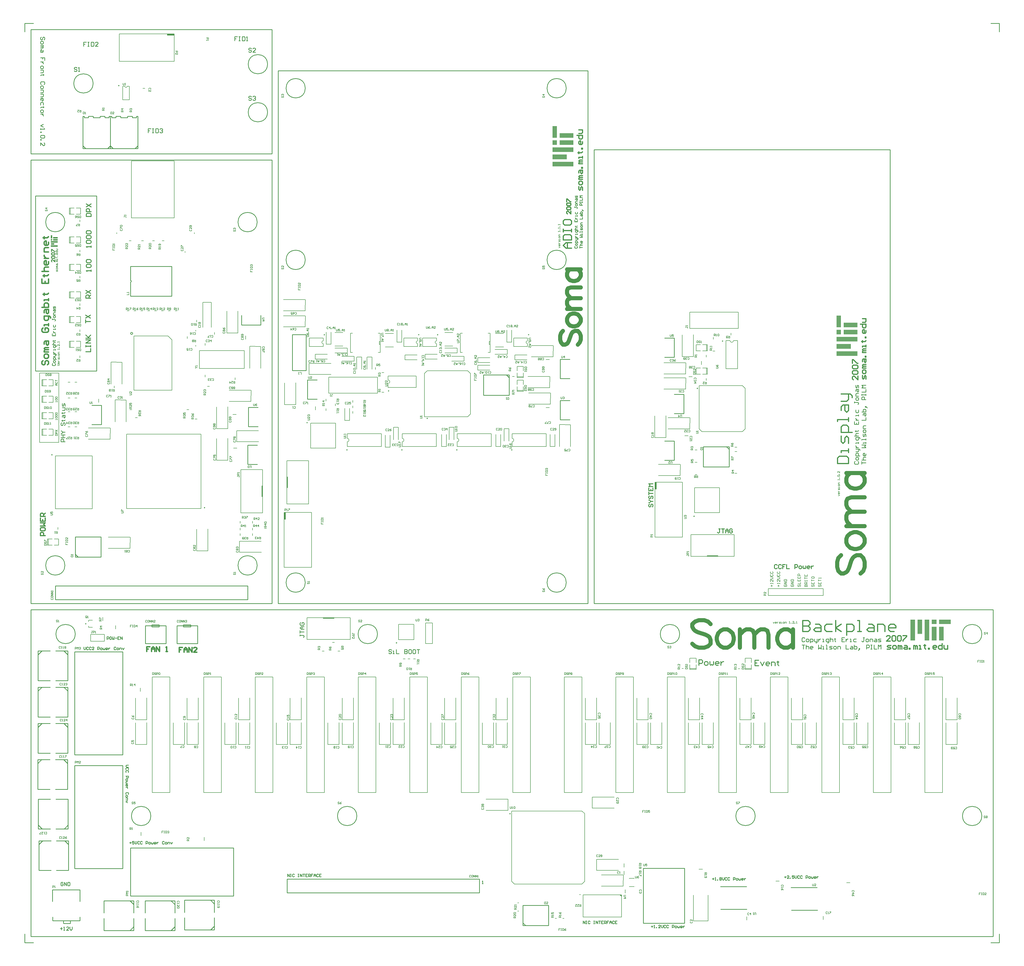
<source format=gto>
G75*
G70*
%OFA0B0*%
%FSLAX24Y24*%
%IPPOS*%
%LPD*%
%AMOC8*
5,1,8,0,0,1.08239X$1,22.5*
%
%ADD111C,0.0025*%
%ADD115C,0.0160*%
%ADD120C,0.0600*%
%ADD133C,0.0090*%
%ADD137R,0.0200X0.0200*%
%ADD139R,0.0098X0.1575*%
%ADD145C,0.0120*%
%ADD211C,0.0098*%
%ADD222C,0.0080*%
%ADD230C,0.0100*%
%ADD24R,0.1575X0.0098*%
%ADD247R,0.0700X0.0200*%
%ADD250R,0.1000X0.0200*%
%ADD37C,0.0140*%
%ADD38C,0.0040*%
%ADD44C,0.0039*%
%ADD55C,0.0079*%
%ADD56R,0.0500X0.0200*%
%ADD87C,0.0200*%
%ADD88C,0.0150*%
%ADD91C,0.0070*%
%ADD97R,0.0200X0.0500*%
X002000Y002000D02*
G01*
G75*
D115*
X114303Y047975D02*
X114303Y046376D01*
X115103Y046376D01*
X115370Y046642D01*
X115370Y046909D01*
X115103Y047176D01*
X114303Y047176D01*
X115103Y047176D01*
X115370Y047442D01*
X115370Y047709D01*
X115103Y047975D01*
X114303Y047975D01*
X116169Y047442D02*
X116703Y047442D01*
X116969Y047176D01*
X116969Y046376D01*
X116169Y046376D01*
X115903Y046642D01*
X116169Y046909D01*
X116969Y046909D01*
X118569Y047442D02*
X117769Y047442D01*
X117502Y047176D01*
X117502Y046642D01*
X117769Y046376D01*
X118569Y046376D01*
X119102Y046376D02*
X119102Y047975D01*
X119102Y046909D02*
X119901Y047442D01*
X119102Y046909D02*
X119901Y046376D01*
X120701Y045843D02*
X120701Y047442D01*
X121501Y047442D01*
X121768Y047176D01*
X121768Y046642D01*
X121501Y046376D01*
X120701Y046376D01*
X122301Y046376D02*
X122834Y046376D01*
X122567Y046376D01*
X122567Y047975D01*
X122301Y047975D01*
X123900Y047442D02*
X124433Y047442D01*
X124700Y047176D01*
X124700Y046376D01*
X123900Y046376D01*
X123634Y046642D01*
X123900Y046909D01*
X124700Y046909D01*
X125233Y046376D02*
X125233Y047442D01*
X126033Y047442D01*
X126299Y047176D01*
X126299Y046376D01*
X127632Y046376D02*
X127099Y046376D01*
X126833Y046642D01*
X126833Y047176D01*
X127099Y047442D01*
X127632Y047442D01*
X127899Y047176D01*
X127899Y046909D01*
X126833Y046909D01*
D222*
X044513Y048375D02*
X044611Y048276D01*
X044513Y048276D02*
X044513Y048375D01*
X044513Y048276D02*
X046087Y048276D01*
X046087Y048375D01*
X045989Y048276D02*
X046087Y048375D01*
X042150Y045225D02*
X042150Y048375D01*
X042150Y045225D02*
X048450Y045225D01*
X048450Y048375D01*
X042150Y048375D02*
X048450Y048375D01*
X090194Y033506D02*
X090194Y036696D01*
X091800Y033509D02*
X091800Y036700D01*
X090194Y033506D02*
X091800Y033500D01*
X085004Y009294D02*
X088194Y009294D01*
X085000Y010900D02*
X088191Y010900D01*
X088194Y009294D02*
X088200Y010900D01*
X098417Y004205D02*
X100543Y004205D01*
X100543Y007984D01*
X098417Y004205D02*
X098417Y007984D01*
X135194Y033506D02*
X135194Y036696D01*
X136800Y033509D02*
X136800Y036700D01*
X135194Y033506D02*
X136800Y033500D01*
X135194Y029906D02*
X136800Y029900D01*
X136800Y029909D02*
X136800Y033100D01*
X135194Y029906D02*
X135194Y033096D01*
X129694Y029906D02*
X131300Y029900D01*
X131300Y029909D02*
X131300Y033100D01*
X129694Y029906D02*
X129694Y033096D01*
X127694Y033506D02*
X129300Y033500D01*
X129300Y033509D02*
X129300Y036700D01*
X127694Y033506D02*
X127694Y036696D01*
X127694Y029906D02*
X129300Y029900D01*
X129300Y029909D02*
X129300Y033100D01*
X127694Y029906D02*
X127694Y033096D01*
X122194Y029906D02*
X123800Y029900D01*
X123800Y029909D02*
X123800Y033100D01*
X122194Y029906D02*
X122194Y033096D01*
X120194Y033506D02*
X121800Y033500D01*
X121800Y033509D02*
X121800Y036700D01*
X120194Y033506D02*
X120194Y036696D01*
X120194Y029906D02*
X121800Y029900D01*
X121800Y029909D02*
X121800Y033100D01*
X120194Y029906D02*
X120194Y033096D01*
X114694Y029906D02*
X116300Y029900D01*
X116300Y029909D02*
X116300Y033100D01*
X114694Y029906D02*
X114694Y033096D01*
X112694Y033506D02*
X114300Y033500D01*
X114300Y033509D02*
X114300Y036700D01*
X112694Y033506D02*
X112694Y036696D01*
X112694Y029906D02*
X114300Y029900D01*
X114300Y029909D02*
X114300Y033100D01*
X112694Y029906D02*
X112694Y033096D01*
X107194Y029906D02*
X108800Y029900D01*
X108800Y029909D02*
X108800Y033100D01*
X107194Y029906D02*
X107194Y033096D01*
X105194Y033506D02*
X106800Y033500D01*
X106800Y033509D02*
X106800Y036700D01*
X105194Y033506D02*
X105194Y036696D01*
X105194Y029906D02*
X106800Y029900D01*
X106800Y029909D02*
X106800Y033100D01*
X105194Y029906D02*
X105194Y033096D01*
X099694Y029906D02*
X101300Y029900D01*
X101300Y029909D02*
X101300Y033100D01*
X099694Y029906D02*
X099694Y033096D01*
X097694Y033506D02*
X099300Y033500D01*
X099300Y033509D02*
X099300Y036700D01*
X097694Y033506D02*
X097694Y036696D01*
X097694Y029906D02*
X099300Y029900D01*
X099300Y029909D02*
X099300Y033100D01*
X097694Y029906D02*
X097694Y033096D01*
X092194Y029906D02*
X093800Y029900D01*
X093800Y029909D02*
X093800Y033100D01*
X092194Y029906D02*
X092194Y033096D01*
X090194Y029906D02*
X091800Y029900D01*
X091800Y029909D02*
X091800Y033100D01*
X090194Y029906D02*
X090194Y033096D01*
X071411Y020328D02*
X071417Y021934D01*
X068217Y021934D02*
X071407Y021934D01*
X068220Y020328D02*
X071411Y020328D01*
X084694Y029906D02*
X086300Y029900D01*
X086300Y029909D02*
X086300Y033100D01*
X084694Y029906D02*
X084694Y033096D01*
X082694Y033506D02*
X084300Y033500D01*
X084300Y033509D02*
X084300Y036700D01*
X082694Y033506D02*
X082694Y036696D01*
X082694Y029906D02*
X084300Y029900D01*
X084300Y029909D02*
X084300Y033100D01*
X082694Y029906D02*
X082694Y033096D01*
X069694Y033506D02*
X071300Y033500D01*
X071300Y033509D02*
X071300Y036700D01*
X069694Y033506D02*
X069694Y036696D01*
X069694Y029906D02*
X071300Y029900D01*
X071300Y029909D02*
X071300Y033100D01*
X069694Y029906D02*
X069694Y033096D01*
X067694Y029906D02*
X069300Y029900D01*
X069300Y029909D02*
X069300Y033100D01*
X067694Y029906D02*
X067694Y033096D01*
X083686Y020649D02*
X083691Y022254D01*
X083695Y020649D02*
X086886Y020649D01*
X083691Y022254D02*
X086882Y022254D01*
X084316Y011594D02*
X084321Y013199D01*
X084325Y011594D02*
X087516Y011594D01*
X084321Y013199D02*
X087512Y013199D01*
X062194Y033506D02*
X063800Y033500D01*
X063800Y033509D02*
X063800Y036700D01*
X062194Y033506D02*
X062194Y036696D01*
X062194Y029906D02*
X063800Y029900D01*
X063800Y029909D02*
X063800Y033100D01*
X062194Y029906D02*
X062194Y033096D01*
X060194Y029906D02*
X061800Y029900D01*
X061800Y029909D02*
X061800Y033100D01*
X060194Y029906D02*
X060194Y033096D01*
X054694Y033506D02*
X056300Y033500D01*
X056300Y033509D02*
X056300Y036700D01*
X054694Y033506D02*
X054694Y036696D01*
X054694Y029906D02*
X056300Y029900D01*
X056300Y029909D02*
X056300Y033100D01*
X054694Y029906D02*
X054694Y033096D01*
X052694Y029906D02*
X054300Y029900D01*
X054300Y029909D02*
X054300Y033100D01*
X052694Y029906D02*
X052694Y033096D01*
X047294Y033506D02*
X048900Y033500D01*
X048900Y033509D02*
X048900Y036700D01*
X047294Y033506D02*
X047294Y036696D01*
X047294Y029906D02*
X048900Y029900D01*
X048900Y029909D02*
X048900Y033100D01*
X047294Y029906D02*
X047294Y033096D01*
X017194Y029906D02*
X017194Y033096D01*
X018800Y029909D02*
X018800Y033100D01*
X017194Y029906D02*
X018800Y029900D01*
X017194Y033506D02*
X018800Y033500D01*
X018800Y033509D02*
X018800Y036700D01*
X017194Y033506D02*
X017194Y036696D01*
X022694Y029906D02*
X022694Y033096D01*
X024300Y029909D02*
X024300Y033100D01*
X022694Y029906D02*
X024300Y029900D01*
X024694Y029906D02*
X026300Y029900D01*
X026300Y029909D02*
X026300Y033100D01*
X024694Y029906D02*
X024694Y033096D01*
X024694Y033506D02*
X024694Y036696D01*
X026300Y033509D02*
X026300Y036700D01*
X024694Y033506D02*
X026300Y033500D01*
X030194Y029906D02*
X031800Y029900D01*
X031800Y029909D02*
X031800Y033100D01*
X030194Y029906D02*
X030194Y033096D01*
X032194Y029906D02*
X032194Y033096D01*
X033800Y029909D02*
X033800Y033100D01*
X032194Y029906D02*
X033800Y029900D01*
X032194Y033506D02*
X033800Y033500D01*
X033800Y033509D02*
X033800Y036700D01*
X032194Y033506D02*
X032194Y036696D01*
X037694Y029906D02*
X037694Y033096D01*
X039300Y029909D02*
X039300Y033100D01*
X037694Y029906D02*
X039300Y029900D01*
X039694Y029906D02*
X041300Y029900D01*
X041300Y029909D02*
X041300Y033100D01*
X039694Y029906D02*
X039694Y033096D01*
X039694Y033506D02*
X039694Y036696D01*
X041300Y033509D02*
X041300Y036700D01*
X039694Y033506D02*
X041300Y033500D01*
X045194Y029906D02*
X046800Y029900D01*
X046800Y029909D02*
X046800Y033100D01*
X045194Y029906D02*
X045194Y033096D01*
D87*
X024002Y044058D02*
X023535Y044058D01*
X023535Y043708D01*
X023769Y043708D01*
X023535Y043708D01*
X023535Y043358D01*
X024235Y043358D02*
X024235Y043825D01*
X024468Y044058D01*
X024702Y043825D01*
X024702Y043358D01*
X024702Y043708D01*
X024235Y043708D01*
X024935Y043358D02*
X024935Y044058D01*
X025401Y043358D01*
X025401Y044058D01*
X026101Y043358D02*
X025635Y043358D01*
X026101Y043825D01*
X026101Y043941D01*
X025985Y044058D01*
X025751Y044058D01*
X025635Y043941D01*
X019278Y044156D02*
X018811Y044156D01*
X018811Y043807D01*
X019044Y043807D01*
X018811Y043807D01*
X018811Y043457D01*
X019511Y043457D02*
X019511Y043923D01*
X019744Y044156D01*
X019977Y043923D01*
X019977Y043457D01*
X019977Y043807D01*
X019511Y043807D01*
X020211Y043457D02*
X020211Y044156D01*
X020677Y043457D01*
X020677Y044156D01*
X021610Y043457D02*
X021843Y043457D01*
X021727Y043457D01*
X021727Y044156D01*
X021610Y044040D01*
D230*
X008400Y046000D02*
G03*
X008400Y046000I-01400J000000D01*
G01*
X052400Y046000D02*
G03*
X052400Y046000I-01400J000000D01*
G01*
X096400Y046000D02*
G03*
X096400Y046000I-01400J000000D01*
G01*
X140400Y046000D02*
G03*
X140400Y046000I-01400J000000D01*
G01*
X019400Y019500D02*
G03*
X019400Y019500I-01400J000000D01*
G01*
X049400Y019500D02*
G03*
X049400Y019500I-01400J000000D01*
G01*
X107400Y019500D02*
G03*
X107400Y019500I-01400J000000D01*
G01*
X140400Y019500D02*
G03*
X140400Y019500I-01400J000000D01*
G01*
X112668Y005783D02*
X116468Y005783D01*
X112618Y009083D02*
X116418Y009083D01*
X003024Y018181D02*
X003024Y018417D01*
X003024Y018181D02*
X003575Y017630D01*
X006567Y017630D02*
X006803Y017630D01*
X007354Y018181D01*
X003024Y021960D02*
X004795Y021960D01*
X005583Y021960D02*
X007354Y021960D01*
X005583Y017630D02*
X007354Y017630D01*
X003024Y021842D02*
X003024Y021960D01*
X003024Y017630D02*
X003024Y021842D01*
X007354Y017630D02*
X007354Y021960D01*
X003024Y017630D02*
X004795Y017630D01*
X007433Y015110D02*
X007433Y015346D01*
X006882Y015897D02*
X007433Y015346D01*
X003653Y015897D02*
X003890Y015897D01*
X003102Y015346D02*
X003653Y015897D01*
X005661Y011567D02*
X007433Y011567D01*
X003102Y011567D02*
X004874Y011567D01*
X003102Y015897D02*
X004874Y015897D01*
X007433Y011567D02*
X007433Y011685D01*
X007433Y015897D01*
X003102Y011567D02*
X003102Y015897D01*
X005661Y015897D02*
X007433Y015897D01*
X007315Y032197D02*
X007315Y032433D01*
X006764Y032984D02*
X007315Y032433D01*
X003535Y032984D02*
X003772Y032984D01*
X002984Y032433D02*
X003535Y032984D01*
X005543Y028653D02*
X007315Y028653D01*
X002984Y028653D02*
X004756Y028653D01*
X002984Y032984D02*
X004756Y032984D01*
X007315Y028653D02*
X007315Y028772D01*
X007315Y032984D01*
X002984Y028653D02*
X002984Y032984D01*
X005543Y032984D02*
X007315Y032984D01*
X007315Y037472D02*
X007315Y037709D01*
X006764Y038260D02*
X007315Y037709D01*
X003535Y038260D02*
X003772Y038260D01*
X002984Y037709D02*
X003535Y038260D01*
X005543Y033929D02*
X007315Y033929D01*
X002984Y033929D02*
X004756Y033929D01*
X002984Y038260D02*
X004756Y038260D01*
X007315Y033929D02*
X007315Y034047D01*
X007315Y038260D01*
X002984Y033929D02*
X002984Y038260D01*
X005543Y038260D02*
X007315Y038260D01*
X022118Y002827D02*
X022354Y002827D01*
X022905Y003378D01*
X022905Y006370D02*
X022905Y006606D01*
X022354Y007157D02*
X022905Y006606D01*
X018575Y002827D02*
X018575Y004598D01*
X018575Y005386D02*
X018575Y007157D01*
X022905Y005386D02*
X022905Y007157D01*
X018575Y002827D02*
X018693Y002827D01*
X022905Y002827D01*
X018575Y007157D02*
X022905Y007157D01*
X022905Y002827D02*
X022905Y004598D01*
X027866Y002905D02*
X028102Y002905D01*
X028653Y003457D01*
X028653Y006449D02*
X028653Y006685D01*
X028102Y007236D02*
X028653Y006685D01*
X024323Y002905D02*
X024323Y004677D01*
X024323Y005465D02*
X024323Y007236D01*
X028653Y005465D02*
X028653Y007236D01*
X024323Y002905D02*
X024441Y002905D01*
X028653Y002905D01*
X024323Y007236D02*
X028653Y007236D01*
X028653Y002905D02*
X028653Y004677D01*
X007315Y042748D02*
X007315Y042984D01*
X006764Y043535D02*
X007315Y042984D01*
X003535Y043535D02*
X003772Y043535D01*
X002984Y042984D02*
X003535Y043535D01*
X005543Y039205D02*
X007315Y039205D01*
X002984Y039205D02*
X004756Y039205D01*
X002984Y043535D02*
X004756Y043535D01*
X007315Y039205D02*
X007315Y039323D01*
X007315Y043535D01*
X002984Y039205D02*
X002984Y043535D01*
X005543Y043535D02*
X007315Y043535D01*
X007275Y026921D02*
X007275Y027157D01*
X006724Y027708D02*
X007275Y027157D01*
X003496Y027708D02*
X003732Y027708D01*
X002945Y027157D02*
X003496Y027708D01*
X005504Y023378D02*
X007275Y023378D01*
X002945Y023378D02*
X004716Y023378D01*
X002945Y027708D02*
X004716Y027708D01*
X007275Y023378D02*
X007275Y023496D01*
X007275Y027708D01*
X002945Y023378D02*
X002945Y027708D01*
X005504Y027708D02*
X007275Y027708D01*
X016134Y002827D02*
X016370Y002827D01*
X016921Y003378D01*
X016921Y006370D02*
X016921Y006606D01*
X016370Y007157D02*
X016921Y006606D01*
X012590Y002827D02*
X012590Y004598D01*
X012590Y005386D02*
X012590Y007157D01*
X016921Y005386D02*
X016921Y007157D01*
X012590Y002827D02*
X012709Y002827D01*
X016921Y002827D01*
X012590Y007157D02*
X016921Y007157D01*
X016921Y002827D02*
X016921Y004598D01*
X073575Y003929D02*
X073968Y003535D01*
X073575Y006488D02*
X077315Y006488D01*
X077315Y003535D02*
X077315Y006488D01*
X073575Y003535D02*
X077315Y003535D01*
X073575Y003535D02*
X073575Y006488D01*
X091108Y003884D02*
X097108Y003884D01*
X097108Y011884D01*
X091108Y011884D02*
X097108Y011884D01*
X091108Y003884D02*
X091108Y011884D01*
X006681Y003898D02*
X006681Y004248D01*
X006681Y003898D02*
X006731Y003848D01*
X007681Y003848D01*
X007681Y004248D01*
X005131Y004248D02*
X005131Y004798D01*
X005131Y004248D02*
X005331Y004248D01*
X005581Y004248D01*
X005081Y007048D02*
X005081Y008748D01*
X009081Y007048D02*
X009081Y008748D01*
X009081Y004248D02*
X009081Y004798D01*
X005081Y008748D02*
X009081Y008748D01*
X005581Y004248D02*
X009081Y004248D01*
X102335Y009229D02*
X106135Y009229D01*
X102385Y005929D02*
X106185Y005929D01*
X067250Y008300D02*
X067250Y010300D01*
X039250Y010300D02*
X067250Y010300D01*
X039250Y008300D02*
X039250Y010300D01*
X039250Y008300D02*
X067250Y008300D01*
X024150Y047050D02*
X024150Y047200D01*
X024150Y047050D02*
X025200Y047050D01*
X025200Y047200D01*
X025200Y047350D01*
X024150Y047350D02*
X025200Y047350D01*
X024150Y047200D02*
X024150Y047350D01*
X023200Y044600D02*
X026200Y044600D01*
X023200Y047200D02*
X026200Y047200D01*
X026200Y044600D02*
X026200Y047200D01*
X023200Y044600D02*
X023200Y047200D01*
X018600Y044600D02*
X018600Y047200D01*
X021600Y044600D02*
X021600Y047200D01*
X018600Y047200D02*
X021600Y047200D01*
X018600Y044600D02*
X021600Y044600D01*
X019550Y047200D02*
X019550Y047350D01*
X020600Y047350D01*
X020600Y047200D02*
X020600Y047350D01*
X020600Y047050D02*
X020600Y047200D01*
X019550Y047050D02*
X020600Y047050D01*
X019550Y047050D02*
X019550Y047200D01*
X031455Y007850D02*
X031455Y014850D01*
X016455Y007850D02*
X031455Y007850D01*
X016455Y007850D02*
X016455Y014850D01*
X031455Y014850D01*
X031455Y011150D02*
X031455Y014850D01*
X011623Y011837D02*
X015323Y011837D01*
X015323Y026837D01*
X008323Y026837D02*
X015323Y026837D01*
X008323Y011837D02*
X008323Y026837D01*
X008323Y011837D02*
X015323Y011837D01*
X008323Y028431D02*
X015323Y028431D01*
X008323Y028431D02*
X008323Y043431D01*
X015323Y043431D01*
X015323Y028431D02*
X015323Y043431D01*
X011623Y028431D02*
X015323Y028431D01*
X006633Y009767D02*
X006550Y009850D01*
X006383Y009850D01*
X006300Y009767D01*
X006300Y009433D01*
X006383Y009350D01*
X006550Y009350D01*
X006633Y009433D01*
X006633Y009600D01*
X006467Y009600D01*
X006800Y009350D02*
X006800Y009850D01*
X007133Y009350D01*
X007133Y009850D01*
X007300Y009850D02*
X007300Y009350D01*
X007550Y009350D01*
X007633Y009433D01*
X007633Y009767D01*
X007550Y009850D01*
X007300Y009850D01*
X006200Y003100D02*
X006533Y003100D01*
X006367Y003267D02*
X006367Y002933D01*
X006700Y002850D02*
X006866Y002850D01*
X006783Y002850D01*
X006783Y003350D01*
X006700Y003267D01*
X007450Y002850D02*
X007116Y002850D01*
X007450Y003183D01*
X007450Y003267D01*
X007366Y003350D01*
X007200Y003350D01*
X007116Y003267D01*
X007616Y003350D02*
X007616Y003017D01*
X007783Y002850D01*
X007949Y003017D01*
X007949Y003350D01*
X111650Y010600D02*
X111917Y010600D01*
X111783Y010733D02*
X111783Y010467D01*
X112316Y010400D02*
X112050Y010400D01*
X112316Y010667D01*
X112316Y010733D01*
X112250Y010800D01*
X112117Y010800D01*
X112050Y010733D01*
X112450Y010400D02*
X112450Y010467D01*
X112516Y010467D01*
X112516Y010400D01*
X112450Y010400D01*
X113050Y010800D02*
X112783Y010800D01*
X112783Y010600D01*
X112916Y010667D01*
X112983Y010667D01*
X113050Y010600D01*
X113050Y010467D01*
X112983Y010400D01*
X112850Y010400D01*
X112783Y010467D01*
X113183Y010800D02*
X113183Y010533D01*
X113316Y010400D01*
X113449Y010533D01*
X113449Y010800D01*
X113849Y010733D02*
X113783Y010800D01*
X113649Y010800D01*
X113583Y010733D01*
X113583Y010467D01*
X113649Y010400D01*
X113783Y010400D01*
X113849Y010467D01*
X114249Y010733D02*
X114183Y010800D01*
X114049Y010800D01*
X113983Y010733D01*
X113983Y010467D01*
X114049Y010400D01*
X114183Y010400D01*
X114249Y010467D01*
X114782Y010400D02*
X114782Y010800D01*
X114982Y010800D01*
X115049Y010733D01*
X115049Y010600D01*
X114982Y010533D01*
X114782Y010533D01*
X115249Y010400D02*
X115382Y010400D01*
X115449Y010467D01*
X115449Y010600D01*
X115382Y010667D01*
X115249Y010667D01*
X115182Y010600D01*
X115182Y010467D01*
X115249Y010400D01*
X115582Y010667D02*
X115582Y010467D01*
X115649Y010400D01*
X115715Y010467D01*
X115782Y010400D01*
X115849Y010467D01*
X115849Y010667D01*
X116182Y010400D02*
X116049Y010400D01*
X115982Y010467D01*
X115982Y010600D01*
X116049Y010667D01*
X116182Y010667D01*
X116249Y010600D01*
X116249Y010533D01*
X115982Y010533D01*
X116382Y010667D02*
X116382Y010400D01*
X116382Y010533D01*
X116448Y010600D01*
X116515Y010667D01*
X116582Y010667D01*
X101150Y010350D02*
X101417Y010350D01*
X101283Y010483D02*
X101283Y010217D01*
X101550Y010150D02*
X101683Y010150D01*
X101617Y010150D01*
X101617Y010550D01*
X101550Y010483D01*
X101883Y010150D02*
X101883Y010217D01*
X101950Y010217D01*
X101950Y010150D01*
X101883Y010150D01*
X102216Y010483D02*
X102283Y010550D01*
X102416Y010550D01*
X102483Y010483D01*
X102483Y010417D01*
X102416Y010350D01*
X102483Y010283D01*
X102483Y010217D01*
X102416Y010150D01*
X102283Y010150D01*
X102216Y010217D01*
X102216Y010283D01*
X102283Y010350D01*
X102216Y010417D01*
X102216Y010483D01*
X102283Y010350D02*
X102416Y010350D01*
X102616Y010550D02*
X102616Y010283D01*
X102749Y010150D01*
X102883Y010283D01*
X102883Y010550D01*
X103283Y010483D02*
X103216Y010550D01*
X103083Y010550D01*
X103016Y010483D01*
X103016Y010217D01*
X103083Y010150D01*
X103216Y010150D01*
X103283Y010217D01*
X103683Y010483D02*
X103616Y010550D01*
X103483Y010550D01*
X103416Y010483D01*
X103416Y010217D01*
X103483Y010150D01*
X103616Y010150D01*
X103683Y010217D01*
X104216Y010150D02*
X104216Y010550D01*
X104416Y010550D01*
X104482Y010483D01*
X104482Y010350D01*
X104416Y010283D01*
X104216Y010283D01*
X104682Y010150D02*
X104815Y010150D01*
X104882Y010217D01*
X104882Y010350D01*
X104815Y010417D01*
X104682Y010417D01*
X104616Y010350D01*
X104616Y010217D01*
X104682Y010150D01*
X105015Y010417D02*
X105015Y010217D01*
X105082Y010150D01*
X105149Y010217D01*
X105215Y010150D01*
X105282Y010217D01*
X105282Y010417D01*
X105615Y010150D02*
X105482Y010150D01*
X105415Y010217D01*
X105415Y010350D01*
X105482Y010417D01*
X105615Y010417D01*
X105682Y010350D01*
X105682Y010283D01*
X105415Y010283D01*
X105815Y010417D02*
X105815Y010150D01*
X105815Y010283D01*
X105882Y010350D01*
X105948Y010417D01*
X106015Y010417D01*
X092250Y003400D02*
X092517Y003400D01*
X092383Y003533D02*
X092383Y003267D01*
X092650Y003200D02*
X092783Y003200D01*
X092717Y003200D01*
X092717Y003600D01*
X092650Y003533D01*
X092983Y003200D02*
X092983Y003267D01*
X093050Y003267D01*
X093050Y003200D01*
X092983Y003200D01*
X093583Y003200D02*
X093316Y003200D01*
X093583Y003467D01*
X093583Y003533D01*
X093516Y003600D01*
X093383Y003600D01*
X093316Y003533D01*
X093716Y003600D02*
X093716Y003333D01*
X093849Y003200D01*
X093983Y003333D01*
X093983Y003600D01*
X094383Y003533D02*
X094316Y003600D01*
X094183Y003600D01*
X094116Y003533D01*
X094116Y003267D01*
X094183Y003200D01*
X094316Y003200D01*
X094383Y003267D01*
X094783Y003533D02*
X094716Y003600D01*
X094583Y003600D01*
X094516Y003533D01*
X094516Y003267D01*
X094583Y003200D01*
X094716Y003200D01*
X094783Y003267D01*
X095316Y003200D02*
X095316Y003600D01*
X095516Y003600D01*
X095582Y003533D01*
X095582Y003400D01*
X095516Y003333D01*
X095316Y003333D01*
X095782Y003200D02*
X095915Y003200D01*
X095982Y003267D01*
X095982Y003400D01*
X095915Y003467D01*
X095782Y003467D01*
X095716Y003400D01*
X095716Y003267D01*
X095782Y003200D01*
X096115Y003467D02*
X096115Y003267D01*
X096182Y003200D01*
X096249Y003267D01*
X096315Y003200D01*
X096382Y003267D01*
X096382Y003467D01*
X096715Y003200D02*
X096582Y003200D01*
X096515Y003267D01*
X096515Y003400D01*
X096582Y003467D01*
X096715Y003467D01*
X096782Y003400D01*
X096782Y003333D01*
X096515Y003333D01*
X096915Y003467D02*
X096915Y003200D01*
X096915Y003333D01*
X096982Y003400D01*
X097048Y003467D01*
X097115Y003467D01*
X082350Y003800D02*
X082350Y004200D01*
X082617Y003800D01*
X082617Y004200D01*
X082750Y004200D02*
X082883Y004200D01*
X082817Y004200D01*
X082817Y003800D01*
X082750Y003800D01*
X082883Y003800D01*
X083350Y004133D02*
X083283Y004200D01*
X083150Y004200D01*
X083083Y004133D01*
X083083Y003867D01*
X083150Y003800D01*
X083283Y003800D01*
X083350Y003867D01*
X083883Y004200D02*
X084016Y004200D01*
X083949Y004200D01*
X083949Y003800D01*
X083883Y003800D01*
X084016Y003800D01*
X084216Y003800D02*
X084216Y004200D01*
X084483Y003800D01*
X084483Y004200D01*
X084616Y004200D02*
X084883Y004200D01*
X084749Y004200D01*
X084749Y003800D01*
X085282Y004200D02*
X085016Y004200D01*
X085016Y003800D01*
X085282Y003800D01*
X085016Y004000D02*
X085149Y004000D01*
X085416Y003800D02*
X085416Y004200D01*
X085616Y004200D01*
X085682Y004133D01*
X085682Y004000D01*
X085616Y003933D01*
X085416Y003933D01*
X085549Y003933D02*
X085682Y003800D01*
X086082Y004200D02*
X085816Y004200D01*
X085816Y004000D01*
X085949Y004000D01*
X085816Y004000D01*
X085816Y003800D01*
X086215Y003800D02*
X086215Y004067D01*
X086349Y004200D01*
X086482Y004067D01*
X086482Y003800D01*
X086482Y004000D01*
X086215Y004000D01*
X086882Y004133D02*
X086815Y004200D01*
X086682Y004200D01*
X086615Y004133D01*
X086615Y003867D01*
X086682Y003800D01*
X086815Y003800D01*
X086882Y003867D01*
X087282Y004200D02*
X087015Y004200D01*
X087015Y003800D01*
X087282Y003800D01*
X087015Y004000D02*
X087148Y004000D01*
X067650Y009650D02*
X067783Y009650D01*
X067717Y009650D01*
X067717Y010050D01*
X067650Y009983D01*
X039300Y010650D02*
X039300Y011050D01*
X039567Y010650D01*
X039567Y011050D01*
X039700Y011050D02*
X039833Y011050D01*
X039767Y011050D01*
X039767Y010650D01*
X039700Y010650D01*
X039833Y010650D01*
X040300Y010983D02*
X040233Y011050D01*
X040100Y011050D01*
X040033Y010983D01*
X040033Y010717D01*
X040100Y010650D01*
X040233Y010650D01*
X040300Y010717D01*
X040833Y011050D02*
X040966Y011050D01*
X040899Y011050D01*
X040899Y010650D01*
X040833Y010650D01*
X040966Y010650D01*
X041166Y010650D02*
X041166Y011050D01*
X041433Y010650D01*
X041433Y011050D01*
X041566Y011050D02*
X041833Y011050D01*
X041699Y011050D01*
X041699Y010650D01*
X042232Y011050D02*
X041966Y011050D01*
X041966Y010650D01*
X042232Y010650D01*
X041966Y010850D02*
X042099Y010850D01*
X042366Y010650D02*
X042366Y011050D01*
X042566Y011050D01*
X042632Y010983D01*
X042632Y010850D01*
X042566Y010783D01*
X042366Y010783D01*
X042499Y010783D02*
X042632Y010650D01*
X043032Y011050D02*
X042766Y011050D01*
X042766Y010850D01*
X042899Y010850D01*
X042766Y010850D01*
X042766Y010650D01*
X043165Y010650D02*
X043165Y010917D01*
X043299Y011050D01*
X043432Y010917D01*
X043432Y010650D01*
X043432Y010850D01*
X043165Y010850D01*
X043832Y010983D02*
X043765Y011050D01*
X043632Y011050D01*
X043565Y010983D01*
X043565Y010717D01*
X043632Y010650D01*
X043765Y010650D01*
X043832Y010717D01*
X044232Y011050D02*
X043965Y011050D01*
X043965Y010650D01*
X044232Y010650D01*
X043965Y010850D02*
X044098Y010850D01*
X016300Y015600D02*
X016567Y015600D01*
X016433Y015733D02*
X016433Y015467D01*
X016966Y015800D02*
X016700Y015800D01*
X016700Y015600D01*
X016833Y015667D01*
X016900Y015667D01*
X016966Y015600D01*
X016966Y015467D01*
X016900Y015400D01*
X016767Y015400D01*
X016700Y015467D01*
X017100Y015800D02*
X017100Y015533D01*
X017233Y015400D01*
X017366Y015533D01*
X017366Y015800D01*
X017766Y015733D02*
X017700Y015800D01*
X017566Y015800D01*
X017500Y015733D01*
X017500Y015467D01*
X017566Y015400D01*
X017700Y015400D01*
X017766Y015467D01*
X018166Y015733D02*
X018099Y015800D01*
X017966Y015800D01*
X017899Y015733D01*
X017899Y015467D01*
X017966Y015400D01*
X018099Y015400D01*
X018166Y015467D01*
X018699Y015400D02*
X018699Y015800D01*
X018899Y015800D01*
X018966Y015733D01*
X018966Y015600D01*
X018899Y015533D01*
X018699Y015533D01*
X019166Y015400D02*
X019299Y015400D01*
X019366Y015467D01*
X019366Y015600D01*
X019299Y015667D01*
X019166Y015667D01*
X019099Y015600D01*
X019099Y015467D01*
X019166Y015400D01*
X019499Y015667D02*
X019499Y015467D01*
X019566Y015400D01*
X019632Y015467D01*
X019699Y015400D01*
X019766Y015467D01*
X019766Y015667D01*
X020099Y015400D02*
X019965Y015400D01*
X019899Y015467D01*
X019899Y015600D01*
X019965Y015667D01*
X020099Y015667D01*
X020165Y015600D01*
X020165Y015533D01*
X019899Y015533D01*
X020299Y015667D02*
X020299Y015400D01*
X020299Y015533D01*
X020365Y015600D01*
X020432Y015667D01*
X020499Y015667D01*
X021365Y015733D02*
X021298Y015800D01*
X021165Y015800D01*
X021098Y015733D01*
X021098Y015467D01*
X021165Y015400D01*
X021298Y015400D01*
X021365Y015467D01*
X021565Y015400D02*
X021698Y015400D01*
X021765Y015467D01*
X021765Y015600D01*
X021698Y015667D01*
X021565Y015667D01*
X021498Y015600D01*
X021498Y015467D01*
X021565Y015400D01*
X021898Y015400D02*
X021898Y015667D01*
X022098Y015667D01*
X022165Y015600D01*
X022165Y015400D01*
X022298Y015667D02*
X022431Y015400D01*
X022565Y015667D01*
X016150Y026900D02*
X015883Y026900D01*
X015750Y026767D01*
X015883Y026633D01*
X016150Y026633D01*
X016083Y026234D02*
X016150Y026300D01*
X016150Y026433D01*
X016083Y026500D01*
X015817Y026500D01*
X015750Y026433D01*
X015750Y026300D01*
X015817Y026234D01*
X016083Y025834D02*
X016150Y025900D01*
X016150Y026034D01*
X016083Y026100D01*
X015817Y026100D01*
X015750Y026034D01*
X015750Y025900D01*
X015817Y025834D01*
X015750Y025301D02*
X016150Y025301D01*
X016150Y025101D01*
X016083Y025034D01*
X015950Y025034D01*
X015883Y025101D01*
X015883Y025301D01*
X015750Y024834D02*
X015750Y024701D01*
X015817Y024634D01*
X015950Y024634D01*
X016017Y024701D01*
X016017Y024834D01*
X015950Y024901D01*
X015817Y024901D01*
X015750Y024834D01*
X016017Y024501D02*
X015817Y024501D01*
X015750Y024434D01*
X015817Y024367D01*
X015750Y024301D01*
X015817Y024234D01*
X016017Y024234D01*
X015750Y023901D02*
X015750Y024034D01*
X015817Y024101D01*
X015950Y024101D01*
X016017Y024034D01*
X016017Y023901D01*
X015950Y023834D01*
X015883Y023834D01*
X015883Y024101D01*
X016017Y023701D02*
X015750Y023701D01*
X015883Y023701D01*
X015950Y023634D01*
X016017Y023568D01*
X016017Y023501D01*
X016083Y022635D02*
X016150Y022701D01*
X016150Y022835D01*
X016083Y022901D01*
X015817Y022901D01*
X015750Y022835D01*
X015750Y022701D01*
X015817Y022635D01*
X015750Y022435D02*
X015750Y022301D01*
X015817Y022235D01*
X015950Y022235D01*
X016017Y022301D01*
X016017Y022435D01*
X015950Y022501D01*
X015817Y022501D01*
X015750Y022435D01*
X015750Y022102D02*
X016017Y022102D01*
X016017Y021902D01*
X015950Y021835D01*
X015750Y021835D01*
X016017Y021702D02*
X015750Y021568D01*
X016017Y021435D01*
X054447Y043661D02*
X054347Y043761D01*
X054147Y043761D01*
X054047Y043661D01*
X054047Y043561D01*
X054147Y043461D01*
X054347Y043461D01*
X054447Y043361D01*
X054447Y043261D01*
X054347Y043161D01*
X054147Y043161D01*
X054047Y043261D01*
X054647Y043161D02*
X054847Y043161D01*
X054747Y043161D01*
X054747Y043561D01*
X054647Y043561D01*
X055147Y043761D02*
X055147Y043161D01*
X055547Y043161D01*
X056346Y043761D02*
X056346Y043161D01*
X056646Y043161D01*
X056746Y043261D01*
X056746Y043361D01*
X056646Y043461D01*
X056346Y043461D01*
X056646Y043461D01*
X056746Y043561D01*
X056746Y043661D01*
X056646Y043761D01*
X056346Y043761D01*
X057246Y043761D02*
X057046Y043761D01*
X056946Y043661D01*
X056946Y043261D01*
X057046Y043161D01*
X057246Y043161D01*
X057346Y043261D01*
X057346Y043661D01*
X057246Y043761D01*
X057846Y043761D02*
X057646Y043761D01*
X057546Y043661D01*
X057546Y043261D01*
X057646Y043161D01*
X057846Y043161D01*
X057946Y043261D01*
X057946Y043661D01*
X057846Y043761D01*
X058146Y043761D02*
X058546Y043761D01*
X058346Y043761D01*
X058346Y043161D01*
X041100Y045900D02*
X041100Y045700D01*
X041100Y045800D01*
X041600Y045800D01*
X041700Y045700D01*
X041700Y045600D01*
X041600Y045500D01*
X041100Y046100D02*
X041100Y046500D01*
X041100Y046300D01*
X041700Y046300D01*
X041700Y046700D02*
X041300Y046700D01*
X041100Y046900D01*
X041300Y047099D01*
X041700Y047099D01*
X041400Y047099D01*
X041400Y046700D01*
X041200Y047699D02*
X041100Y047599D01*
X041100Y047399D01*
X041200Y047299D01*
X041600Y047299D01*
X041700Y047399D01*
X041700Y047599D01*
X041600Y047699D01*
X041400Y047699D01*
X041400Y047499D01*
X009650Y044100D02*
X009650Y043833D01*
X009783Y043700D01*
X009917Y043833D01*
X009917Y044100D01*
X010316Y044033D02*
X010250Y044100D01*
X010117Y044100D01*
X010050Y044033D01*
X010050Y043767D01*
X010117Y043700D01*
X010250Y043700D01*
X010316Y043767D01*
X010716Y044033D02*
X010650Y044100D01*
X010516Y044100D01*
X010450Y044033D01*
X010450Y043767D01*
X010516Y043700D01*
X010650Y043700D01*
X010716Y043767D01*
X011116Y043700D02*
X010850Y043700D01*
X011116Y043967D01*
X011116Y044033D01*
X011050Y044100D01*
X010916Y044100D01*
X010850Y044033D01*
X011649Y043700D02*
X011649Y044100D01*
X011849Y044100D01*
X011916Y044033D01*
X011916Y043900D01*
X011849Y043833D01*
X011649Y043833D01*
X012116Y043700D02*
X012249Y043700D01*
X012316Y043767D01*
X012316Y043900D01*
X012249Y043967D01*
X012116Y043967D01*
X012049Y043900D01*
X012049Y043767D01*
X012116Y043700D01*
X012449Y043967D02*
X012449Y043767D01*
X012516Y043700D01*
X012582Y043767D01*
X012649Y043700D01*
X012716Y043767D01*
X012716Y043967D01*
X013049Y043700D02*
X012916Y043700D01*
X012849Y043767D01*
X012849Y043900D01*
X012916Y043967D01*
X013049Y043967D01*
X013116Y043900D01*
X013116Y043833D01*
X012849Y043833D01*
X013249Y043967D02*
X013249Y043700D01*
X013249Y043833D01*
X013315Y043900D01*
X013382Y043967D01*
X013449Y043967D01*
X014315Y044033D02*
X014249Y044100D01*
X014115Y044100D01*
X014049Y044033D01*
X014049Y043767D01*
X014115Y043700D01*
X014249Y043700D01*
X014315Y043767D01*
X014515Y043700D02*
X014648Y043700D01*
X014715Y043767D01*
X014715Y043900D01*
X014648Y043967D01*
X014515Y043967D01*
X014448Y043900D01*
X014448Y043767D01*
X014515Y043700D01*
X014848Y043700D02*
X014848Y043967D01*
X015048Y043967D01*
X015115Y043900D01*
X015115Y043700D01*
X015248Y043967D02*
X015381Y043700D01*
X015515Y043967D01*
X114205Y044417D02*
X114605Y044417D01*
X114405Y044417D01*
X114405Y043817D01*
X114805Y044417D02*
X114805Y043817D01*
X114805Y044117D01*
X114905Y044217D01*
X115105Y044217D01*
X115205Y044117D01*
X115205Y043817D01*
X115704Y043817D02*
X115504Y043817D01*
X115405Y043917D01*
X115405Y044117D01*
X115504Y044217D01*
X115704Y044217D01*
X115804Y044117D01*
X115804Y044017D01*
X115405Y044017D01*
X116604Y044417D02*
X116604Y043817D01*
X116804Y044017D01*
X117004Y043817D01*
X117004Y044417D01*
X117204Y043817D02*
X117404Y043817D01*
X117304Y043817D01*
X117304Y044217D01*
X117204Y044217D01*
X117704Y043817D02*
X117904Y043817D01*
X117804Y043817D01*
X117804Y044417D01*
X117704Y044417D01*
X118204Y043817D02*
X118503Y043817D01*
X118603Y043917D01*
X118503Y044017D01*
X118304Y044017D01*
X118204Y044117D01*
X118304Y044217D01*
X118603Y044217D01*
X118903Y043817D02*
X119103Y043817D01*
X119203Y043917D01*
X119203Y044117D01*
X119103Y044217D01*
X118903Y044217D01*
X118803Y044117D01*
X118803Y043917D01*
X118903Y043817D01*
X119403Y043817D02*
X119403Y044217D01*
X119703Y044217D01*
X119803Y044117D01*
X119803Y043817D01*
X120603Y044417D02*
X120603Y043817D01*
X121003Y043817D01*
X121303Y044217D02*
X121503Y044217D01*
X121602Y044117D01*
X121602Y043817D01*
X121303Y043817D01*
X121203Y043917D01*
X121303Y044017D01*
X121602Y044017D01*
X121802Y044417D02*
X121802Y043817D01*
X122102Y043817D01*
X122202Y043917D01*
X122202Y044017D01*
X122202Y044117D01*
X122102Y044217D01*
X121802Y044217D01*
X122502Y043717D02*
X122602Y043817D01*
X122602Y043917D01*
X122502Y043917D01*
X122502Y043817D01*
X122602Y043817D01*
X122502Y043717D01*
X122402Y043617D01*
X123602Y043817D02*
X123602Y044417D01*
X123902Y044417D01*
X124002Y044317D01*
X124002Y044117D01*
X123902Y044017D01*
X123602Y044017D01*
X124202Y044417D02*
X124402Y044417D01*
X124302Y044417D01*
X124302Y043817D01*
X124202Y043817D01*
X124402Y043817D01*
X124701Y044417D02*
X124701Y043817D01*
X125101Y043817D01*
X125301Y043817D02*
X125301Y044417D01*
X125501Y044217D01*
X125701Y044417D01*
X125701Y043817D01*
X114605Y045399D02*
X114505Y045499D01*
X114305Y045499D01*
X114205Y045399D01*
X114205Y044999D01*
X114305Y044899D01*
X114505Y044899D01*
X114605Y044999D01*
X114905Y044899D02*
X115105Y044899D01*
X115205Y044999D01*
X115205Y045199D01*
X115105Y045299D01*
X114905Y045299D01*
X114805Y045199D01*
X114805Y044999D01*
X114905Y044899D01*
X115405Y044700D02*
X115405Y045299D01*
X115704Y045299D01*
X115804Y045199D01*
X115804Y044999D01*
X115704Y044899D01*
X115405Y044899D01*
X116004Y045299D02*
X116004Y044999D01*
X116104Y044899D01*
X116404Y044899D01*
X116404Y044799D01*
X116304Y044700D01*
X116204Y044700D01*
X116404Y044899D02*
X116404Y045299D01*
X116604Y045299D02*
X116604Y044899D01*
X116604Y045099D01*
X116704Y045199D01*
X116804Y045299D01*
X116904Y045299D01*
X117204Y044899D02*
X117404Y044899D01*
X117304Y044899D01*
X117304Y045299D01*
X117204Y045299D01*
X117904Y044700D02*
X118004Y044700D01*
X118104Y044799D01*
X118104Y045299D01*
X117804Y045299D01*
X117704Y045199D01*
X117704Y044999D01*
X117804Y044899D01*
X118104Y044899D01*
X118304Y045499D02*
X118304Y044899D01*
X118304Y045199D01*
X118404Y045299D01*
X118603Y045299D01*
X118703Y045199D01*
X118703Y044899D01*
X119003Y045399D02*
X119003Y045299D01*
X118903Y045299D01*
X119103Y045299D01*
X119003Y045299D01*
X119003Y044999D01*
X119103Y044899D01*
X120403Y045499D02*
X120003Y045499D01*
X120003Y044899D01*
X120403Y044899D01*
X120003Y045199D02*
X120203Y045199D01*
X120603Y045299D02*
X120603Y044899D01*
X120603Y045099D01*
X120703Y045199D01*
X120803Y045299D01*
X120903Y045299D01*
X121203Y044899D02*
X121403Y044899D01*
X121303Y044899D01*
X121303Y045299D01*
X121203Y045299D01*
X122102Y045299D02*
X121802Y045299D01*
X121702Y045199D01*
X121702Y044999D01*
X121802Y044899D01*
X122102Y044899D01*
X123302Y045499D02*
X123102Y045499D01*
X123202Y045499D01*
X123202Y044999D01*
X123102Y044899D01*
X123002Y044899D01*
X122902Y044999D01*
X123602Y044899D02*
X123802Y044899D01*
X123902Y044999D01*
X123902Y045199D01*
X123802Y045299D01*
X123602Y045299D01*
X123502Y045199D01*
X123502Y044999D01*
X123602Y044899D01*
X124102Y044899D02*
X124102Y045299D01*
X124402Y045299D01*
X124502Y045199D01*
X124502Y044899D01*
X124801Y045299D02*
X125001Y045299D01*
X125101Y045199D01*
X125101Y044899D01*
X124801Y044899D01*
X124701Y044999D01*
X124801Y045099D01*
X125101Y045099D01*
X125301Y044899D02*
X125601Y044899D01*
X125701Y044999D01*
X125601Y045099D01*
X125401Y045099D01*
X125301Y045199D01*
X125401Y045299D01*
X125701Y045299D01*
D145*
X099204Y041449D02*
X099204Y042248D01*
X099604Y042248D01*
X099738Y042115D01*
X099738Y041849D01*
X099604Y041715D01*
X099204Y041715D01*
X100138Y041449D02*
X100404Y041449D01*
X100537Y041582D01*
X100537Y041849D01*
X100404Y041982D01*
X100138Y041982D01*
X100004Y041849D01*
X100004Y041582D01*
X100138Y041449D01*
X100804Y041982D02*
X100804Y041582D01*
X100937Y041449D01*
X101071Y041582D01*
X101204Y041449D01*
X101337Y041582D01*
X101337Y041982D01*
X102004Y041449D02*
X101737Y041449D01*
X101604Y041582D01*
X101604Y041849D01*
X101737Y041982D01*
X102004Y041982D01*
X102137Y041849D01*
X102137Y041715D01*
X101604Y041715D01*
X102403Y041982D02*
X102403Y041449D01*
X102403Y041715D01*
X102537Y041849D01*
X102670Y041982D01*
X102803Y041982D01*
X107927Y042170D02*
X107393Y042170D01*
X107393Y041370D01*
X107927Y041370D01*
X107393Y041770D02*
X107660Y041770D01*
X108193Y041903D02*
X108460Y041370D01*
X108726Y041903D01*
X109393Y041370D02*
X109126Y041370D01*
X108993Y041503D01*
X108993Y041770D01*
X109126Y041903D01*
X109393Y041903D01*
X109526Y041770D01*
X109526Y041637D01*
X108993Y041637D01*
X109793Y041370D02*
X109793Y041903D01*
X110193Y041903D01*
X110326Y041770D01*
X110326Y041370D01*
X110726Y042036D02*
X110726Y041903D01*
X110592Y041903D01*
X110859Y041903D01*
X110726Y041903D01*
X110726Y041503D01*
X110859Y041370D01*
D211*
X009983Y047500D02*
G03*
X009983Y047500I-00049J000000D01*
G01*
X055232Y044725D02*
G03*
X055232Y044725I-00049J000000D01*
G01*
X071754Y019835D02*
G03*
X071754Y019835I-00049J000000D01*
G01*
D44*
X089962Y009224D02*
G03*
X089962Y009224I-00020J000000D01*
G01*
D55*
X059400Y044600D02*
X060400Y044600D01*
X059400Y044600D02*
X059400Y047600D01*
X060400Y047600D01*
X060400Y044600D02*
X060400Y047600D01*
X014298Y046744D02*
X014298Y047256D01*
X010337Y047825D02*
X010337Y048002D01*
X010337Y046998D02*
X010337Y047175D01*
X010337Y048002D02*
X010918Y048002D01*
X010337Y046998D02*
X010918Y046998D01*
X012402Y047944D02*
X012402Y048456D01*
X055478Y047422D02*
X057722Y047422D01*
X055478Y045178D02*
X057722Y045178D01*
X055478Y045178D02*
X055478Y047422D01*
X057722Y045178D02*
X057722Y047422D01*
X010657Y044964D02*
X010657Y045964D01*
X012657Y045964D01*
X012657Y044964D02*
X012657Y045964D01*
X010657Y044964D02*
X012657Y044964D01*
X056843Y042369D02*
X057157Y042369D01*
X057643Y042369D02*
X057957Y042369D01*
X056143Y042369D02*
X056457Y042369D01*
X097897Y040999D02*
X098803Y040999D01*
X098803Y041857D02*
X098803Y042487D01*
X097897Y041857D02*
X097897Y042487D01*
X098803Y042487D01*
X097897Y040861D02*
X098803Y040861D01*
X098803Y041543D01*
X097897Y040861D02*
X097897Y041543D01*
X105947Y040999D02*
X106853Y040999D01*
X106853Y041857D02*
X106853Y042487D01*
X105947Y041857D02*
X105947Y042487D01*
X106853Y042487D01*
X105947Y040861D02*
X106853Y040861D01*
X106853Y041543D01*
X105947Y040861D02*
X105947Y041543D01*
X082197Y020228D02*
X082591Y019835D01*
X082197Y009598D02*
X082591Y009992D01*
X071961Y009992D02*
X072354Y009598D01*
X071961Y020228D02*
X082197Y020228D01*
X082591Y009992D02*
X082591Y019835D01*
X072354Y009598D02*
X082197Y009598D01*
X071961Y009992D02*
X071961Y020228D01*
X027171Y015917D02*
X027171Y016429D01*
X120720Y009770D02*
X121232Y009770D01*
X088482Y008279D02*
X088482Y008791D01*
X099224Y011738D02*
X099736Y011738D01*
X088325Y012059D02*
X088325Y012571D01*
X088325Y010957D02*
X088325Y011468D01*
X089785Y010386D02*
X089785Y010405D01*
X089077Y010386D02*
X089077Y010405D01*
X089785Y009224D02*
X089785Y009244D01*
X089077Y009224D02*
X089077Y009244D01*
X089077Y009224D02*
X089785Y009224D01*
X089077Y010405D02*
X089785Y010405D01*
X017998Y016644D02*
X017998Y017156D01*
X017880Y037649D02*
X017880Y038161D01*
X106199Y004342D02*
X106199Y004854D01*
X110405Y010006D02*
X110917Y010006D01*
X117301Y004421D02*
X117301Y004933D01*
X044343Y043531D02*
X044657Y043531D01*
X046643Y043531D02*
X046957Y043531D01*
X045843Y044769D02*
X046157Y044769D01*
X096752Y040999D02*
X096948Y040999D01*
X104952Y040949D02*
X105148Y040949D01*
X078279Y004598D02*
X078476Y004598D01*
X079382Y004598D02*
X079579Y004598D01*
X072802Y005651D02*
X072998Y005651D01*
X072802Y006851D02*
X072998Y006851D01*
X081802Y008051D02*
X081998Y008051D01*
D38*
X130007Y048096D02*
X130647Y048096D01*
X131047Y048096D02*
X131687Y048096D01*
X132087Y048096D02*
X132727Y048096D01*
X133127Y048096D02*
X133767Y048096D01*
X134167Y048096D02*
X135847Y048096D01*
X130007Y048056D02*
X130647Y048056D01*
X131047Y048056D02*
X131687Y048056D01*
X132087Y048056D02*
X132727Y048056D01*
X133127Y048056D02*
X133767Y048056D01*
X134167Y048056D02*
X135847Y048056D01*
X130007Y048016D02*
X130647Y048016D01*
X131047Y048016D02*
X131687Y048016D01*
X132087Y048016D02*
X132727Y048016D01*
X133127Y048016D02*
X133767Y048016D01*
X134167Y048016D02*
X135847Y048016D01*
X130007Y047976D02*
X130647Y047976D01*
X131047Y047976D02*
X131687Y047976D01*
X132087Y047976D02*
X132727Y047976D01*
X133127Y047976D02*
X133767Y047976D01*
X134167Y047976D02*
X135847Y047976D01*
X130007Y047936D02*
X130647Y047936D01*
X131047Y047936D02*
X131687Y047936D01*
X132087Y047936D02*
X132727Y047936D01*
X133127Y047936D02*
X133767Y047936D01*
X134167Y047936D02*
X135847Y047936D01*
X130007Y047896D02*
X130647Y047896D01*
X131047Y047896D02*
X131687Y047896D01*
X132087Y047896D02*
X132727Y047896D01*
X133127Y047896D02*
X133767Y047896D01*
X134167Y047896D02*
X135847Y047896D01*
X130007Y047856D02*
X130647Y047856D01*
X131047Y047856D02*
X131687Y047856D01*
X132087Y047856D02*
X132727Y047856D01*
X133127Y047856D02*
X133767Y047856D01*
X134167Y047856D02*
X135847Y047856D01*
X130007Y047816D02*
X130647Y047816D01*
X131047Y047816D02*
X131687Y047816D01*
X132087Y047816D02*
X132727Y047816D01*
X133127Y047816D02*
X133767Y047816D01*
X134167Y047816D02*
X135847Y047816D01*
X130007Y047776D02*
X130647Y047776D01*
X131047Y047776D02*
X131687Y047776D01*
X132087Y047776D02*
X132727Y047776D01*
X133127Y047776D02*
X133767Y047776D01*
X134167Y047776D02*
X135847Y047776D01*
X130007Y047736D02*
X130647Y047736D01*
X131047Y047736D02*
X131687Y047736D01*
X132087Y047736D02*
X132727Y047736D01*
X133127Y047736D02*
X133767Y047736D01*
X134167Y047736D02*
X135847Y047736D01*
X130007Y047696D02*
X130647Y047696D01*
X131047Y047696D02*
X131687Y047696D01*
X132087Y047696D02*
X132727Y047696D01*
X133127Y047696D02*
X133767Y047696D01*
X134167Y047696D02*
X135847Y047696D01*
X130007Y047656D02*
X130647Y047656D01*
X131047Y047656D02*
X131687Y047656D01*
X132087Y047656D02*
X132727Y047656D01*
X133127Y047656D02*
X133767Y047656D01*
X134167Y047656D02*
X135847Y047656D01*
X130007Y047616D02*
X130647Y047616D01*
X131047Y047616D02*
X131687Y047616D01*
X132087Y047616D02*
X132727Y047616D01*
X133127Y047616D02*
X133767Y047616D01*
X134167Y047616D02*
X135847Y047616D01*
X130007Y047576D02*
X130647Y047576D01*
X131047Y047576D02*
X131687Y047576D01*
X132087Y047576D02*
X132727Y047576D01*
X133127Y047576D02*
X133767Y047576D01*
X134167Y047576D02*
X135847Y047576D01*
X130007Y047536D02*
X130647Y047536D01*
X131047Y047536D02*
X131687Y047536D01*
X132087Y047536D02*
X132727Y047536D01*
X133127Y047536D02*
X133767Y047536D01*
X134167Y047536D02*
X135847Y047536D01*
X130007Y047496D02*
X130647Y047496D01*
X131047Y047496D02*
X131687Y047496D01*
X132087Y047496D02*
X132727Y047496D01*
X133127Y047496D02*
X133767Y047496D01*
X134167Y047496D02*
X135847Y047496D01*
X130007Y047456D02*
X130647Y047456D01*
X131047Y047456D02*
X131687Y047456D01*
X132087Y047456D02*
X132727Y047456D01*
X130007Y047416D02*
X130647Y047416D01*
X131047Y047416D02*
X131687Y047416D01*
X132087Y047416D02*
X132727Y047416D01*
X130007Y047376D02*
X130647Y047376D01*
X131047Y047376D02*
X131687Y047376D01*
X132087Y047376D02*
X132727Y047376D01*
X130007Y047336D02*
X130647Y047336D01*
X131047Y047336D02*
X131687Y047336D01*
X132087Y047336D02*
X132727Y047336D01*
X130007Y047296D02*
X130647Y047296D01*
X131047Y047296D02*
X131687Y047296D01*
X132087Y047296D02*
X132727Y047296D01*
X130007Y047256D02*
X130647Y047256D01*
X131047Y047256D02*
X131687Y047256D01*
X132087Y047256D02*
X132727Y047256D01*
X130007Y047216D02*
X130647Y047216D01*
X131047Y047216D02*
X131687Y047216D01*
X132087Y047216D02*
X132727Y047216D01*
X130007Y047176D02*
X130647Y047176D01*
X131047Y047176D02*
X131687Y047176D01*
X132087Y047176D02*
X132727Y047176D01*
X130007Y047136D02*
X130647Y047136D01*
X131047Y047136D02*
X131687Y047136D01*
X132087Y047136D02*
X132727Y047136D01*
X130007Y047096D02*
X130647Y047096D01*
X131047Y047096D02*
X131687Y047096D01*
X132087Y047096D02*
X132727Y047096D01*
X130007Y047056D02*
X130647Y047056D01*
X131047Y047056D02*
X131687Y047056D01*
X132087Y047056D02*
X132727Y047056D01*
X133127Y047056D02*
X133767Y047056D01*
X134167Y047056D02*
X134807Y047056D01*
X130007Y047016D02*
X130647Y047016D01*
X131047Y047016D02*
X131687Y047016D01*
X132087Y047016D02*
X132727Y047016D01*
X133127Y047016D02*
X133767Y047016D01*
X134167Y047016D02*
X134807Y047016D01*
X130007Y046976D02*
X130647Y046976D01*
X131047Y046976D02*
X131687Y046976D01*
X132087Y046976D02*
X132727Y046976D01*
X133127Y046976D02*
X133767Y046976D01*
X134167Y046976D02*
X134807Y046976D01*
X130007Y046936D02*
X130647Y046936D01*
X131047Y046936D02*
X131687Y046936D01*
X132087Y046936D02*
X132727Y046936D01*
X133127Y046936D02*
X133767Y046936D01*
X134167Y046936D02*
X134807Y046936D01*
X130007Y046896D02*
X130647Y046896D01*
X131047Y046896D02*
X131687Y046896D01*
X132087Y046896D02*
X132727Y046896D01*
X133127Y046896D02*
X133767Y046896D01*
X134167Y046896D02*
X134807Y046896D01*
X130007Y046856D02*
X130647Y046856D01*
X131047Y046856D02*
X131687Y046856D01*
X132087Y046856D02*
X132727Y046856D01*
X133127Y046856D02*
X133767Y046856D01*
X134167Y046856D02*
X134807Y046856D01*
X130007Y046816D02*
X130647Y046816D01*
X131047Y046816D02*
X131687Y046816D01*
X132087Y046816D02*
X132727Y046816D01*
X133127Y046816D02*
X133767Y046816D01*
X134167Y046816D02*
X134807Y046816D01*
X130007Y046776D02*
X130647Y046776D01*
X131047Y046776D02*
X131687Y046776D01*
X132087Y046776D02*
X132727Y046776D01*
X133127Y046776D02*
X133767Y046776D01*
X134167Y046776D02*
X134807Y046776D01*
X130007Y046736D02*
X130647Y046736D01*
X131047Y046736D02*
X131687Y046736D01*
X132087Y046736D02*
X132727Y046736D01*
X133127Y046736D02*
X133767Y046736D01*
X134167Y046736D02*
X134807Y046736D01*
X130007Y046696D02*
X130647Y046696D01*
X131047Y046696D02*
X131687Y046696D01*
X132087Y046696D02*
X132727Y046696D01*
X133127Y046696D02*
X133767Y046696D01*
X134167Y046696D02*
X134807Y046696D01*
X130007Y046656D02*
X130647Y046656D01*
X131047Y046656D02*
X131687Y046656D01*
X132087Y046656D02*
X132727Y046656D01*
X133127Y046656D02*
X133767Y046656D01*
X134167Y046656D02*
X134807Y046656D01*
X130007Y046616D02*
X130647Y046616D01*
X131047Y046616D02*
X131687Y046616D01*
X132087Y046616D02*
X132727Y046616D01*
X133127Y046616D02*
X133767Y046616D01*
X134167Y046616D02*
X134807Y046616D01*
X130007Y046576D02*
X130647Y046576D01*
X131047Y046576D02*
X131687Y046576D01*
X132087Y046576D02*
X132727Y046576D01*
X133127Y046576D02*
X133767Y046576D01*
X134167Y046576D02*
X134807Y046576D01*
X130007Y046536D02*
X130647Y046536D01*
X131047Y046536D02*
X131687Y046536D01*
X132087Y046536D02*
X132727Y046536D01*
X133127Y046536D02*
X133767Y046536D01*
X134167Y046536D02*
X134807Y046536D01*
X130007Y046496D02*
X130647Y046496D01*
X131047Y046496D02*
X131687Y046496D01*
X132087Y046496D02*
X132727Y046496D01*
X133127Y046496D02*
X133767Y046496D01*
X134167Y046496D02*
X134807Y046496D01*
X130007Y046456D02*
X130647Y046456D01*
X131047Y046456D02*
X131687Y046456D01*
X132087Y046456D02*
X132727Y046456D01*
X133127Y046456D02*
X133767Y046456D01*
X134167Y046456D02*
X134807Y046456D01*
X130007Y046416D02*
X130647Y046416D01*
X131047Y046416D02*
X131687Y046416D01*
X132087Y046416D02*
X132727Y046416D01*
X133127Y046416D02*
X133767Y046416D01*
X134167Y046416D02*
X134807Y046416D01*
X130007Y046376D02*
X130647Y046376D01*
X131047Y046376D02*
X131687Y046376D01*
X132087Y046376D02*
X132727Y046376D01*
X133127Y046376D02*
X133767Y046376D01*
X134167Y046376D02*
X134807Y046376D01*
X130007Y046336D02*
X130647Y046336D01*
X131047Y046336D02*
X131687Y046336D01*
X132087Y046336D02*
X132727Y046336D01*
X133127Y046336D02*
X133767Y046336D01*
X134167Y046336D02*
X134807Y046336D01*
X130007Y046296D02*
X130647Y046296D01*
X131047Y046296D02*
X131687Y046296D01*
X132087Y046296D02*
X132727Y046296D01*
X133127Y046296D02*
X133767Y046296D01*
X134167Y046296D02*
X134807Y046296D01*
X130007Y046256D02*
X130647Y046256D01*
X131047Y046256D02*
X131687Y046256D01*
X132087Y046256D02*
X132727Y046256D01*
X133127Y046256D02*
X133767Y046256D01*
X134167Y046256D02*
X134807Y046256D01*
X130007Y046216D02*
X130647Y046216D01*
X131047Y046216D02*
X131687Y046216D01*
X132087Y046216D02*
X132727Y046216D01*
X133127Y046216D02*
X133767Y046216D01*
X134167Y046216D02*
X134807Y046216D01*
X130007Y046176D02*
X130647Y046176D01*
X131047Y046176D02*
X131687Y046176D01*
X132087Y046176D02*
X132727Y046176D01*
X133127Y046176D02*
X133767Y046176D01*
X134167Y046176D02*
X134807Y046176D01*
X130007Y046136D02*
X130647Y046136D01*
X131047Y046136D02*
X131687Y046136D01*
X132087Y046136D02*
X132727Y046136D01*
X133127Y046136D02*
X133767Y046136D01*
X134167Y046136D02*
X134807Y046136D01*
X130007Y046096D02*
X130647Y046096D01*
X131047Y046096D02*
X131687Y046096D01*
X132087Y046096D02*
X132727Y046096D01*
X133127Y046096D02*
X133767Y046096D01*
X134167Y046096D02*
X134807Y046096D01*
X130007Y046056D02*
X130647Y046056D01*
X131047Y046056D02*
X131687Y046056D01*
X132087Y046056D02*
X132727Y046056D01*
X133127Y046056D02*
X133767Y046056D01*
X134167Y046056D02*
X134807Y046056D01*
X130007Y046016D02*
X130647Y046016D01*
X132087Y046016D02*
X132727Y046016D01*
X133127Y046016D02*
X133767Y046016D01*
X134167Y046016D02*
X134807Y046016D01*
X130007Y045976D02*
X130647Y045976D01*
X132087Y045976D02*
X132727Y045976D01*
X133127Y045976D02*
X133767Y045976D01*
X134167Y045976D02*
X134807Y045976D01*
X130007Y045936D02*
X130647Y045936D01*
X132087Y045936D02*
X132727Y045936D01*
X133127Y045936D02*
X133767Y045936D01*
X134167Y045936D02*
X134807Y045936D01*
X130007Y045896D02*
X130647Y045896D01*
X132087Y045896D02*
X132727Y045896D01*
X133127Y045896D02*
X133767Y045896D01*
X134167Y045896D02*
X134807Y045896D01*
X130007Y045856D02*
X130647Y045856D01*
X132087Y045856D02*
X132727Y045856D01*
X133127Y045856D02*
X133767Y045856D01*
X134167Y045856D02*
X134807Y045856D01*
X130007Y045816D02*
X130647Y045816D01*
X132087Y045816D02*
X132727Y045816D01*
X133127Y045816D02*
X133767Y045816D01*
X134167Y045816D02*
X134807Y045816D01*
X130007Y045776D02*
X130647Y045776D01*
X132087Y045776D02*
X132727Y045776D01*
X133127Y045776D02*
X133767Y045776D01*
X134167Y045776D02*
X134807Y045776D01*
X130007Y045736D02*
X130647Y045736D01*
X132087Y045736D02*
X132727Y045736D01*
X133127Y045736D02*
X133767Y045736D01*
X134167Y045736D02*
X134807Y045736D01*
X130007Y045696D02*
X130647Y045696D01*
X132087Y045696D02*
X132727Y045696D01*
X133127Y045696D02*
X133767Y045696D01*
X134167Y045696D02*
X134807Y045696D01*
X130007Y045656D02*
X130647Y045656D01*
X132087Y045656D02*
X132727Y045656D01*
X133127Y045656D02*
X133767Y045656D01*
X134167Y045656D02*
X134807Y045656D01*
X130007Y045616D02*
X130647Y045616D01*
X132087Y045616D02*
X132727Y045616D01*
X133127Y045616D02*
X133767Y045616D01*
X134167Y045616D02*
X134807Y045616D01*
X130007Y045576D02*
X130647Y045576D01*
X132087Y045576D02*
X132727Y045576D01*
X133127Y045576D02*
X133767Y045576D01*
X134167Y045576D02*
X134807Y045576D01*
X130007Y045536D02*
X130647Y045536D01*
X132087Y045536D02*
X132727Y045536D01*
X133127Y045536D02*
X133767Y045536D01*
X134167Y045536D02*
X134807Y045536D01*
X130007Y045496D02*
X130647Y045496D01*
X132087Y045496D02*
X132727Y045496D01*
X133127Y045496D02*
X133767Y045496D01*
X134167Y045496D02*
X134807Y045496D01*
X130007Y045456D02*
X130647Y045456D01*
X132087Y045456D02*
X132727Y045456D01*
X133127Y045456D02*
X133767Y045456D01*
X134167Y045456D02*
X134807Y045456D01*
X130007Y045416D02*
X130647Y045416D01*
X132087Y045416D02*
X132727Y045416D01*
X133127Y045416D02*
X133767Y045416D01*
X134167Y045416D02*
X134807Y045416D01*
X130007Y045376D02*
X130647Y045376D01*
X132087Y045376D02*
X132727Y045376D01*
X133127Y045376D02*
X133767Y045376D01*
X134167Y045376D02*
X134807Y045376D01*
X130007Y045336D02*
X130647Y045336D01*
X132087Y045336D02*
X132727Y045336D01*
X133127Y045336D02*
X133767Y045336D01*
X134167Y045336D02*
X134807Y045336D01*
X130007Y045296D02*
X130647Y045296D01*
X132087Y045296D02*
X132727Y045296D01*
X133127Y045296D02*
X133767Y045296D01*
X134167Y045296D02*
X134807Y045296D01*
X130007Y045256D02*
X130647Y045256D01*
X132087Y045256D02*
X132727Y045256D01*
X133127Y045256D02*
X133767Y045256D01*
X134167Y045256D02*
X134807Y045256D01*
X130007Y045216D02*
X130647Y045216D01*
X132087Y045216D02*
X132727Y045216D01*
X133127Y045216D02*
X133767Y045216D01*
X134167Y045216D02*
X134807Y045216D01*
X130007Y045176D02*
X130647Y045176D01*
X132087Y045176D02*
X132727Y045176D01*
X133127Y045176D02*
X133767Y045176D01*
X134167Y045176D02*
X134807Y045176D01*
X130007Y045136D02*
X130647Y045136D01*
X132087Y045136D02*
X132727Y045136D01*
X133127Y045136D02*
X133767Y045136D01*
X134167Y045136D02*
X134807Y045136D01*
X130007Y045096D02*
X130647Y045096D01*
X132087Y045096D02*
X132727Y045096D01*
X133127Y045096D02*
X133767Y045096D01*
X134167Y045096D02*
X134807Y045096D01*
D91*
X124601Y022913D02*
X127199Y022913D01*
X124601Y039735D02*
X127199Y039735D01*
X124601Y022913D02*
X124601Y039735D01*
X127199Y022913D02*
X127199Y039735D01*
X117101Y022913D02*
X119699Y022913D01*
X117101Y039735D02*
X119699Y039735D01*
X117101Y022913D02*
X117101Y039735D01*
X119699Y022913D02*
X119699Y039735D01*
X109601Y022913D02*
X112199Y022913D01*
X109601Y039735D02*
X112199Y039735D01*
X109601Y022913D02*
X109601Y039735D01*
X112199Y022913D02*
X112199Y039735D01*
X132101Y022913D02*
X134699Y022913D01*
X132101Y039735D02*
X134699Y039735D01*
X132101Y022913D02*
X132101Y039735D01*
X134699Y022913D02*
X134699Y039735D01*
X087101Y022913D02*
X089699Y022913D01*
X087101Y039735D02*
X089699Y039735D01*
X087101Y022913D02*
X087101Y039735D01*
X089699Y022913D02*
X089699Y039735D01*
X079601Y022913D02*
X082199Y022913D01*
X079601Y039735D02*
X082199Y039735D01*
X079601Y022913D02*
X079601Y039735D01*
X082199Y022913D02*
X082199Y039735D01*
X102101Y022913D02*
X104699Y022913D01*
X102101Y039735D02*
X104699Y039735D01*
X102101Y022913D02*
X102101Y039735D01*
X104699Y022913D02*
X104699Y039735D01*
X094601Y022913D02*
X097199Y022913D01*
X094601Y039735D02*
X097199Y039735D01*
X094601Y022913D02*
X094601Y039735D01*
X097199Y022913D02*
X097199Y039735D01*
X057101Y022913D02*
X059699Y022913D01*
X057101Y039735D02*
X059699Y039735D01*
X057101Y022913D02*
X057101Y039735D01*
X059699Y022913D02*
X059699Y039735D01*
X049601Y022913D02*
X052199Y022913D01*
X049601Y039735D02*
X052199Y039735D01*
X049601Y022913D02*
X049601Y039735D01*
X052199Y022913D02*
X052199Y039735D01*
X072101Y022913D02*
X074699Y022913D01*
X072101Y039735D02*
X074699Y039735D01*
X072101Y022913D02*
X072101Y039735D01*
X074699Y022913D02*
X074699Y039735D01*
X064601Y022913D02*
X067199Y022913D01*
X064601Y039735D02*
X067199Y039735D01*
X064601Y022913D02*
X064601Y039735D01*
X067199Y022913D02*
X067199Y039735D01*
X027101Y022913D02*
X029699Y022913D01*
X027101Y039735D02*
X029699Y039735D01*
X027101Y022913D02*
X027101Y039735D01*
X029699Y022913D02*
X029699Y039735D01*
X019601Y022913D02*
X022199Y022913D01*
X019601Y039735D02*
X022199Y039735D01*
X019601Y022913D02*
X019601Y039735D01*
X022199Y022913D02*
X022199Y039735D01*
X042101Y022913D02*
X044699Y022913D01*
X042101Y039735D02*
X044699Y039735D01*
X042101Y022913D02*
X042101Y039735D01*
X044699Y022913D02*
X044699Y039735D01*
X034601Y022913D02*
X037199Y022913D01*
X034601Y039735D02*
X037199Y039735D01*
X034601Y022913D02*
X034601Y039735D01*
X037199Y022913D02*
X037199Y039735D01*
X087945Y004795D02*
X087945Y008024D01*
X082354Y008024D02*
X087945Y008024D01*
X082354Y004795D02*
X082354Y008024D01*
X082354Y004795D02*
X087945Y004795D01*
X087708Y008024D02*
X087945Y007787D01*
X087669Y008024D02*
X087708Y008024D01*
X087945Y007827D02*
X087945Y007866D01*
X087787Y008024D02*
X087945Y007866D01*
X087945Y007905D02*
X087945Y007945D01*
X087866Y008024D02*
X087945Y007945D01*
X071711Y020868D02*
X071711Y020618D01*
X071761Y020568D01*
X071861Y020568D01*
X071911Y020618D01*
X071911Y020868D01*
X072010Y020568D02*
X072110Y020568D01*
X072060Y020568D01*
X072060Y020868D01*
X072010Y020818D01*
X072260Y020818D02*
X072310Y020868D01*
X072410Y020868D01*
X072460Y020818D01*
X072460Y020618D01*
X072410Y020568D01*
X072310Y020568D01*
X072260Y020618D01*
X072260Y020818D01*
X012217Y047886D02*
X011917Y047886D01*
X011917Y048036D01*
X011967Y048086D01*
X012067Y048086D01*
X012117Y048036D01*
X012117Y047886D01*
X012117Y047986D02*
X012217Y048086D01*
X011917Y048186D02*
X011917Y048386D01*
X011967Y048386D01*
X012167Y048186D01*
X012217Y048186D01*
X012315Y046705D02*
X012015Y046705D01*
X012015Y046855D01*
X012065Y046905D01*
X012165Y046905D01*
X012215Y046855D01*
X012215Y046705D01*
X012215Y046805D02*
X012315Y046905D01*
X012315Y047155D02*
X012015Y047155D01*
X012165Y047005D01*
X012165Y047205D01*
X010110Y048400D02*
X010110Y048600D01*
X010060Y048650D01*
X009960Y048650D01*
X009910Y048600D01*
X009910Y048400D01*
X009960Y048350D01*
X010060Y048350D01*
X010010Y048450D02*
X010110Y048350D01*
X010060Y048350D02*
X010110Y048400D01*
X010210Y048350D02*
X010310Y048350D01*
X010260Y048350D01*
X010260Y048650D01*
X010210Y048600D01*
X057984Y048186D02*
X057984Y047936D01*
X058034Y047886D01*
X058134Y047886D01*
X058184Y047936D01*
X058184Y048186D01*
X058284Y048136D02*
X058334Y048186D01*
X058434Y048186D01*
X058484Y048136D01*
X058484Y048086D01*
X058434Y048036D01*
X058384Y048036D01*
X058434Y048036D01*
X058484Y047986D01*
X058484Y047936D01*
X058434Y047886D01*
X058334Y047886D01*
X058284Y047936D01*
X059430Y047910D02*
X059430Y048210D01*
X059580Y048210D01*
X059630Y048160D01*
X059630Y048060D01*
X059580Y048010D01*
X059430Y048010D01*
X059930Y048210D02*
X059830Y048160D01*
X059730Y048060D01*
X059730Y047960D01*
X059780Y047910D01*
X059880Y047910D01*
X059930Y047960D01*
X059930Y048010D01*
X059880Y048060D01*
X059730Y048060D01*
X140900Y019450D02*
X140850Y019500D01*
X140750Y019500D01*
X140700Y019450D01*
X140700Y019400D01*
X140750Y019350D01*
X140850Y019350D01*
X140900Y019300D01*
X140900Y019250D01*
X140850Y019200D01*
X140750Y019200D01*
X140700Y019250D01*
X141000Y019450D02*
X141050Y019500D01*
X141150Y019500D01*
X141200Y019450D01*
X141200Y019400D01*
X141150Y019350D01*
X141200Y019300D01*
X141200Y019250D01*
X141150Y019200D01*
X141050Y019200D01*
X141000Y019250D01*
X141000Y019300D01*
X141050Y019350D01*
X141000Y019400D01*
X141000Y019450D01*
X141050Y019350D02*
X141150Y019350D01*
X104845Y021495D02*
X104795Y021545D01*
X104695Y021545D01*
X104645Y021495D01*
X104645Y021445D01*
X104695Y021395D01*
X104795Y021395D01*
X104845Y021345D01*
X104845Y021295D01*
X104795Y021245D01*
X104695Y021245D01*
X104645Y021295D01*
X104945Y021545D02*
X105145Y021545D01*
X105145Y021495D01*
X104945Y021295D01*
X104945Y021245D01*
X046845Y021495D02*
X046795Y021545D01*
X046695Y021545D01*
X046645Y021495D01*
X046645Y021445D01*
X046695Y021395D01*
X046795Y021395D01*
X046845Y021345D01*
X046845Y021295D01*
X046795Y021245D01*
X046695Y021245D01*
X046645Y021295D01*
X047145Y021545D02*
X047045Y021495D01*
X046945Y021395D01*
X046945Y021295D01*
X046995Y021245D01*
X047095Y021245D01*
X047145Y021295D01*
X047145Y021345D01*
X047095Y021395D01*
X046945Y021395D01*
X016845Y021495D02*
X016795Y021545D01*
X016695Y021545D01*
X016645Y021495D01*
X016645Y021445D01*
X016695Y021395D01*
X016795Y021395D01*
X016845Y021345D01*
X016845Y021295D01*
X016795Y021245D01*
X016695Y021245D01*
X016645Y021295D01*
X017145Y021545D02*
X016945Y021545D01*
X016945Y021395D01*
X017045Y021445D01*
X017095Y021445D01*
X017145Y021395D01*
X017145Y021295D01*
X017095Y021245D01*
X016995Y021245D01*
X016945Y021295D01*
X140950Y046200D02*
X140900Y046250D01*
X140800Y046250D01*
X140750Y046200D01*
X140750Y046150D01*
X140800Y046100D01*
X140900Y046100D01*
X140950Y046050D01*
X140950Y046000D01*
X140900Y045950D01*
X140800Y045950D01*
X140750Y046000D01*
X141200Y045950D02*
X141200Y046250D01*
X141050Y046100D01*
X141250Y046100D01*
X094850Y044200D02*
X094800Y044250D01*
X094700Y044250D01*
X094650Y044200D01*
X094650Y044150D01*
X094700Y044100D01*
X094800Y044100D01*
X094850Y044050D01*
X094850Y044000D01*
X094800Y043950D01*
X094700Y043950D01*
X094650Y044000D01*
X094950Y044200D02*
X095000Y044250D01*
X095100Y044250D01*
X095150Y044200D01*
X095150Y044150D01*
X095100Y044100D01*
X095050Y044100D01*
X095100Y044100D01*
X095150Y044050D01*
X095150Y044000D01*
X095100Y043950D01*
X095000Y043950D01*
X094950Y044000D01*
X049845Y047995D02*
X049795Y048045D01*
X049695Y048045D01*
X049645Y047995D01*
X049645Y047945D01*
X049695Y047895D01*
X049795Y047895D01*
X049845Y047845D01*
X049845Y047795D01*
X049795Y047745D01*
X049695Y047745D01*
X049645Y047795D01*
X050145Y047745D02*
X049945Y047745D01*
X050145Y047945D01*
X050145Y047995D01*
X050095Y048045D01*
X049995Y048045D01*
X049945Y047995D01*
X005845Y047995D02*
X005795Y048045D01*
X005695Y048045D01*
X005645Y047995D01*
X005645Y047945D01*
X005695Y047895D01*
X005795Y047895D01*
X005845Y047845D01*
X005845Y047795D01*
X005795Y047745D01*
X005695Y047745D01*
X005645Y047795D01*
X005945Y047745D02*
X006045Y047745D01*
X005995Y047745D01*
X005995Y048045D01*
X005945Y047995D01*
X076874Y006985D02*
X076774Y006985D01*
X076724Y006935D01*
X076724Y006735D01*
X076774Y006685D01*
X076874Y006685D01*
X076924Y006735D01*
X076924Y006935D01*
X076874Y006985D01*
X077224Y006685D02*
X077024Y006685D01*
X077224Y006885D01*
X077224Y006935D01*
X077174Y006985D01*
X077074Y006985D01*
X077024Y006935D01*
X067632Y020649D02*
X067582Y020599D01*
X067582Y020499D01*
X067632Y020449D01*
X067832Y020449D01*
X067882Y020499D01*
X067882Y020599D01*
X067832Y020649D01*
X067632Y020749D02*
X067582Y020799D01*
X067582Y020899D01*
X067632Y020949D01*
X067682Y020949D01*
X067732Y020899D01*
X067732Y020849D01*
X067732Y020899D01*
X067782Y020949D01*
X067832Y020949D01*
X067882Y020899D01*
X067882Y020799D01*
X067832Y020749D01*
X067632Y021049D02*
X067582Y021099D01*
X067582Y021199D01*
X067632Y021249D01*
X067682Y021249D01*
X067732Y021199D01*
X067782Y021249D01*
X067832Y021249D01*
X067882Y021199D01*
X067882Y021099D01*
X067832Y021049D01*
X067782Y021049D01*
X067732Y021099D01*
X067682Y021049D01*
X067632Y021049D01*
X067732Y021099D02*
X067732Y021199D01*
X087471Y021934D02*
X087521Y021984D01*
X087521Y022084D01*
X087471Y022134D01*
X087271Y022134D01*
X087221Y022084D01*
X087221Y021984D01*
X087271Y021934D01*
X087221Y021634D02*
X087221Y021834D01*
X087421Y021634D01*
X087471Y021634D01*
X087521Y021684D01*
X087521Y021784D01*
X087471Y021834D01*
X087271Y021534D02*
X087221Y021484D01*
X087221Y021384D01*
X087271Y021334D01*
X087471Y021334D01*
X087521Y021384D01*
X087521Y021484D01*
X087471Y021534D01*
X087421Y021534D01*
X087371Y021484D01*
X087371Y021334D01*
X084500Y013800D02*
X084450Y013850D01*
X084350Y013850D01*
X084300Y013800D01*
X084300Y013600D01*
X084350Y013550D01*
X084450Y013550D01*
X084500Y013600D01*
X084800Y013550D02*
X084600Y013550D01*
X084800Y013750D01*
X084800Y013800D01*
X084750Y013850D01*
X084650Y013850D01*
X084600Y013800D01*
X084900Y013800D02*
X084950Y013850D01*
X085050Y013850D01*
X085100Y013800D01*
X085100Y013750D01*
X085050Y013700D01*
X085100Y013650D01*
X085100Y013600D01*
X085050Y013550D01*
X084950Y013550D01*
X084900Y013600D01*
X084900Y013650D01*
X084950Y013700D01*
X084900Y013750D01*
X084900Y013800D01*
X084950Y013700D02*
X085050Y013700D01*
X016350Y017500D02*
X016350Y017800D01*
X016500Y017800D01*
X016550Y017750D01*
X016550Y017650D01*
X016500Y017600D01*
X016350Y017600D01*
X016450Y017600D02*
X016550Y017500D01*
X016650Y017500D02*
X016750Y017500D01*
X016700Y017500D01*
X016700Y017800D01*
X016650Y017750D01*
X016405Y038464D02*
X016405Y038764D01*
X016555Y038764D01*
X016605Y038714D01*
X016605Y038614D01*
X016555Y038564D01*
X016405Y038564D01*
X016505Y038564D02*
X016605Y038464D01*
X016705Y038464D02*
X016805Y038464D01*
X016755Y038464D01*
X016755Y038764D01*
X016705Y038714D01*
X017105Y038464D02*
X017105Y038764D01*
X016955Y038614D01*
X017155Y038614D01*
X044064Y043718D02*
X043764Y043718D01*
X043764Y043868D01*
X043814Y043918D01*
X043914Y043918D01*
X043964Y043868D01*
X043964Y043718D01*
X043964Y043818D02*
X044064Y043918D01*
X043814Y044018D02*
X043764Y044068D01*
X043764Y044168D01*
X043814Y044218D01*
X043864Y044218D01*
X043914Y044168D01*
X043914Y044118D01*
X043914Y044168D01*
X043964Y044218D01*
X044014Y044218D01*
X044064Y044168D01*
X044064Y044068D01*
X044014Y044018D01*
X132165Y040375D02*
X132165Y040075D01*
X132315Y040075D01*
X132365Y040125D01*
X132365Y040325D01*
X132315Y040375D01*
X132165Y040375D01*
X132665Y040325D02*
X132615Y040375D01*
X132515Y040375D01*
X132465Y040325D01*
X132465Y040275D01*
X132515Y040225D01*
X132615Y040225D01*
X132665Y040175D01*
X132665Y040125D01*
X132615Y040075D01*
X132515Y040075D01*
X132465Y040125D01*
X132765Y040075D02*
X132765Y040375D01*
X132915Y040375D01*
X132965Y040325D01*
X132965Y040225D01*
X132915Y040175D01*
X132765Y040175D01*
X133065Y040075D02*
X133165Y040075D01*
X133115Y040075D01*
X133115Y040375D01*
X133065Y040325D01*
X133515Y040375D02*
X133315Y040375D01*
X133315Y040225D01*
X133415Y040275D01*
X133465Y040275D01*
X133515Y040225D01*
X133515Y040125D01*
X133465Y040075D01*
X133365Y040075D01*
X133315Y040125D01*
X124665Y040375D02*
X124665Y040075D01*
X124815Y040075D01*
X124865Y040125D01*
X124865Y040325D01*
X124815Y040375D01*
X124665Y040375D01*
X125165Y040325D02*
X125115Y040375D01*
X125015Y040375D01*
X124965Y040325D01*
X124965Y040275D01*
X125015Y040225D01*
X125115Y040225D01*
X125165Y040175D01*
X125165Y040125D01*
X125115Y040075D01*
X125015Y040075D01*
X124965Y040125D01*
X125265Y040075D02*
X125265Y040375D01*
X125415Y040375D01*
X125465Y040325D01*
X125465Y040225D01*
X125415Y040175D01*
X125265Y040175D01*
X125565Y040075D02*
X125665Y040075D01*
X125615Y040075D01*
X125615Y040375D01*
X125565Y040325D01*
X125965Y040075D02*
X125965Y040375D01*
X125815Y040225D01*
X126015Y040225D01*
X117165Y040375D02*
X117165Y040075D01*
X117315Y040075D01*
X117365Y040125D01*
X117365Y040325D01*
X117315Y040375D01*
X117165Y040375D01*
X117665Y040325D02*
X117615Y040375D01*
X117515Y040375D01*
X117465Y040325D01*
X117465Y040275D01*
X117515Y040225D01*
X117615Y040225D01*
X117665Y040175D01*
X117665Y040125D01*
X117615Y040075D01*
X117515Y040075D01*
X117465Y040125D01*
X117765Y040075D02*
X117765Y040375D01*
X117915Y040375D01*
X117965Y040325D01*
X117965Y040225D01*
X117915Y040175D01*
X117765Y040175D01*
X118065Y040075D02*
X118165Y040075D01*
X118115Y040075D01*
X118115Y040375D01*
X118065Y040325D01*
X118315Y040325D02*
X118365Y040375D01*
X118465Y040375D01*
X118515Y040325D01*
X118515Y040275D01*
X118465Y040225D01*
X118415Y040225D01*
X118465Y040225D01*
X118515Y040175D01*
X118515Y040125D01*
X118465Y040075D01*
X118365Y040075D01*
X118315Y040125D01*
X109665Y040375D02*
X109665Y040075D01*
X109815Y040075D01*
X109865Y040125D01*
X109865Y040325D01*
X109815Y040375D01*
X109665Y040375D01*
X110165Y040325D02*
X110115Y040375D01*
X110015Y040375D01*
X109965Y040325D01*
X109965Y040275D01*
X110015Y040225D01*
X110115Y040225D01*
X110165Y040175D01*
X110165Y040125D01*
X110115Y040075D01*
X110015Y040075D01*
X109965Y040125D01*
X110265Y040075D02*
X110265Y040375D01*
X110415Y040375D01*
X110465Y040325D01*
X110465Y040225D01*
X110415Y040175D01*
X110265Y040175D01*
X110565Y040075D02*
X110665Y040075D01*
X110615Y040075D01*
X110615Y040375D01*
X110565Y040325D01*
X111015Y040075D02*
X110815Y040075D01*
X111015Y040275D01*
X111015Y040325D01*
X110965Y040375D01*
X110865Y040375D01*
X110815Y040325D01*
X102165Y040375D02*
X102165Y040075D01*
X102315Y040075D01*
X102365Y040125D01*
X102365Y040325D01*
X102315Y040375D01*
X102165Y040375D01*
X102665Y040325D02*
X102615Y040375D01*
X102515Y040375D01*
X102465Y040325D01*
X102465Y040275D01*
X102515Y040225D01*
X102615Y040225D01*
X102665Y040175D01*
X102665Y040125D01*
X102615Y040075D01*
X102515Y040075D01*
X102465Y040125D01*
X102765Y040075D02*
X102765Y040375D01*
X102915Y040375D01*
X102965Y040325D01*
X102965Y040225D01*
X102915Y040175D01*
X102765Y040175D01*
X103065Y040075D02*
X103165Y040075D01*
X103115Y040075D01*
X103115Y040375D01*
X103065Y040325D01*
X103315Y040075D02*
X103415Y040075D01*
X103365Y040075D01*
X103365Y040375D01*
X103315Y040325D01*
X094665Y040375D02*
X094665Y040075D01*
X094815Y040075D01*
X094865Y040125D01*
X094865Y040325D01*
X094815Y040375D01*
X094665Y040375D01*
X095165Y040325D02*
X095115Y040375D01*
X095015Y040375D01*
X094965Y040325D01*
X094965Y040275D01*
X095015Y040225D01*
X095115Y040225D01*
X095165Y040175D01*
X095165Y040125D01*
X095115Y040075D01*
X095015Y040075D01*
X094965Y040125D01*
X095265Y040075D02*
X095265Y040375D01*
X095415Y040375D01*
X095465Y040325D01*
X095465Y040225D01*
X095415Y040175D01*
X095265Y040175D01*
X095565Y040075D02*
X095665Y040075D01*
X095615Y040075D01*
X095615Y040375D01*
X095565Y040325D01*
X095815Y040325D02*
X095865Y040375D01*
X095965Y040375D01*
X096015Y040325D01*
X096015Y040125D01*
X095965Y040075D01*
X095865Y040075D01*
X095815Y040125D01*
X095815Y040325D01*
X087165Y040375D02*
X087165Y040075D01*
X087315Y040075D01*
X087365Y040125D01*
X087365Y040325D01*
X087315Y040375D01*
X087165Y040375D01*
X087665Y040325D02*
X087615Y040375D01*
X087515Y040375D01*
X087465Y040325D01*
X087465Y040275D01*
X087515Y040225D01*
X087615Y040225D01*
X087665Y040175D01*
X087665Y040125D01*
X087615Y040075D01*
X087515Y040075D01*
X087465Y040125D01*
X087765Y040075D02*
X087765Y040375D01*
X087915Y040375D01*
X087965Y040325D01*
X087965Y040225D01*
X087915Y040175D01*
X087765Y040175D01*
X088065Y040125D02*
X088115Y040075D01*
X088215Y040075D01*
X088265Y040125D01*
X088265Y040325D01*
X088215Y040375D01*
X088115Y040375D01*
X088065Y040325D01*
X088065Y040275D01*
X088115Y040225D01*
X088265Y040225D01*
X079665Y040375D02*
X079665Y040075D01*
X079815Y040075D01*
X079865Y040125D01*
X079865Y040325D01*
X079815Y040375D01*
X079665Y040375D01*
X080165Y040325D02*
X080115Y040375D01*
X080015Y040375D01*
X079965Y040325D01*
X079965Y040275D01*
X080015Y040225D01*
X080115Y040225D01*
X080165Y040175D01*
X080165Y040125D01*
X080115Y040075D01*
X080015Y040075D01*
X079965Y040125D01*
X080265Y040075D02*
X080265Y040375D01*
X080415Y040375D01*
X080465Y040325D01*
X080465Y040225D01*
X080415Y040175D01*
X080265Y040175D01*
X080565Y040325D02*
X080615Y040375D01*
X080715Y040375D01*
X080765Y040325D01*
X080765Y040275D01*
X080715Y040225D01*
X080765Y040175D01*
X080765Y040125D01*
X080715Y040075D01*
X080615Y040075D01*
X080565Y040125D01*
X080565Y040175D01*
X080615Y040225D01*
X080565Y040275D01*
X080565Y040325D01*
X080615Y040225D02*
X080715Y040225D01*
X072165Y040375D02*
X072165Y040075D01*
X072315Y040075D01*
X072365Y040125D01*
X072365Y040325D01*
X072315Y040375D01*
X072165Y040375D01*
X072665Y040325D02*
X072615Y040375D01*
X072515Y040375D01*
X072465Y040325D01*
X072465Y040275D01*
X072515Y040225D01*
X072615Y040225D01*
X072665Y040175D01*
X072665Y040125D01*
X072615Y040075D01*
X072515Y040075D01*
X072465Y040125D01*
X072765Y040075D02*
X072765Y040375D01*
X072915Y040375D01*
X072965Y040325D01*
X072965Y040225D01*
X072915Y040175D01*
X072765Y040175D01*
X073065Y040375D02*
X073265Y040375D01*
X073265Y040325D01*
X073065Y040125D01*
X073065Y040075D01*
X064665Y040375D02*
X064665Y040075D01*
X064815Y040075D01*
X064865Y040125D01*
X064865Y040325D01*
X064815Y040375D01*
X064665Y040375D01*
X065165Y040325D02*
X065115Y040375D01*
X065015Y040375D01*
X064965Y040325D01*
X064965Y040275D01*
X065015Y040225D01*
X065115Y040225D01*
X065165Y040175D01*
X065165Y040125D01*
X065115Y040075D01*
X065015Y040075D01*
X064965Y040125D01*
X065265Y040075D02*
X065265Y040375D01*
X065415Y040375D01*
X065465Y040325D01*
X065465Y040225D01*
X065415Y040175D01*
X065265Y040175D01*
X065765Y040375D02*
X065665Y040325D01*
X065565Y040225D01*
X065565Y040125D01*
X065615Y040075D01*
X065715Y040075D01*
X065765Y040125D01*
X065765Y040175D01*
X065715Y040225D01*
X065565Y040225D01*
X057165Y040375D02*
X057165Y040075D01*
X057315Y040075D01*
X057365Y040125D01*
X057365Y040325D01*
X057315Y040375D01*
X057165Y040375D01*
X057665Y040325D02*
X057615Y040375D01*
X057515Y040375D01*
X057465Y040325D01*
X057465Y040275D01*
X057515Y040225D01*
X057615Y040225D01*
X057665Y040175D01*
X057665Y040125D01*
X057615Y040075D01*
X057515Y040075D01*
X057465Y040125D01*
X057765Y040075D02*
X057765Y040375D01*
X057915Y040375D01*
X057965Y040325D01*
X057965Y040225D01*
X057915Y040175D01*
X057765Y040175D01*
X058265Y040375D02*
X058065Y040375D01*
X058065Y040225D01*
X058165Y040275D01*
X058215Y040275D01*
X058265Y040225D01*
X058265Y040125D01*
X058215Y040075D01*
X058115Y040075D01*
X058065Y040125D01*
X049665Y040375D02*
X049665Y040075D01*
X049815Y040075D01*
X049865Y040125D01*
X049865Y040325D01*
X049815Y040375D01*
X049665Y040375D01*
X050165Y040325D02*
X050115Y040375D01*
X050015Y040375D01*
X049965Y040325D01*
X049965Y040275D01*
X050015Y040225D01*
X050115Y040225D01*
X050165Y040175D01*
X050165Y040125D01*
X050115Y040075D01*
X050015Y040075D01*
X049965Y040125D01*
X050265Y040075D02*
X050265Y040375D01*
X050415Y040375D01*
X050465Y040325D01*
X050465Y040225D01*
X050415Y040175D01*
X050265Y040175D01*
X050715Y040075D02*
X050715Y040375D01*
X050565Y040225D01*
X050765Y040225D01*
X042165Y040375D02*
X042165Y040075D01*
X042315Y040075D01*
X042365Y040125D01*
X042365Y040325D01*
X042315Y040375D01*
X042165Y040375D01*
X042665Y040325D02*
X042615Y040375D01*
X042515Y040375D01*
X042465Y040325D01*
X042465Y040275D01*
X042515Y040225D01*
X042615Y040225D01*
X042665Y040175D01*
X042665Y040125D01*
X042615Y040075D01*
X042515Y040075D01*
X042465Y040125D01*
X042765Y040075D02*
X042765Y040375D01*
X042915Y040375D01*
X042965Y040325D01*
X042965Y040225D01*
X042915Y040175D01*
X042765Y040175D01*
X043065Y040325D02*
X043115Y040375D01*
X043215Y040375D01*
X043265Y040325D01*
X043265Y040275D01*
X043215Y040225D01*
X043165Y040225D01*
X043215Y040225D01*
X043265Y040175D01*
X043265Y040125D01*
X043215Y040075D01*
X043115Y040075D01*
X043065Y040125D01*
X034665Y040375D02*
X034665Y040075D01*
X034815Y040075D01*
X034865Y040125D01*
X034865Y040325D01*
X034815Y040375D01*
X034665Y040375D01*
X035165Y040325D02*
X035115Y040375D01*
X035015Y040375D01*
X034965Y040325D01*
X034965Y040275D01*
X035015Y040225D01*
X035115Y040225D01*
X035165Y040175D01*
X035165Y040125D01*
X035115Y040075D01*
X035015Y040075D01*
X034965Y040125D01*
X035265Y040075D02*
X035265Y040375D01*
X035415Y040375D01*
X035465Y040325D01*
X035465Y040225D01*
X035415Y040175D01*
X035265Y040175D01*
X035765Y040075D02*
X035565Y040075D01*
X035765Y040275D01*
X035765Y040325D01*
X035715Y040375D01*
X035615Y040375D01*
X035565Y040325D01*
X027165Y040375D02*
X027165Y040075D01*
X027315Y040075D01*
X027365Y040125D01*
X027365Y040325D01*
X027315Y040375D01*
X027165Y040375D01*
X027665Y040325D02*
X027615Y040375D01*
X027515Y040375D01*
X027465Y040325D01*
X027465Y040275D01*
X027515Y040225D01*
X027615Y040225D01*
X027665Y040175D01*
X027665Y040125D01*
X027615Y040075D01*
X027515Y040075D01*
X027465Y040125D01*
X027765Y040075D02*
X027765Y040375D01*
X027915Y040375D01*
X027965Y040325D01*
X027965Y040225D01*
X027915Y040175D01*
X027765Y040175D01*
X028065Y040075D02*
X028165Y040075D01*
X028115Y040075D01*
X028115Y040375D01*
X028065Y040325D01*
X019665Y040375D02*
X019665Y040075D01*
X019815Y040075D01*
X019865Y040125D01*
X019865Y040325D01*
X019815Y040375D01*
X019665Y040375D01*
X020165Y040325D02*
X020115Y040375D01*
X020015Y040375D01*
X019965Y040325D01*
X019965Y040275D01*
X020015Y040225D01*
X020115Y040225D01*
X020165Y040175D01*
X020165Y040125D01*
X020115Y040075D01*
X020015Y040075D01*
X019965Y040125D01*
X020265Y040075D02*
X020265Y040375D01*
X020415Y040375D01*
X020465Y040325D01*
X020465Y040225D01*
X020415Y040175D01*
X020265Y040175D01*
X020565Y040325D02*
X020615Y040375D01*
X020715Y040375D01*
X020765Y040325D01*
X020765Y040125D01*
X020715Y040075D01*
X020615Y040075D01*
X020565Y040125D01*
X020565Y040325D01*
X016700Y033800D02*
X016650Y033750D01*
X016650Y033650D01*
X016700Y033600D01*
X016900Y033600D01*
X016950Y033650D01*
X016950Y033750D01*
X016900Y033800D01*
X016650Y034100D02*
X016700Y034000D01*
X016800Y033900D01*
X016900Y033900D01*
X016950Y033950D01*
X016950Y034050D01*
X016900Y034100D01*
X016850Y034100D01*
X016800Y034050D01*
X016800Y033900D01*
X024050Y029500D02*
X024100Y029450D01*
X024200Y029450D01*
X024250Y029500D01*
X024250Y029700D01*
X024200Y029750D01*
X024100Y029750D01*
X024050Y029700D01*
X023950Y029450D02*
X023750Y029450D01*
X023750Y029500D01*
X023950Y029700D01*
X023950Y029750D01*
X016650Y030200D02*
X016600Y030150D01*
X016600Y030050D01*
X016650Y030000D01*
X016850Y030000D01*
X016900Y030050D01*
X016900Y030150D01*
X016850Y030200D01*
X016600Y030500D02*
X016600Y030300D01*
X016750Y030300D01*
X016700Y030400D01*
X016700Y030450D01*
X016750Y030500D01*
X016850Y030500D01*
X016900Y030450D01*
X016900Y030350D01*
X016850Y030300D01*
X024200Y033700D02*
X024150Y033650D01*
X024150Y033550D01*
X024200Y033500D01*
X024400Y033500D01*
X024450Y033550D01*
X024450Y033650D01*
X024400Y033700D01*
X024400Y033800D02*
X024450Y033850D01*
X024450Y033950D01*
X024400Y034000D01*
X024200Y034000D01*
X024150Y033950D01*
X024150Y033850D01*
X024200Y033800D01*
X024250Y033800D01*
X024300Y033850D01*
X024300Y034000D01*
X031603Y029427D02*
X031653Y029377D01*
X031753Y029377D01*
X031803Y029427D01*
X031803Y029627D01*
X031753Y029677D01*
X031653Y029677D01*
X031603Y029627D01*
X031503Y029677D02*
X031403Y029677D01*
X031453Y029677D01*
X031453Y029377D01*
X031503Y029427D01*
X031253Y029427D02*
X031203Y029377D01*
X031103Y029377D01*
X031053Y029427D01*
X031053Y029627D01*
X031103Y029677D01*
X031203Y029677D01*
X031253Y029627D01*
X031253Y029427D01*
X026050Y029450D02*
X026100Y029400D01*
X026200Y029400D01*
X026250Y029450D01*
X026250Y029650D01*
X026200Y029700D01*
X026100Y029700D01*
X026050Y029650D01*
X025950Y029450D02*
X025900Y029400D01*
X025800Y029400D01*
X025750Y029450D01*
X025750Y029500D01*
X025800Y029550D01*
X025750Y029600D01*
X025750Y029650D01*
X025800Y029700D01*
X025900Y029700D01*
X025950Y029650D01*
X025950Y029600D01*
X025900Y029550D01*
X025950Y029500D01*
X025950Y029450D01*
X025900Y029550D02*
X025800Y029550D01*
X031700Y033800D02*
X031650Y033750D01*
X031650Y033650D01*
X031700Y033600D01*
X031900Y033600D01*
X031950Y033650D01*
X031950Y033750D01*
X031900Y033800D01*
X031950Y033900D02*
X031950Y034000D01*
X031950Y033950D01*
X031650Y033950D01*
X031700Y033900D01*
X031950Y034350D02*
X031950Y034150D01*
X031750Y034350D01*
X031700Y034350D01*
X031650Y034300D01*
X031650Y034200D01*
X031700Y034150D01*
X039100Y029400D02*
X039150Y029350D01*
X039250Y029350D01*
X039300Y029400D01*
X039300Y029600D01*
X039250Y029650D01*
X039150Y029650D01*
X039100Y029600D01*
X039000Y029650D02*
X038900Y029650D01*
X038950Y029650D01*
X038950Y029350D01*
X039000Y029400D01*
X038750Y029400D02*
X038700Y029350D01*
X038600Y029350D01*
X038550Y029400D01*
X038550Y029450D01*
X038600Y029500D01*
X038650Y029500D01*
X038600Y029500D01*
X038550Y029550D01*
X038550Y029600D01*
X038600Y029650D01*
X038700Y029650D01*
X038750Y029600D01*
X033600Y029400D02*
X033650Y029350D01*
X033750Y029350D01*
X033800Y029400D01*
X033800Y029600D01*
X033750Y029650D01*
X033650Y029650D01*
X033600Y029600D01*
X033500Y029650D02*
X033400Y029650D01*
X033450Y029650D01*
X033450Y029350D01*
X033500Y029400D01*
X033250Y029650D02*
X033150Y029650D01*
X033200Y029650D01*
X033200Y029350D01*
X033250Y029400D01*
X039300Y033650D02*
X039250Y033600D01*
X039250Y033500D01*
X039300Y033450D01*
X039500Y033450D01*
X039550Y033500D01*
X039550Y033600D01*
X039500Y033650D01*
X039550Y033750D02*
X039550Y033850D01*
X039550Y033800D01*
X039250Y033800D01*
X039300Y033750D01*
X039250Y034200D02*
X039250Y034000D01*
X039400Y034000D01*
X039350Y034100D01*
X039350Y034150D01*
X039400Y034200D01*
X039500Y034200D01*
X039550Y034150D01*
X039550Y034050D01*
X039500Y034000D01*
X046600Y029400D02*
X046650Y029350D01*
X046750Y029350D01*
X046800Y029400D01*
X046800Y029600D01*
X046750Y029650D01*
X046650Y029650D01*
X046600Y029600D01*
X046500Y029650D02*
X046400Y029650D01*
X046450Y029650D01*
X046450Y029350D01*
X046500Y029400D01*
X046250Y029400D02*
X046200Y029350D01*
X046100Y029350D01*
X046050Y029400D01*
X046050Y029450D01*
X046100Y029500D01*
X046050Y029550D01*
X046050Y029600D01*
X046100Y029650D01*
X046200Y029650D01*
X046250Y029600D01*
X046250Y029550D01*
X046200Y029500D01*
X046250Y029450D01*
X046250Y029400D01*
X046200Y029500D02*
X046100Y029500D01*
X041100Y029400D02*
X041150Y029350D01*
X041250Y029350D01*
X041300Y029400D01*
X041300Y029600D01*
X041250Y029650D01*
X041150Y029650D01*
X041100Y029600D01*
X041000Y029650D02*
X040900Y029650D01*
X040950Y029650D01*
X040950Y029350D01*
X041000Y029400D01*
X040600Y029650D02*
X040600Y029350D01*
X040750Y029500D01*
X040550Y029500D01*
X055917Y041291D02*
X055617Y041291D01*
X055617Y041441D01*
X055667Y041491D01*
X055767Y041491D01*
X055817Y041441D01*
X055817Y041291D01*
X055817Y041391D02*
X055917Y041491D01*
X055867Y041591D02*
X055917Y041641D01*
X055917Y041741D01*
X055867Y041791D01*
X055667Y041791D01*
X055617Y041741D01*
X055617Y041641D01*
X055667Y041591D01*
X055717Y041591D01*
X055767Y041641D01*
X055767Y041791D01*
X057394Y041094D02*
X057394Y040795D01*
X057244Y040795D01*
X057194Y040845D01*
X057194Y040945D01*
X057244Y040995D01*
X057394Y040995D01*
X057294Y040995D02*
X057194Y041094D01*
X057094Y041094D02*
X056994Y041094D01*
X057044Y041094D01*
X057044Y040795D01*
X057094Y040845D01*
X056844Y040845D02*
X056794Y040795D01*
X056694Y040795D01*
X056644Y040845D01*
X056644Y041044D01*
X056694Y041094D01*
X056794Y041094D01*
X056844Y041044D01*
X056844Y040845D01*
X058181Y042276D02*
X058481Y042276D01*
X058481Y042126D01*
X058431Y042076D01*
X058331Y042076D01*
X058281Y042126D01*
X058281Y042276D01*
X058281Y042176D02*
X058181Y042076D01*
X058181Y041976D02*
X058181Y041876D01*
X058181Y041926D01*
X058481Y041926D01*
X058431Y041976D01*
X058181Y041726D02*
X058181Y041626D01*
X058181Y041676D01*
X058481Y041676D01*
X058431Y041726D01*
X045681Y043654D02*
X045381Y043654D01*
X045381Y043803D01*
X045431Y043853D01*
X045531Y043853D01*
X045581Y043803D01*
X045581Y043654D01*
X045581Y043754D02*
X045681Y043853D01*
X045381Y044153D02*
X045431Y044053D01*
X045531Y043953D01*
X045631Y043953D01*
X045681Y044003D01*
X045681Y044103D01*
X045631Y044153D01*
X045581Y044153D01*
X045531Y044103D01*
X045531Y043953D01*
X047157Y044244D02*
X047457Y044244D01*
X047457Y044094D01*
X047407Y044044D01*
X047307Y044044D01*
X047257Y044094D01*
X047257Y044244D01*
X047257Y044144D02*
X047157Y044044D01*
X047457Y043744D02*
X047457Y043944D01*
X047307Y043944D01*
X047357Y043844D01*
X047357Y043794D01*
X047307Y043744D01*
X047207Y043744D01*
X047157Y043794D01*
X047157Y043894D01*
X047207Y043944D01*
X049050Y045950D02*
X049050Y046050D01*
X049050Y046000D01*
X048800Y046000D01*
X048750Y046050D01*
X048750Y046100D01*
X048800Y046150D01*
X048750Y045850D02*
X049050Y045850D01*
X049050Y045700D01*
X049000Y045650D01*
X048900Y045650D01*
X048850Y045700D01*
X048850Y045850D01*
X048750Y045350D02*
X048750Y045550D01*
X048950Y045350D01*
X049000Y045350D01*
X049050Y045400D01*
X049050Y045500D01*
X049000Y045550D01*
X010907Y046449D02*
X010807Y046449D01*
X010857Y046449D01*
X010857Y046199D01*
X010807Y046149D01*
X010757Y046149D01*
X010707Y046199D01*
X011007Y046149D02*
X011007Y046449D01*
X011157Y046449D01*
X011207Y046399D01*
X011207Y046299D01*
X011157Y046249D01*
X011007Y046249D01*
X011307Y046149D02*
X011407Y046149D01*
X011357Y046149D01*
X011357Y046449D01*
X011307Y046399D01*
X107250Y034300D02*
X107300Y034350D01*
X107300Y034450D01*
X107250Y034500D01*
X107050Y034500D01*
X107000Y034450D01*
X107000Y034350D01*
X107050Y034300D01*
X107000Y034050D02*
X107300Y034050D01*
X107150Y034200D01*
X107150Y034000D01*
X107250Y033900D02*
X107300Y033850D01*
X107300Y033750D01*
X107250Y033700D01*
X107200Y033700D01*
X107150Y033750D01*
X107100Y033700D01*
X107050Y033700D01*
X107000Y033750D01*
X107000Y033850D01*
X107050Y033900D01*
X107100Y033900D01*
X107150Y033850D01*
X107200Y033900D01*
X107250Y033900D01*
X107150Y033850D02*
X107150Y033750D01*
X106600Y029500D02*
X106650Y029450D01*
X106750Y029450D01*
X106800Y029500D01*
X106800Y029700D01*
X106750Y029750D01*
X106650Y029750D01*
X106600Y029700D01*
X106350Y029750D02*
X106350Y029450D01*
X106500Y029600D01*
X106300Y029600D01*
X106200Y029450D02*
X106000Y029450D01*
X106000Y029500D01*
X106200Y029700D01*
X106200Y029750D01*
X101100Y029450D02*
X101150Y029400D01*
X101250Y029400D01*
X101300Y029450D01*
X101300Y029650D01*
X101250Y029700D01*
X101150Y029700D01*
X101100Y029650D01*
X100850Y029700D02*
X100850Y029400D01*
X101000Y029550D01*
X100800Y029550D01*
X100500Y029400D02*
X100700Y029400D01*
X100700Y029550D01*
X100600Y029500D01*
X100550Y029500D01*
X100500Y029550D01*
X100500Y029650D01*
X100550Y029700D01*
X100650Y029700D01*
X100700Y029650D01*
X099750Y034200D02*
X099800Y034250D01*
X099800Y034350D01*
X099750Y034400D01*
X099550Y034400D01*
X099500Y034350D01*
X099500Y034250D01*
X099550Y034200D01*
X099500Y033950D02*
X099800Y033950D01*
X099650Y034100D01*
X099650Y033900D01*
X099500Y033650D02*
X099800Y033650D01*
X099650Y033800D01*
X099650Y033600D01*
X099100Y029450D02*
X099150Y029400D01*
X099250Y029400D01*
X099300Y029450D01*
X099300Y029650D01*
X099250Y029700D01*
X099150Y029700D01*
X099100Y029650D01*
X098850Y029700D02*
X098850Y029400D01*
X099000Y029550D01*
X098800Y029550D01*
X098700Y029450D02*
X098650Y029400D01*
X098550Y029400D01*
X098500Y029450D01*
X098500Y029500D01*
X098550Y029550D01*
X098600Y029550D01*
X098550Y029550D01*
X098500Y029600D01*
X098500Y029650D01*
X098550Y029700D01*
X098650Y029700D01*
X098700Y029650D01*
X093600Y029400D02*
X093650Y029350D01*
X093750Y029350D01*
X093800Y029400D01*
X093800Y029600D01*
X093750Y029650D01*
X093650Y029650D01*
X093600Y029600D01*
X093350Y029650D02*
X093350Y029350D01*
X093500Y029500D01*
X093300Y029500D01*
X093200Y029650D02*
X093100Y029650D01*
X093150Y029650D01*
X093150Y029350D01*
X093200Y029400D01*
X092289Y034250D02*
X092339Y034300D01*
X092339Y034400D01*
X092289Y034450D01*
X092089Y034450D01*
X092039Y034400D01*
X092039Y034300D01*
X092089Y034250D01*
X092039Y034000D02*
X092339Y034000D01*
X092189Y034150D01*
X092189Y033950D01*
X092289Y033850D02*
X092339Y033800D01*
X092339Y033700D01*
X092289Y033650D01*
X092089Y033650D01*
X092039Y033700D01*
X092039Y033800D01*
X092089Y033850D01*
X092289Y033850D01*
X091600Y029450D02*
X091650Y029400D01*
X091750Y029400D01*
X091800Y029450D01*
X091800Y029650D01*
X091750Y029700D01*
X091650Y029700D01*
X091600Y029650D01*
X091500Y029450D02*
X091450Y029400D01*
X091350Y029400D01*
X091300Y029450D01*
X091300Y029500D01*
X091350Y029550D01*
X091400Y029550D01*
X091350Y029550D01*
X091300Y029600D01*
X091300Y029650D01*
X091350Y029700D01*
X091450Y029700D01*
X091500Y029650D01*
X091200Y029650D02*
X091150Y029700D01*
X091050Y029700D01*
X091000Y029650D01*
X091000Y029450D01*
X091050Y029400D01*
X091150Y029400D01*
X091200Y029450D01*
X091200Y029500D01*
X091150Y029550D01*
X091000Y029550D01*
X086100Y029500D02*
X086150Y029450D01*
X086250Y029450D01*
X086300Y029500D01*
X086300Y029700D01*
X086250Y029750D01*
X086150Y029750D01*
X086100Y029700D01*
X086000Y029500D02*
X085950Y029450D01*
X085850Y029450D01*
X085800Y029500D01*
X085800Y029550D01*
X085850Y029600D01*
X085900Y029600D01*
X085850Y029600D01*
X085800Y029650D01*
X085800Y029700D01*
X085850Y029750D01*
X085950Y029750D01*
X086000Y029700D01*
X085700Y029450D02*
X085500Y029450D01*
X085500Y029500D01*
X085700Y029700D01*
X085700Y029750D01*
X084800Y034300D02*
X084850Y034350D01*
X084850Y034450D01*
X084800Y034500D01*
X084600Y034500D01*
X084550Y034450D01*
X084550Y034350D01*
X084600Y034300D01*
X084800Y034200D02*
X084850Y034150D01*
X084850Y034050D01*
X084800Y034000D01*
X084750Y034000D01*
X084700Y034050D01*
X084700Y034100D01*
X084700Y034050D01*
X084650Y034000D01*
X084600Y034000D01*
X084550Y034050D01*
X084550Y034150D01*
X084600Y034200D01*
X084850Y033700D02*
X084850Y033900D01*
X084700Y033900D01*
X084750Y033800D01*
X084750Y033750D01*
X084700Y033700D01*
X084600Y033700D01*
X084550Y033750D01*
X084550Y033850D01*
X084600Y033900D01*
X084100Y029500D02*
X084150Y029450D01*
X084250Y029450D01*
X084300Y029500D01*
X084300Y029700D01*
X084250Y029750D01*
X084150Y029750D01*
X084100Y029700D01*
X084000Y029500D02*
X083950Y029450D01*
X083850Y029450D01*
X083800Y029500D01*
X083800Y029550D01*
X083850Y029600D01*
X083900Y029600D01*
X083850Y029600D01*
X083800Y029650D01*
X083800Y029700D01*
X083850Y029750D01*
X083950Y029750D01*
X084000Y029700D01*
X083550Y029750D02*
X083550Y029450D01*
X083700Y029600D01*
X083500Y029600D01*
X069300Y033700D02*
X069250Y033650D01*
X069250Y033550D01*
X069300Y033500D01*
X069500Y033500D01*
X069550Y033550D01*
X069550Y033650D01*
X069500Y033700D01*
X069300Y033800D02*
X069250Y033850D01*
X069250Y033950D01*
X069300Y034000D01*
X069350Y034000D01*
X069400Y033950D01*
X069400Y033900D01*
X069400Y033950D01*
X069450Y034000D01*
X069500Y034000D01*
X069550Y033950D01*
X069550Y033850D01*
X069500Y033800D01*
X069550Y034300D02*
X069550Y034100D01*
X069350Y034300D01*
X069300Y034300D01*
X069250Y034250D01*
X069250Y034150D01*
X069300Y034100D01*
X071100Y029500D02*
X071150Y029450D01*
X071250Y029450D01*
X071300Y029500D01*
X071300Y029700D01*
X071250Y029750D01*
X071150Y029750D01*
X071100Y029700D01*
X071000Y029500D02*
X070950Y029450D01*
X070850Y029450D01*
X070800Y029500D01*
X070800Y029550D01*
X070850Y029600D01*
X070900Y029600D01*
X070850Y029600D01*
X070800Y029650D01*
X070800Y029700D01*
X070850Y029750D01*
X070950Y029750D01*
X071000Y029700D01*
X070700Y029750D02*
X070600Y029750D01*
X070650Y029750D01*
X070650Y029450D01*
X070700Y029500D01*
X061800Y033700D02*
X061750Y033650D01*
X061750Y033550D01*
X061800Y033500D01*
X062000Y033500D01*
X062050Y033550D01*
X062050Y033650D01*
X062000Y033700D01*
X062050Y034000D02*
X062050Y033800D01*
X061850Y034000D01*
X061800Y034000D01*
X061750Y033950D01*
X061750Y033850D01*
X061800Y033800D01*
X061750Y034100D02*
X061750Y034300D01*
X061800Y034300D01*
X062000Y034100D01*
X062050Y034100D01*
X069100Y029500D02*
X069150Y029450D01*
X069250Y029450D01*
X069300Y029500D01*
X069300Y029700D01*
X069250Y029750D01*
X069150Y029750D01*
X069100Y029700D01*
X069000Y029500D02*
X068950Y029450D01*
X068850Y029450D01*
X068800Y029500D01*
X068800Y029550D01*
X068850Y029600D01*
X068900Y029600D01*
X068850Y029600D01*
X068800Y029650D01*
X068800Y029700D01*
X068850Y029750D01*
X068950Y029750D01*
X069000Y029700D01*
X068700Y029500D02*
X068650Y029450D01*
X068550Y029450D01*
X068500Y029500D01*
X068500Y029700D01*
X068550Y029750D01*
X068650Y029750D01*
X068700Y029700D01*
X068700Y029500D01*
X063600Y029450D02*
X063650Y029400D01*
X063750Y029400D01*
X063800Y029450D01*
X063800Y029650D01*
X063750Y029700D01*
X063650Y029700D01*
X063600Y029650D01*
X063300Y029700D02*
X063500Y029700D01*
X063300Y029500D01*
X063300Y029450D01*
X063350Y029400D01*
X063450Y029400D01*
X063500Y029450D01*
X063000Y029400D02*
X063200Y029400D01*
X063200Y029550D01*
X063100Y029500D01*
X063050Y029500D01*
X063000Y029550D01*
X063000Y029650D01*
X063050Y029700D01*
X063150Y029700D01*
X063200Y029650D01*
X046850Y033700D02*
X046800Y033650D01*
X046800Y033550D01*
X046850Y033500D01*
X047050Y033500D01*
X047100Y033550D01*
X047100Y033650D01*
X047050Y033700D01*
X047100Y034000D02*
X047100Y033800D01*
X046900Y034000D01*
X046850Y034000D01*
X046800Y033950D01*
X046800Y033850D01*
X046850Y033800D01*
X046850Y034100D02*
X046800Y034150D01*
X046800Y034250D01*
X046850Y034300D01*
X047050Y034300D01*
X047100Y034250D01*
X047100Y034150D01*
X047050Y034100D01*
X046850Y034100D01*
X054100Y029500D02*
X054150Y029450D01*
X054250Y029450D01*
X054300Y029500D01*
X054300Y029700D01*
X054250Y029750D01*
X054150Y029750D01*
X054100Y029700D01*
X053800Y029750D02*
X054000Y029750D01*
X053800Y029550D01*
X053800Y029500D01*
X053850Y029450D01*
X053950Y029450D01*
X054000Y029500D01*
X053700Y029750D02*
X053600Y029750D01*
X053650Y029750D01*
X053650Y029450D01*
X053700Y029500D01*
X048700Y029450D02*
X048750Y029400D01*
X048850Y029400D01*
X048900Y029450D01*
X048900Y029650D01*
X048850Y029700D01*
X048750Y029700D01*
X048700Y029650D01*
X048600Y029700D02*
X048500Y029700D01*
X048550Y029700D01*
X048550Y029400D01*
X048600Y029450D01*
X048350Y029650D02*
X048300Y029700D01*
X048200Y029700D01*
X048150Y029650D01*
X048150Y029450D01*
X048200Y029400D01*
X048300Y029400D01*
X048350Y029450D01*
X048350Y029500D01*
X048300Y029550D01*
X048150Y029550D01*
X054350Y033700D02*
X054300Y033650D01*
X054300Y033550D01*
X054350Y033500D01*
X054550Y033500D01*
X054600Y033550D01*
X054600Y033650D01*
X054550Y033700D01*
X054600Y034000D02*
X054600Y033800D01*
X054400Y034000D01*
X054350Y034000D01*
X054300Y033950D01*
X054300Y033850D01*
X054350Y033800D01*
X054350Y034100D02*
X054300Y034150D01*
X054300Y034250D01*
X054350Y034300D01*
X054400Y034300D01*
X054450Y034250D01*
X054450Y034200D01*
X054450Y034250D01*
X054500Y034300D01*
X054550Y034300D01*
X054600Y034250D01*
X054600Y034150D01*
X054550Y034100D01*
X061600Y029450D02*
X061650Y029400D01*
X061750Y029400D01*
X061800Y029450D01*
X061800Y029650D01*
X061750Y029700D01*
X061650Y029700D01*
X061600Y029650D01*
X061300Y029700D02*
X061500Y029700D01*
X061300Y029500D01*
X061300Y029450D01*
X061350Y029400D01*
X061450Y029400D01*
X061500Y029450D01*
X061050Y029700D02*
X061050Y029400D01*
X061200Y029550D01*
X061000Y029550D01*
X056100Y029500D02*
X056150Y029450D01*
X056250Y029450D01*
X056300Y029500D01*
X056300Y029700D01*
X056250Y029750D01*
X056150Y029750D01*
X056100Y029700D01*
X055800Y029750D02*
X056000Y029750D01*
X055800Y029550D01*
X055800Y029500D01*
X055850Y029450D01*
X055950Y029450D01*
X056000Y029500D01*
X055500Y029750D02*
X055700Y029750D01*
X055500Y029550D01*
X055500Y029500D01*
X055550Y029450D01*
X055650Y029450D01*
X055700Y029500D01*
X137300Y034200D02*
X137350Y034250D01*
X137350Y034350D01*
X137300Y034400D01*
X137100Y034400D01*
X137050Y034350D01*
X137050Y034250D01*
X137100Y034200D01*
X137350Y033900D02*
X137300Y034000D01*
X137200Y034100D01*
X137100Y034100D01*
X137050Y034050D01*
X137050Y033950D01*
X137100Y033900D01*
X137150Y033900D01*
X137200Y033950D01*
X137200Y034100D01*
X137300Y033800D02*
X137350Y033750D01*
X137350Y033650D01*
X137300Y033600D01*
X137100Y033600D01*
X137050Y033650D01*
X137050Y033750D01*
X137100Y033800D01*
X137300Y033800D01*
X136550Y029300D02*
X136600Y029250D01*
X136700Y029250D01*
X136750Y029300D01*
X136750Y029500D01*
X136700Y029550D01*
X136600Y029550D01*
X136550Y029500D01*
X136250Y029250D02*
X136450Y029250D01*
X136450Y029400D01*
X136350Y029350D01*
X136300Y029350D01*
X136250Y029400D01*
X136250Y029500D01*
X136300Y029550D01*
X136400Y029550D01*
X136450Y029500D01*
X136150Y029500D02*
X136100Y029550D01*
X136000Y029550D01*
X135950Y029500D01*
X135950Y029300D01*
X136000Y029250D01*
X136100Y029250D01*
X136150Y029300D01*
X136150Y029350D01*
X136100Y029400D01*
X135950Y029400D01*
X131100Y029400D02*
X131150Y029350D01*
X131250Y029350D01*
X131300Y029400D01*
X131300Y029600D01*
X131250Y029650D01*
X131150Y029650D01*
X131100Y029600D01*
X130800Y029350D02*
X131000Y029350D01*
X131000Y029500D01*
X130900Y029450D01*
X130850Y029450D01*
X130800Y029500D01*
X130800Y029600D01*
X130850Y029650D01*
X130950Y029650D01*
X131000Y029600D01*
X130700Y029400D02*
X130650Y029350D01*
X130550Y029350D01*
X130500Y029400D01*
X130500Y029450D01*
X130550Y029500D01*
X130500Y029550D01*
X130500Y029600D01*
X130550Y029650D01*
X130650Y029650D01*
X130700Y029600D01*
X130700Y029550D01*
X130650Y029500D01*
X130700Y029450D01*
X130700Y029400D01*
X130650Y029500D02*
X130550Y029500D01*
X129850Y034200D02*
X129900Y034250D01*
X129900Y034350D01*
X129850Y034400D01*
X129650Y034400D01*
X129600Y034350D01*
X129600Y034250D01*
X129650Y034200D01*
X129900Y033900D02*
X129900Y034100D01*
X129750Y034100D01*
X129800Y034000D01*
X129800Y033950D01*
X129750Y033900D01*
X129650Y033900D01*
X129600Y033950D01*
X129600Y034050D01*
X129650Y034100D01*
X129900Y033800D02*
X129900Y033600D01*
X129850Y033600D01*
X129650Y033800D01*
X129600Y033800D01*
X129100Y029400D02*
X129150Y029350D01*
X129250Y029350D01*
X129300Y029400D01*
X129300Y029600D01*
X129250Y029650D01*
X129150Y029650D01*
X129100Y029600D01*
X128800Y029350D02*
X129000Y029350D01*
X129000Y029500D01*
X128900Y029450D01*
X128850Y029450D01*
X128800Y029500D01*
X128800Y029600D01*
X128850Y029650D01*
X128950Y029650D01*
X129000Y029600D01*
X128500Y029350D02*
X128600Y029400D01*
X128700Y029500D01*
X128700Y029600D01*
X128650Y029650D01*
X128550Y029650D01*
X128500Y029600D01*
X128500Y029550D01*
X128550Y029500D01*
X128700Y029500D01*
X123600Y029450D02*
X123650Y029400D01*
X123750Y029400D01*
X123800Y029450D01*
X123800Y029650D01*
X123750Y029700D01*
X123650Y029700D01*
X123600Y029650D01*
X123300Y029400D02*
X123500Y029400D01*
X123500Y029550D01*
X123400Y029500D01*
X123350Y029500D01*
X123300Y029550D01*
X123300Y029650D01*
X123350Y029700D01*
X123450Y029700D01*
X123500Y029650D01*
X123000Y029400D02*
X123200Y029400D01*
X123200Y029550D01*
X123100Y029500D01*
X123050Y029500D01*
X123000Y029550D01*
X123000Y029650D01*
X123050Y029700D01*
X123150Y029700D01*
X123200Y029650D01*
X122250Y034200D02*
X122300Y034250D01*
X122300Y034350D01*
X122250Y034400D01*
X122050Y034400D01*
X122000Y034350D01*
X122000Y034250D01*
X122050Y034200D01*
X122300Y033900D02*
X122300Y034100D01*
X122150Y034100D01*
X122200Y034000D01*
X122200Y033950D01*
X122150Y033900D01*
X122050Y033900D01*
X122000Y033950D01*
X122000Y034050D01*
X122050Y034100D01*
X122000Y033650D02*
X122300Y033650D01*
X122150Y033800D01*
X122150Y033600D01*
X121600Y029400D02*
X121650Y029350D01*
X121750Y029350D01*
X121800Y029400D01*
X121800Y029600D01*
X121750Y029650D01*
X121650Y029650D01*
X121600Y029600D01*
X121300Y029350D02*
X121500Y029350D01*
X121500Y029500D01*
X121400Y029450D01*
X121350Y029450D01*
X121300Y029500D01*
X121300Y029600D01*
X121350Y029650D01*
X121450Y029650D01*
X121500Y029600D01*
X121200Y029400D02*
X121150Y029350D01*
X121050Y029350D01*
X121000Y029400D01*
X121000Y029450D01*
X121050Y029500D01*
X121100Y029500D01*
X121050Y029500D01*
X121000Y029550D01*
X121000Y029600D01*
X121050Y029650D01*
X121150Y029650D01*
X121200Y029600D01*
X116100Y029450D02*
X116150Y029400D01*
X116250Y029400D01*
X116300Y029450D01*
X116300Y029650D01*
X116250Y029700D01*
X116150Y029700D01*
X116100Y029650D01*
X115800Y029400D02*
X116000Y029400D01*
X116000Y029550D01*
X115900Y029500D01*
X115850Y029500D01*
X115800Y029550D01*
X115800Y029650D01*
X115850Y029700D01*
X115950Y029700D01*
X116000Y029650D01*
X115500Y029700D02*
X115700Y029700D01*
X115500Y029500D01*
X115500Y029450D01*
X115550Y029400D01*
X115650Y029400D01*
X115700Y029450D01*
X114750Y034050D02*
X114800Y034100D01*
X114800Y034200D01*
X114750Y034250D01*
X114550Y034250D01*
X114500Y034200D01*
X114500Y034100D01*
X114550Y034050D01*
X114800Y033750D02*
X114800Y033950D01*
X114650Y033950D01*
X114700Y033850D01*
X114700Y033800D01*
X114650Y033750D01*
X114550Y033750D01*
X114500Y033800D01*
X114500Y033900D01*
X114550Y033950D01*
X114500Y033650D02*
X114500Y033550D01*
X114500Y033600D01*
X114800Y033600D01*
X114750Y033650D01*
X114100Y029450D02*
X114150Y029400D01*
X114250Y029400D01*
X114300Y029450D01*
X114300Y029650D01*
X114250Y029700D01*
X114150Y029700D01*
X114100Y029650D01*
X113800Y029400D02*
X114000Y029400D01*
X114000Y029550D01*
X113900Y029500D01*
X113850Y029500D01*
X113800Y029550D01*
X113800Y029650D01*
X113850Y029700D01*
X113950Y029700D01*
X114000Y029650D01*
X113700Y029450D02*
X113650Y029400D01*
X113550Y029400D01*
X113500Y029450D01*
X113500Y029650D01*
X113550Y029700D01*
X113650Y029700D01*
X113700Y029650D01*
X113700Y029450D01*
X108600Y029500D02*
X108650Y029450D01*
X108750Y029450D01*
X108800Y029500D01*
X108800Y029700D01*
X108750Y029750D01*
X108650Y029750D01*
X108600Y029700D01*
X108350Y029750D02*
X108350Y029450D01*
X108500Y029600D01*
X108300Y029600D01*
X108200Y029700D02*
X108150Y029750D01*
X108050Y029750D01*
X108000Y029700D01*
X108000Y029500D01*
X108050Y029450D01*
X108150Y029450D01*
X108200Y029500D01*
X108200Y029550D01*
X108150Y029600D01*
X108000Y029600D01*
X107500Y005100D02*
X107500Y005350D01*
X107450Y005400D01*
X107350Y005400D01*
X107300Y005350D01*
X107300Y005100D01*
X107200Y005400D02*
X107100Y005400D01*
X107150Y005400D01*
X107150Y005100D01*
X107200Y005150D01*
X115748Y009628D02*
X115748Y009378D01*
X115798Y009328D01*
X115898Y009328D01*
X115948Y009378D01*
X115948Y009628D01*
X116248Y009328D02*
X116048Y009328D01*
X116248Y009528D01*
X116248Y009578D01*
X116198Y009628D01*
X116098Y009628D01*
X116048Y009578D01*
X097255Y040925D02*
X097555Y040925D01*
X097555Y041075D01*
X097505Y041125D01*
X097305Y041125D01*
X097255Y041075D01*
X097255Y040925D01*
X097305Y041425D02*
X097255Y041375D01*
X097255Y041275D01*
X097305Y041225D01*
X097355Y041225D01*
X097405Y041275D01*
X097405Y041375D01*
X097455Y041425D01*
X097505Y041425D01*
X097555Y041375D01*
X097555Y041275D01*
X097505Y041225D01*
X097555Y041525D02*
X097555Y041625D01*
X097555Y041575D01*
X097255Y041575D01*
X097305Y041525D01*
X105479Y040898D02*
X105779Y040898D01*
X105779Y041047D01*
X105729Y041097D01*
X105529Y041097D01*
X105479Y041047D01*
X105479Y040898D01*
X105529Y041397D02*
X105479Y041347D01*
X105479Y041247D01*
X105529Y041197D01*
X105579Y041197D01*
X105629Y041247D01*
X105629Y041347D01*
X105679Y041397D01*
X105729Y041397D01*
X105779Y041347D01*
X105779Y041247D01*
X105729Y041197D01*
X105779Y041697D02*
X105779Y041497D01*
X105579Y041697D01*
X105529Y041697D01*
X105479Y041647D01*
X105479Y041547D01*
X105529Y041497D01*
X096461Y040876D02*
X096161Y040876D01*
X096161Y041026D01*
X096211Y041076D01*
X096311Y041076D01*
X096361Y041026D01*
X096361Y040876D01*
X096361Y040976D02*
X096461Y041076D01*
X096461Y041176D02*
X096461Y041276D01*
X096461Y041226D01*
X096161Y041226D01*
X096211Y041176D01*
X096461Y041626D02*
X096461Y041426D01*
X096261Y041626D01*
X096211Y041626D01*
X096161Y041576D01*
X096161Y041476D01*
X096211Y041426D01*
X104677Y040858D02*
X104377Y040858D01*
X104377Y041008D01*
X104427Y041058D01*
X104527Y041058D01*
X104577Y041008D01*
X104577Y040858D01*
X104577Y040958D02*
X104677Y041058D01*
X104677Y041158D02*
X104677Y041258D01*
X104677Y041208D01*
X104377Y041208D01*
X104427Y041158D01*
X104427Y041408D02*
X104377Y041458D01*
X104377Y041558D01*
X104427Y041608D01*
X104477Y041608D01*
X104527Y041558D01*
X104527Y041508D01*
X104527Y041558D01*
X104577Y041608D01*
X104627Y041608D01*
X104677Y041558D01*
X104677Y041458D01*
X104627Y041408D01*
X078050Y004700D02*
X077750Y004700D01*
X077750Y004850D01*
X077800Y004900D01*
X077900Y004900D01*
X077950Y004850D01*
X077950Y004700D01*
X077950Y004800D02*
X078050Y004900D01*
X078050Y005000D02*
X078050Y005100D01*
X078050Y005050D01*
X077750Y005050D01*
X077800Y005000D01*
X077750Y005450D02*
X077750Y005250D01*
X077900Y005250D01*
X077850Y005350D01*
X077850Y005400D01*
X077900Y005450D01*
X078000Y005450D01*
X078050Y005400D01*
X078050Y005300D01*
X078000Y005250D01*
X079150Y004700D02*
X078850Y004700D01*
X078850Y004850D01*
X078900Y004900D01*
X079000Y004900D01*
X079050Y004850D01*
X079050Y004700D01*
X079050Y004800D02*
X079150Y004900D01*
X079150Y005000D02*
X079150Y005100D01*
X079150Y005050D01*
X078850Y005050D01*
X078900Y005000D01*
X078850Y005450D02*
X078900Y005350D01*
X079000Y005250D01*
X079100Y005250D01*
X079150Y005300D01*
X079150Y005400D01*
X079100Y005450D01*
X079050Y005450D01*
X079000Y005400D01*
X079000Y005250D01*
X088584Y007964D02*
X088334Y007964D01*
X088284Y007914D01*
X088284Y007814D01*
X088334Y007764D01*
X088584Y007764D01*
X088284Y007515D02*
X088584Y007515D01*
X088434Y007664D01*
X088434Y007465D01*
X117915Y005508D02*
X117865Y005558D01*
X117765Y005558D01*
X117715Y005508D01*
X117715Y005308D01*
X117765Y005258D01*
X117865Y005258D01*
X117915Y005308D01*
X118015Y005258D02*
X118115Y005258D01*
X118065Y005258D01*
X118065Y005558D01*
X118015Y005508D01*
X118265Y005558D02*
X118465Y005558D01*
X118465Y005508D01*
X118265Y005308D01*
X118265Y005258D01*
X111453Y009266D02*
X111503Y009316D01*
X111503Y009416D01*
X111453Y009466D01*
X111253Y009466D01*
X111203Y009416D01*
X111203Y009316D01*
X111253Y009266D01*
X111203Y009166D02*
X111203Y009066D01*
X111203Y009116D01*
X111503Y009116D01*
X111453Y009166D01*
X111503Y008716D02*
X111453Y008816D01*
X111353Y008916D01*
X111253Y008916D01*
X111203Y008866D01*
X111203Y008766D01*
X111253Y008716D01*
X111303Y008716D01*
X111353Y008766D01*
X111353Y008916D01*
X106504Y005338D02*
X106454Y005388D01*
X106354Y005388D01*
X106304Y005338D01*
X106304Y005138D01*
X106354Y005088D01*
X106454Y005088D01*
X106504Y005138D01*
X106754Y005088D02*
X106754Y005388D01*
X106604Y005238D01*
X106804Y005238D01*
X098000Y004100D02*
X097950Y004050D01*
X097950Y003950D01*
X098000Y003900D01*
X098200Y003900D01*
X098250Y003950D01*
X098250Y004050D01*
X098200Y004100D01*
X098250Y004400D02*
X098250Y004200D01*
X098050Y004400D01*
X098000Y004400D01*
X097950Y004350D01*
X097950Y004250D01*
X098000Y004200D01*
X087550Y011350D02*
X087500Y011400D01*
X087400Y011400D01*
X087350Y011350D01*
X087350Y011150D01*
X087400Y011100D01*
X087500Y011100D01*
X087550Y011150D01*
X087650Y011100D02*
X087750Y011100D01*
X087700Y011100D01*
X087700Y011400D01*
X087650Y011350D01*
X090800Y008550D02*
X090850Y008600D01*
X090850Y008700D01*
X090800Y008750D01*
X090600Y008750D01*
X090550Y008700D01*
X090550Y008600D01*
X090600Y008550D01*
X090800Y008450D02*
X090850Y008400D01*
X090850Y008300D01*
X090800Y008250D01*
X090750Y008250D01*
X090700Y008300D01*
X090700Y008350D01*
X090700Y008300D01*
X090650Y008250D01*
X090600Y008250D01*
X090550Y008300D01*
X090550Y008400D01*
X090600Y008450D01*
X121750Y008450D02*
X121800Y008500D01*
X121800Y008600D01*
X121750Y008650D01*
X121550Y008650D01*
X121500Y008600D01*
X121500Y008500D01*
X121550Y008450D01*
X121500Y008200D02*
X121800Y008200D01*
X121650Y008350D01*
X121650Y008150D01*
X121800Y007850D02*
X121750Y007950D01*
X121650Y008050D01*
X121550Y008050D01*
X121500Y008000D01*
X121500Y007900D01*
X121550Y007850D01*
X121600Y007850D01*
X121650Y007900D01*
X121650Y008050D01*
X017600Y006950D02*
X017650Y007000D01*
X017650Y007100D01*
X017600Y007150D01*
X017400Y007150D01*
X017350Y007100D01*
X017350Y007000D01*
X017400Y006950D01*
X017350Y006850D02*
X017350Y006750D01*
X017350Y006800D01*
X017650Y006800D01*
X017600Y006850D01*
X017350Y006600D02*
X017350Y006500D01*
X017350Y006550D01*
X017650Y006550D01*
X017600Y006600D01*
X017650Y006150D02*
X017600Y006250D01*
X017500Y006350D01*
X017400Y006350D01*
X017350Y006300D01*
X017350Y006200D01*
X017400Y006150D01*
X017450Y006150D01*
X017500Y006200D01*
X017500Y006350D01*
X006300Y028250D02*
X006250Y028300D01*
X006150Y028300D01*
X006100Y028250D01*
X006100Y028050D01*
X006150Y028000D01*
X006250Y028000D01*
X006300Y028050D01*
X006400Y028000D02*
X006500Y028000D01*
X006450Y028000D01*
X006450Y028300D01*
X006400Y028250D01*
X006650Y028000D02*
X006750Y028000D01*
X006700Y028000D01*
X006700Y028300D01*
X006650Y028250D01*
X006900Y028300D02*
X007100Y028300D01*
X007100Y028250D01*
X006900Y028050D01*
X006900Y028000D01*
X006250Y044150D02*
X006200Y044200D01*
X006100Y044200D01*
X006050Y044150D01*
X006050Y043950D01*
X006100Y043900D01*
X006200Y043900D01*
X006250Y043950D01*
X006350Y043900D02*
X006450Y043900D01*
X006400Y043900D01*
X006400Y044200D01*
X006350Y044150D01*
X006600Y043900D02*
X006700Y043900D01*
X006650Y043900D01*
X006650Y044200D01*
X006600Y044150D01*
X006850Y044150D02*
X006900Y044200D01*
X007000Y044200D01*
X007050Y044150D01*
X007050Y044100D01*
X007000Y044050D01*
X007050Y044000D01*
X007050Y043950D01*
X007000Y043900D01*
X006900Y043900D01*
X006850Y043950D01*
X006850Y044000D01*
X006900Y044050D01*
X006850Y044100D01*
X006850Y044150D01*
X006900Y044050D02*
X007000Y044050D01*
X029350Y006950D02*
X029400Y007000D01*
X029400Y007100D01*
X029350Y007150D01*
X029150Y007150D01*
X029100Y007100D01*
X029100Y007000D01*
X029150Y006950D01*
X029100Y006850D02*
X029100Y006750D01*
X029100Y006800D01*
X029400Y006800D01*
X029350Y006850D01*
X029100Y006600D02*
X029100Y006500D01*
X029100Y006550D01*
X029400Y006550D01*
X029350Y006600D01*
X029150Y006350D02*
X029100Y006300D01*
X029100Y006200D01*
X029150Y006150D01*
X029350Y006150D01*
X029400Y006200D01*
X029400Y006300D01*
X029350Y006350D01*
X029300Y006350D01*
X029250Y006300D01*
X029250Y006150D01*
X023500Y006900D02*
X023550Y006950D01*
X023550Y007050D01*
X023500Y007100D01*
X023300Y007100D01*
X023250Y007050D01*
X023250Y006950D01*
X023300Y006900D01*
X023250Y006800D02*
X023250Y006700D01*
X023250Y006750D01*
X023550Y006750D01*
X023500Y006800D01*
X023250Y006350D02*
X023250Y006550D01*
X023450Y006350D01*
X023500Y006350D01*
X023550Y006400D01*
X023550Y006500D01*
X023500Y006550D01*
X023500Y006250D02*
X023550Y006200D01*
X023550Y006100D01*
X023500Y006050D01*
X023300Y006050D01*
X023250Y006100D01*
X023250Y006200D01*
X023300Y006250D01*
X023500Y006250D01*
X006350Y038800D02*
X006300Y038850D01*
X006200Y038850D01*
X006150Y038800D01*
X006150Y038600D01*
X006200Y038550D01*
X006300Y038550D01*
X006350Y038600D01*
X006450Y038550D02*
X006550Y038550D01*
X006500Y038550D01*
X006500Y038850D01*
X006450Y038800D01*
X006900Y038550D02*
X006700Y038550D01*
X006900Y038750D01*
X006900Y038800D01*
X006850Y038850D01*
X006750Y038850D01*
X006700Y038800D01*
X007000Y038800D02*
X007050Y038850D01*
X007150Y038850D01*
X007200Y038800D01*
X007200Y038750D01*
X007150Y038700D01*
X007100Y038700D01*
X007150Y038700D01*
X007200Y038650D01*
X007200Y038600D01*
X007150Y038550D01*
X007050Y038550D01*
X007000Y038600D01*
X006400Y033550D02*
X006350Y033600D01*
X006250Y033600D01*
X006200Y033550D01*
X006200Y033350D01*
X006250Y033300D01*
X006350Y033300D01*
X006400Y033350D01*
X006500Y033300D02*
X006600Y033300D01*
X006550Y033300D01*
X006550Y033600D01*
X006500Y033550D01*
X006950Y033300D02*
X006750Y033300D01*
X006950Y033500D01*
X006950Y033550D01*
X006900Y033600D01*
X006800Y033600D01*
X006750Y033550D01*
X007200Y033300D02*
X007200Y033600D01*
X007050Y033450D01*
X007250Y033450D01*
X006300Y016450D02*
X006250Y016500D01*
X006150Y016500D01*
X006100Y016450D01*
X006100Y016250D01*
X006150Y016200D01*
X006250Y016200D01*
X006300Y016250D01*
X006400Y016200D02*
X006500Y016200D01*
X006450Y016200D01*
X006450Y016500D01*
X006400Y016450D01*
X006850Y016200D02*
X006650Y016200D01*
X006850Y016400D01*
X006850Y016450D01*
X006800Y016500D01*
X006700Y016500D01*
X006650Y016450D01*
X007150Y016500D02*
X007050Y016450D01*
X006950Y016350D01*
X006950Y016250D01*
X007000Y016200D01*
X007100Y016200D01*
X007150Y016250D01*
X007150Y016300D01*
X007100Y016350D01*
X006950Y016350D01*
X004050Y016900D02*
X004100Y016850D01*
X004200Y016850D01*
X004250Y016900D01*
X004250Y017100D01*
X004200Y017150D01*
X004100Y017150D01*
X004050Y017100D01*
X003950Y017150D02*
X003850Y017150D01*
X003900Y017150D01*
X003900Y016850D01*
X003950Y016900D01*
X003500Y017150D02*
X003700Y017150D01*
X003500Y016950D01*
X003500Y016900D01*
X003550Y016850D01*
X003650Y016850D01*
X003700Y016900D01*
X003400Y016850D02*
X003200Y016850D01*
X003200Y016900D01*
X003400Y017100D01*
X003400Y017150D01*
X066000Y010833D02*
X065950Y010883D01*
X065850Y010883D01*
X065800Y010833D01*
X065800Y010633D01*
X065850Y010583D01*
X065950Y010583D01*
X066000Y010633D01*
X066250Y010883D02*
X066150Y010883D01*
X066100Y010833D01*
X066100Y010633D01*
X066150Y010583D01*
X066250Y010583D01*
X066300Y010633D01*
X066300Y010833D01*
X066250Y010883D01*
X066400Y010583D02*
X066400Y010883D01*
X066600Y010583D01*
X066600Y010883D01*
X066700Y010583D02*
X066700Y010883D01*
X066900Y010583D01*
X066900Y010883D01*
X067000Y010583D02*
X067100Y010583D01*
X067050Y010583D01*
X067050Y010883D01*
X067000Y010833D01*
X016110Y007895D02*
X015810Y007895D01*
X015810Y008045D01*
X015860Y008095D01*
X015960Y008095D01*
X016010Y008045D01*
X016010Y007895D01*
X016110Y008195D02*
X015810Y008195D01*
X015910Y008295D01*
X015810Y008395D01*
X016110Y008395D01*
X016110Y008495D02*
X016110Y008595D01*
X016110Y008545D01*
X015810Y008545D01*
X015860Y008495D01*
X008368Y027182D02*
X008368Y027481D01*
X008518Y027481D01*
X008568Y027431D01*
X008568Y027331D01*
X008518Y027281D01*
X008368Y027281D01*
X008668Y027182D02*
X008668Y027481D01*
X008768Y027381D01*
X008868Y027481D01*
X008868Y027182D01*
X009168Y027182D02*
X008968Y027182D01*
X009168Y027381D01*
X009168Y027431D01*
X009118Y027481D01*
X009018Y027481D01*
X008968Y027431D01*
X008368Y043776D02*
X008368Y044076D01*
X008518Y044076D01*
X008568Y044026D01*
X008568Y043926D01*
X008518Y043876D01*
X008368Y043876D01*
X008668Y043776D02*
X008668Y044076D01*
X008768Y043976D01*
X008868Y044076D01*
X008868Y043776D01*
X008968Y044026D02*
X009018Y044076D01*
X009118Y044076D01*
X009168Y044026D01*
X009168Y043976D01*
X009118Y043926D01*
X009068Y043926D01*
X009118Y043926D01*
X009168Y043876D01*
X009168Y043826D01*
X009118Y043776D01*
X009018Y043776D01*
X008968Y043826D01*
X024968Y015878D02*
X024668Y015878D01*
X024668Y016028D01*
X024718Y016078D01*
X024818Y016078D01*
X024868Y016028D01*
X024868Y015878D01*
X024868Y015978D02*
X024968Y016078D01*
X024968Y016378D02*
X024968Y016178D01*
X024768Y016378D01*
X024718Y016378D01*
X024668Y016328D01*
X024668Y016228D01*
X024718Y016178D01*
X090528Y011508D02*
X090828Y011508D01*
X090828Y011358D01*
X090778Y011308D01*
X090678Y011308D01*
X090628Y011358D01*
X090628Y011508D01*
X090628Y011408D02*
X090528Y011308D01*
X090528Y011208D02*
X090528Y011108D01*
X090528Y011158D01*
X090828Y011158D01*
X090778Y011208D01*
X090828Y010958D02*
X090828Y010758D01*
X090778Y010758D01*
X090578Y010958D01*
X090528Y010958D01*
X090528Y012610D02*
X090828Y012610D01*
X090828Y012460D01*
X090778Y012410D01*
X090678Y012410D01*
X090628Y012460D01*
X090628Y012610D01*
X090628Y012510D02*
X090528Y012410D01*
X090528Y012310D02*
X090528Y012210D01*
X090528Y012260D01*
X090828Y012260D01*
X090778Y012310D01*
X090778Y012060D02*
X090828Y012010D01*
X090828Y011910D01*
X090778Y011860D01*
X090728Y011860D01*
X090678Y011910D01*
X090628Y011860D01*
X090578Y011860D01*
X090528Y011910D01*
X090528Y012010D01*
X090578Y012060D01*
X090628Y012060D01*
X090678Y012010D01*
X090728Y012060D01*
X090778Y012060D01*
X090678Y012010D02*
X090678Y011910D01*
X100050Y011250D02*
X100350Y011250D01*
X100350Y011100D01*
X100300Y011050D01*
X100200Y011050D01*
X100150Y011100D01*
X100150Y011250D01*
X100150Y011150D02*
X100050Y011050D01*
X100050Y010950D02*
X100050Y010850D01*
X100050Y010900D01*
X100350Y010900D01*
X100300Y010950D01*
X100100Y010700D02*
X100050Y010650D01*
X100050Y010550D01*
X100100Y010500D01*
X100300Y010500D01*
X100350Y010550D01*
X100350Y010650D01*
X100300Y010700D01*
X100250Y010700D01*
X100200Y010650D01*
X100200Y010500D01*
X091153Y012529D02*
X091153Y012279D01*
X091203Y012229D01*
X091303Y012229D01*
X091353Y012279D01*
X091353Y012529D01*
X091653Y012529D02*
X091453Y012529D01*
X091453Y012379D01*
X091553Y012429D01*
X091603Y012429D01*
X091653Y012379D01*
X091653Y012279D01*
X091603Y012229D01*
X091503Y012229D01*
X091453Y012279D01*
X089950Y010750D02*
X089950Y010500D01*
X090000Y010450D01*
X090100Y010450D01*
X090150Y010500D01*
X090150Y010750D01*
X090450Y010750D02*
X090350Y010700D01*
X090250Y010600D01*
X090250Y010500D01*
X090300Y010450D01*
X090400Y010450D01*
X090450Y010500D01*
X090450Y010550D01*
X090400Y010600D01*
X090250Y010600D01*
X140007Y042182D02*
X139807Y042182D01*
X139807Y042032D01*
X139907Y042032D01*
X139807Y042032D01*
X139807Y041882D01*
X140107Y042182D02*
X140207Y042182D01*
X140157Y042182D01*
X140157Y041882D01*
X140107Y041882D01*
X140207Y041882D01*
X140357Y042182D02*
X140357Y041882D01*
X140507Y041882D01*
X140557Y041932D01*
X140557Y042132D01*
X140507Y042182D01*
X140357Y042182D01*
X140657Y041882D02*
X140757Y041882D01*
X140707Y041882D01*
X140707Y042182D01*
X140657Y042132D01*
X140200Y008300D02*
X140000Y008300D01*
X140000Y008150D01*
X140100Y008150D01*
X140000Y008150D01*
X140000Y008000D01*
X140300Y008300D02*
X140400Y008300D01*
X140350Y008300D01*
X140350Y008000D01*
X140300Y008000D01*
X140400Y008000D01*
X140550Y008300D02*
X140550Y008000D01*
X140700Y008000D01*
X140750Y008050D01*
X140750Y008250D01*
X140700Y008300D01*
X140550Y008300D01*
X141050Y008000D02*
X140850Y008000D01*
X141050Y008200D01*
X141050Y008250D01*
X141000Y008300D01*
X140900Y008300D01*
X140850Y008250D01*
X021200Y017300D02*
X021000Y017300D01*
X021000Y017150D01*
X021100Y017150D01*
X021000Y017150D01*
X021000Y017000D01*
X021300Y017300D02*
X021400Y017300D01*
X021350Y017300D01*
X021350Y017000D01*
X021300Y017000D01*
X021400Y017000D01*
X021550Y017300D02*
X021550Y017000D01*
X021700Y017000D01*
X021750Y017050D01*
X021750Y017250D01*
X021700Y017300D01*
X021550Y017300D01*
X021850Y017250D02*
X021900Y017300D01*
X022000Y017300D01*
X022050Y017250D01*
X022050Y017200D01*
X022000Y017150D01*
X021950Y017150D01*
X022000Y017150D01*
X022050Y017100D01*
X022050Y017050D01*
X022000Y017000D01*
X021900Y017000D01*
X021850Y017050D01*
X016600Y047300D02*
X016400Y047300D01*
X016400Y047150D01*
X016500Y047150D01*
X016400Y047150D01*
X016400Y047000D01*
X016700Y047300D02*
X016800Y047300D01*
X016750Y047300D01*
X016750Y047000D01*
X016700Y047000D01*
X016800Y047000D01*
X016950Y047300D02*
X016950Y047000D01*
X017100Y047000D01*
X017150Y047050D01*
X017150Y047250D01*
X017100Y047300D01*
X016950Y047300D01*
X017400Y047000D02*
X017400Y047300D01*
X017250Y047150D01*
X017450Y047150D01*
X091200Y020300D02*
X091000Y020300D01*
X091000Y020150D01*
X091100Y020150D01*
X091000Y020150D01*
X091000Y020000D01*
X091300Y020300D02*
X091400Y020300D01*
X091350Y020300D01*
X091350Y020000D01*
X091300Y020000D01*
X091400Y020000D01*
X091550Y020300D02*
X091550Y020000D01*
X091700Y020000D01*
X091750Y020050D01*
X091750Y020250D01*
X091700Y020300D01*
X091550Y020300D01*
X092050Y020300D02*
X091850Y020300D01*
X091850Y020150D01*
X091950Y020200D01*
X092000Y020200D01*
X092050Y020150D01*
X092050Y020050D01*
X092000Y020000D01*
X091900Y020000D01*
X091850Y020050D01*
X079000Y003100D02*
X078800Y003100D01*
X078800Y002950D01*
X078900Y002950D01*
X078800Y002950D01*
X078800Y002800D01*
X079100Y003100D02*
X079200Y003100D01*
X079150Y003100D01*
X079150Y002800D01*
X079100Y002800D01*
X079200Y002800D01*
X079350Y003100D02*
X079350Y002800D01*
X079500Y002800D01*
X079550Y002850D01*
X079550Y003050D01*
X079500Y003100D01*
X079350Y003100D01*
X079850Y003100D02*
X079750Y003050D01*
X079650Y002950D01*
X079650Y002850D01*
X079700Y002800D01*
X079800Y002800D01*
X079850Y002850D01*
X079850Y002900D01*
X079800Y002950D01*
X079650Y002950D01*
X005100Y009050D02*
X005100Y009350D01*
X005250Y009350D01*
X005300Y009300D01*
X005300Y009200D01*
X005250Y009150D01*
X005100Y009150D01*
X005400Y009050D02*
X005500Y009050D01*
X005450Y009050D01*
X005450Y009350D01*
X005400Y009300D01*
X072554Y004657D02*
X072254Y004657D01*
X072254Y004807D01*
X072304Y004857D01*
X072404Y004857D01*
X072454Y004807D01*
X072454Y004657D01*
X072454Y004757D02*
X072554Y004857D01*
X072554Y005157D02*
X072554Y004957D01*
X072354Y005157D01*
X072304Y005157D01*
X072254Y005107D01*
X072254Y005007D01*
X072304Y004957D01*
X072304Y005256D02*
X072254Y005306D01*
X072254Y005406D01*
X072304Y005456D01*
X072504Y005456D01*
X072554Y005406D01*
X072554Y005306D01*
X072504Y005256D01*
X072304Y005256D01*
X072653Y005888D02*
X072353Y005888D01*
X072353Y006038D01*
X072403Y006088D01*
X072503Y006088D01*
X072553Y006038D01*
X072553Y005888D01*
X072553Y005988D02*
X072653Y006088D01*
X072653Y006388D02*
X072653Y006188D01*
X072453Y006388D01*
X072403Y006388D01*
X072353Y006338D01*
X072353Y006238D01*
X072403Y006188D01*
X072653Y006488D02*
X072653Y006588D01*
X072653Y006538D01*
X072353Y006538D01*
X072403Y006488D01*
X082035Y006605D02*
X082035Y006305D01*
X081885Y006305D01*
X081835Y006355D01*
X081835Y006455D01*
X081885Y006505D01*
X082035Y006505D01*
X081935Y006505D02*
X081835Y006605D01*
X081535Y006605D02*
X081735Y006605D01*
X081535Y006405D01*
X081535Y006355D01*
X081585Y006305D01*
X081685Y006305D01*
X081735Y006355D01*
X081235Y006605D02*
X081435Y006605D01*
X081235Y006405D01*
X081235Y006355D01*
X081285Y006305D01*
X081385Y006305D01*
X081435Y006355D01*
X018845Y047955D02*
X018795Y048005D01*
X018695Y048005D01*
X018645Y047955D01*
X018645Y047755D01*
X018695Y047705D01*
X018795Y047705D01*
X018845Y047755D01*
X019095Y048005D02*
X018995Y048005D01*
X018945Y047955D01*
X018945Y047755D01*
X018995Y047705D01*
X019095Y047705D01*
X019145Y047755D01*
X019145Y047955D01*
X019095Y048005D01*
X019245Y047705D02*
X019245Y048005D01*
X019445Y047705D01*
X019445Y048005D01*
X019545Y047705D02*
X019545Y048005D01*
X019745Y047705D01*
X019745Y048005D01*
X020045Y047705D02*
X019845Y047705D01*
X020045Y047905D01*
X020045Y047955D01*
X019995Y048005D01*
X019895Y048005D01*
X019845Y047955D01*
X023445Y047955D02*
X023395Y048005D01*
X023295Y048005D01*
X023245Y047955D01*
X023245Y047755D01*
X023295Y047705D01*
X023395Y047705D01*
X023445Y047755D01*
X023695Y048005D02*
X023595Y048005D01*
X023545Y047955D01*
X023545Y047755D01*
X023595Y047705D01*
X023695Y047705D01*
X023745Y047755D01*
X023745Y047955D01*
X023695Y048005D01*
X023845Y047705D02*
X023845Y048005D01*
X024045Y047705D01*
X024045Y048005D01*
X024145Y047705D02*
X024145Y048005D01*
X024345Y047705D01*
X024345Y048005D01*
X024445Y047955D02*
X024495Y048005D01*
X024595Y048005D01*
X024645Y047955D01*
X024645Y047905D01*
X024595Y047855D01*
X024545Y047855D01*
X024595Y047855D01*
X024645Y047805D01*
X024645Y047755D01*
X024595Y047705D01*
X024495Y047705D01*
X024445Y047755D01*
X110005Y047760D02*
X110105Y047560D01*
X110205Y047760D01*
X110455Y047560D02*
X110355Y047560D01*
X110305Y047610D01*
X110305Y047710D01*
X110355Y047760D01*
X110455Y047760D01*
X110505Y047710D01*
X110505Y047660D01*
X110305Y047660D01*
X110605Y047760D02*
X110605Y047560D01*
X110605Y047660D01*
X110655Y047710D01*
X110705Y047760D01*
X110755Y047760D01*
X110905Y047560D02*
X111055Y047560D01*
X111105Y047610D01*
X111055Y047660D01*
X110955Y047660D01*
X110905Y047710D01*
X110955Y047760D01*
X111105Y047760D01*
X111204Y047560D02*
X111304Y047560D01*
X111254Y047560D01*
X111254Y047760D01*
X111204Y047760D01*
X111504Y047560D02*
X111604Y047560D01*
X111654Y047610D01*
X111654Y047710D01*
X111604Y047760D01*
X111504Y047760D01*
X111454Y047710D01*
X111454Y047610D01*
X111504Y047560D01*
X111754Y047560D02*
X111754Y047760D01*
X111904Y047760D01*
X111954Y047710D01*
X111954Y047560D01*
X112354Y047560D02*
X112454Y047560D01*
X112404Y047560D01*
X112404Y047860D01*
X112354Y047810D01*
X112604Y047560D02*
X112604Y047610D01*
X112654Y047610D01*
X112654Y047560D01*
X112604Y047560D01*
X113054Y047560D02*
X112854Y047560D01*
X113054Y047760D01*
X113054Y047810D01*
X113004Y047860D01*
X112904Y047860D01*
X112854Y047810D01*
X113154Y047560D02*
X113154Y047610D01*
X113204Y047610D01*
X113204Y047560D01*
X113154Y047560D01*
X113404Y047560D02*
X113504Y047560D01*
X113454Y047560D01*
X113454Y047860D01*
X113404Y047810D01*
D88*
X126606Y043817D02*
X127006Y043817D01*
X127140Y043950D01*
X127006Y044083D01*
X126740Y044083D01*
X126606Y044217D01*
X126740Y044350D01*
X127140Y044350D01*
X127539Y043817D02*
X127806Y043817D01*
X127939Y043950D01*
X127939Y044217D01*
X127806Y044350D01*
X127539Y044350D01*
X127406Y044217D01*
X127406Y043950D01*
X127539Y043817D01*
X128206Y043817D02*
X128206Y044350D01*
X128339Y044350D01*
X128473Y044217D01*
X128473Y043817D01*
X128473Y044217D01*
X128606Y044350D01*
X128739Y044217D01*
X128739Y043817D01*
X129139Y044350D02*
X129406Y044350D01*
X129539Y044217D01*
X129539Y043817D01*
X129139Y043817D01*
X129006Y043950D01*
X129139Y044083D01*
X129539Y044083D01*
X129805Y043817D02*
X129805Y043950D01*
X129939Y043950D01*
X129939Y043817D01*
X129805Y043817D01*
X130472Y043817D02*
X130472Y044350D01*
X130605Y044350D01*
X130738Y044217D01*
X130738Y043817D01*
X130738Y044217D01*
X130872Y044350D01*
X131005Y044217D01*
X131005Y043817D01*
X131272Y043817D02*
X131538Y043817D01*
X131405Y043817D01*
X131405Y044350D01*
X131272Y044350D01*
X132071Y044483D02*
X132071Y044350D01*
X131938Y044350D01*
X132205Y044350D01*
X132071Y044350D01*
X132071Y043950D01*
X132205Y043817D01*
X132605Y043817D02*
X132605Y043950D01*
X132738Y043950D01*
X132738Y043817D01*
X132605Y043817D01*
X133671Y043817D02*
X133404Y043817D01*
X133271Y043950D01*
X133271Y044217D01*
X133404Y044350D01*
X133671Y044350D01*
X133804Y044217D01*
X133804Y044083D01*
X133271Y044083D01*
X134604Y044617D02*
X134604Y043817D01*
X134204Y043817D01*
X134071Y043950D01*
X134071Y044217D01*
X134204Y044350D01*
X134604Y044350D01*
X134870Y044350D02*
X134870Y043950D01*
X135004Y043817D01*
X135404Y043817D01*
X135404Y044350D01*
X127041Y044998D02*
X126508Y044998D01*
X127041Y045531D01*
X127041Y045664D01*
X126908Y045798D01*
X126641Y045798D01*
X126508Y045664D01*
X127308Y045664D02*
X127441Y045798D01*
X127708Y045798D01*
X127841Y045664D01*
X127841Y045131D01*
X127708Y044998D01*
X127441Y044998D01*
X127308Y045131D01*
X127308Y045664D01*
X128108Y045664D02*
X128241Y045798D01*
X128507Y045798D01*
X128641Y045664D01*
X128641Y045131D01*
X128507Y044998D01*
X128241Y044998D01*
X128108Y045131D01*
X128108Y045664D01*
X128907Y045798D02*
X129440Y045798D01*
X129440Y045664D01*
X128907Y045131D01*
X128907Y044998D01*
D120*
X100926Y047441D02*
X100545Y047822D01*
X099974Y048013D01*
X099212Y048013D01*
X098641Y047822D01*
X098260Y047441D01*
X098260Y047061D01*
X098450Y046680D01*
X098641Y046489D01*
X099022Y046299D01*
X100164Y045918D01*
X100545Y045728D01*
X100736Y045537D01*
X100926Y045156D01*
X100926Y044585D01*
X100545Y044204D01*
X099974Y044014D01*
X099212Y044014D01*
X098641Y044204D01*
X098260Y044585D01*
X102773Y046680D02*
X102392Y046489D01*
X102012Y046108D01*
X101821Y045537D01*
X101821Y045156D01*
X102012Y044585D01*
X102392Y044204D01*
X102773Y044014D01*
X103345Y044014D01*
X103725Y044204D01*
X104106Y044585D01*
X104297Y045156D01*
X104297Y045537D01*
X104106Y046108D01*
X103725Y046489D01*
X103345Y046680D01*
X102773Y046680D01*
X105173Y046680D02*
X105173Y044014D01*
X105173Y045918D02*
X105744Y046489D01*
X106125Y046680D01*
X106696Y046680D01*
X107077Y046489D01*
X107268Y045918D01*
X107268Y044014D01*
X107268Y045918D02*
X107839Y046489D01*
X108220Y046680D01*
X108791Y046680D01*
X109172Y046489D01*
X109362Y045918D01*
X109362Y044014D01*
X112904Y046680D02*
X112904Y044014D01*
X112904Y046108D02*
X112524Y046489D01*
X112143Y046680D01*
X111571Y046680D01*
X111191Y046489D01*
X110810Y046108D01*
X110619Y045537D01*
X110619Y045156D01*
X110810Y044585D01*
X111191Y044204D01*
X111571Y044014D01*
X112143Y044014D01*
X112524Y044204D01*
X112904Y044585D01*
D133*
X013000Y045200D02*
X013000Y045600D01*
X013200Y045600D01*
X013267Y045533D01*
X013267Y045400D01*
X013200Y045333D01*
X013000Y045333D01*
X013600Y045600D02*
X013467Y045600D01*
X013400Y045533D01*
X013400Y045267D01*
X013467Y045200D01*
X013600Y045200D01*
X013666Y045267D01*
X013666Y045533D01*
X013600Y045600D01*
X013800Y045600D02*
X013800Y045200D01*
X013933Y045333D01*
X014066Y045200D01*
X014066Y045600D01*
X014200Y045400D02*
X014466Y045400D01*
X014866Y045600D02*
X014599Y045600D01*
X014599Y045200D01*
X014866Y045200D01*
X014599Y045400D02*
X014733Y045400D01*
X014999Y045200D02*
X014999Y045600D01*
X015266Y045200D01*
X015266Y045600D01*
D111*
X044525Y048289D02*
X044525Y048363D01*
X046075Y048363D01*
X046075Y048289D01*
X044525Y048289D01*
X044545Y048309D02*
X044545Y048342D01*
X046055Y048342D01*
X046055Y048309D01*
X044545Y048309D01*
X044566Y048321D02*
X046034Y048331D01*
D230*
X001950Y001950D02*
X001950Y049550D01*
X142050Y049550D01*
X142050Y001950D01*
X001950Y001950D01*
X002000Y050500D02*
G01*
G75*
D230*
X016450Y097250D02*
G03*
X016450Y097500I000000J000125D01*
G01*
X016620Y089943D02*
G03*
X016620Y089943I000000J-00153D01*
G01*
X005500Y107400D02*
G03*
X005500Y107400I000000J-01400D01*
G01*
X033500Y107400D02*
G03*
X033500Y107400I000000J-01400D01*
G01*
X005500Y057400D02*
G03*
X005500Y057400I000000J-01400D01*
G01*
X033500Y057400D02*
G03*
X033500Y057400I000000J-01400D01*
G01*
X033500Y053000D02*
X005500Y053000D01*
X033500Y051000D02*
X033500Y053000D01*
X033500Y051000D02*
X005500Y051000D01*
X005500Y053000D01*
X008413Y057209D02*
X008413Y060162D01*
X012153Y057209D02*
X008413Y057209D01*
X012153Y057209D02*
X012153Y060162D01*
X008413Y060162D01*
X008806Y057209D02*
X008413Y057603D01*
X022450Y095200D02*
X016450Y095200D01*
X022450Y095200D02*
X022450Y099550D01*
X016450Y099550D01*
X016450Y097500D02*
X016450Y099550D01*
X016450Y095200D02*
X016450Y097250D01*
X011500Y084300D02*
X011500Y109800D01*
X011500Y084300D02*
X002600Y084300D01*
X002600Y109800D01*
X011500Y109800D02*
X002600Y109800D01*
X035000Y079000D02*
X033600Y079000D01*
X035000Y076200D02*
X033600Y076200D01*
X033600Y079000D01*
X032600Y091000D02*
X032600Y092400D01*
X035400Y091000D02*
X035400Y092400D01*
X035400Y091000D02*
X032600Y091000D01*
X012200Y076500D02*
X010800Y076500D01*
X012200Y079300D02*
X010800Y079300D01*
X012200Y076500D02*
X012200Y079300D01*
X034900Y073500D02*
X033500Y073500D01*
X034900Y070700D02*
X033500Y070700D01*
X033500Y073500D01*
X005125Y085400D02*
X005050Y085325D01*
X005050Y085175D01*
X005125Y085100D01*
X005425Y085100D01*
X005500Y085175D01*
X005500Y085325D01*
X005425Y085400D01*
X005500Y085625D02*
X005500Y085775D01*
X005425Y085850D01*
X005275Y085850D01*
X005200Y085775D01*
X005200Y085625D01*
X005275Y085550D01*
X005425Y085550D01*
X005500Y085625D01*
X005650Y086000D02*
X005200Y086000D01*
X005200Y086225D01*
X005275Y086300D01*
X005425Y086300D01*
X005500Y086225D01*
X005500Y086000D01*
X005200Y086450D02*
X005425Y086450D01*
X005500Y086525D01*
X005500Y086749D01*
X005575Y086749D01*
X005650Y086674D01*
X005650Y086600D01*
X005500Y086749D02*
X005200Y086749D01*
X005200Y086899D02*
X005500Y086899D01*
X005350Y086899D01*
X005275Y086974D01*
X005200Y087049D01*
X005200Y087124D01*
X005500Y087349D02*
X005500Y087499D01*
X005500Y087424D01*
X005200Y087424D01*
X005200Y087349D01*
X005650Y087874D02*
X005650Y087949D01*
X005575Y088024D01*
X005200Y088024D01*
X005200Y087799D01*
X005275Y087724D01*
X005425Y087724D01*
X005500Y087799D01*
X005500Y088024D01*
X005050Y088174D02*
X005500Y088174D01*
X005275Y088174D01*
X005200Y088249D01*
X005200Y088399D01*
X005275Y088474D01*
X005500Y088474D01*
X005125Y088699D02*
X005200Y088699D01*
X005200Y088624D01*
X005200Y088774D01*
X005200Y088699D01*
X005425Y088699D01*
X005500Y088774D01*
X005050Y089748D02*
X005050Y089449D01*
X005500Y089449D01*
X005500Y089748D01*
X005275Y089449D02*
X005275Y089599D01*
X005200Y089898D02*
X005500Y089898D01*
X005350Y089898D01*
X005275Y089973D01*
X005200Y090048D01*
X005200Y090123D01*
X005500Y090348D02*
X005500Y090498D01*
X005500Y090423D01*
X005200Y090423D01*
X005200Y090348D01*
X005200Y091023D02*
X005200Y090798D01*
X005275Y090723D01*
X005425Y090723D01*
X005500Y090798D01*
X005500Y091023D01*
X005050Y091923D02*
X005050Y091773D01*
X005050Y091848D01*
X005425Y091848D01*
X005500Y091773D01*
X005500Y091698D01*
X005425Y091623D01*
X005500Y092148D02*
X005500Y092298D01*
X005425Y092373D01*
X005275Y092373D01*
X005200Y092298D01*
X005200Y092148D01*
X005275Y092073D01*
X005425Y092073D01*
X005500Y092148D01*
X005500Y092523D02*
X005200Y092523D01*
X005200Y092748D01*
X005275Y092823D01*
X005500Y092823D01*
X005200Y093047D02*
X005200Y093197D01*
X005275Y093272D01*
X005500Y093272D01*
X005500Y093047D01*
X005425Y092972D01*
X005350Y093047D01*
X005350Y093272D01*
X005500Y093422D02*
X005500Y093647D01*
X005425Y093722D01*
X005350Y093647D01*
X005350Y093497D01*
X005275Y093422D01*
X005200Y093497D01*
X005200Y093722D01*
X006900Y074000D02*
X006300Y074000D01*
X006300Y074300D01*
X006400Y074400D01*
X006600Y074400D01*
X006700Y074300D01*
X006700Y074000D01*
X006300Y074600D02*
X006900Y074600D01*
X006600Y074600D01*
X006600Y075000D01*
X006300Y075000D01*
X006900Y075000D01*
X006300Y075200D02*
X006400Y075200D01*
X006600Y075400D01*
X006400Y075599D01*
X006300Y075599D01*
X006600Y075400D02*
X006900Y075400D01*
X006400Y076799D02*
X006300Y076699D01*
X006300Y076499D01*
X006400Y076399D01*
X006500Y076399D01*
X006600Y076499D01*
X006600Y076699D01*
X006700Y076799D01*
X006800Y076799D01*
X006900Y076699D01*
X006900Y076499D01*
X006800Y076399D01*
X006400Y077099D02*
X006500Y077099D01*
X006500Y076999D01*
X006500Y077199D01*
X006500Y077099D01*
X006800Y077099D01*
X006900Y077199D01*
X006500Y077599D02*
X006500Y077799D01*
X006600Y077899D01*
X006900Y077899D01*
X006900Y077599D01*
X006800Y077499D01*
X006700Y077599D01*
X006700Y077899D01*
X006400Y078199D02*
X006500Y078199D01*
X006500Y078099D01*
X006500Y078299D01*
X006500Y078199D01*
X006800Y078199D01*
X006900Y078299D01*
X006500Y078599D02*
X006800Y078599D01*
X006900Y078698D01*
X006900Y078998D01*
X006500Y078998D01*
X006900Y079198D02*
X006900Y079498D01*
X006800Y079598D01*
X006700Y079498D01*
X006700Y079298D01*
X006600Y079198D01*
X006500Y079298D01*
X006500Y079598D01*
D87*
X003709Y085833D02*
X003550Y085675D01*
X003550Y085358D01*
X003709Y085200D01*
X003867Y085200D01*
X004025Y085358D01*
X004025Y085675D01*
X004183Y085833D01*
X004342Y085833D01*
X004500Y085675D01*
X004500Y085358D01*
X004342Y085200D01*
X004500Y086308D02*
X004500Y086625D01*
X004342Y086783D01*
X004025Y086783D01*
X003867Y086625D01*
X003867Y086308D01*
X004025Y086150D01*
X004342Y086150D01*
X004500Y086308D01*
X004500Y087099D02*
X003867Y087099D01*
X003867Y087258D01*
X004025Y087416D01*
X004500Y087416D01*
X004025Y087416D01*
X003867Y087574D01*
X004025Y087733D01*
X004500Y087733D01*
X003867Y088207D02*
X003867Y088524D01*
X004025Y088682D01*
X004500Y088682D01*
X004500Y088207D01*
X004342Y088049D01*
X004183Y088207D01*
X004183Y088682D01*
X003709Y090582D02*
X003550Y090423D01*
X003550Y090107D01*
X003709Y089948D01*
X004342Y089948D01*
X004500Y090107D01*
X004500Y090423D01*
X004342Y090582D01*
X004025Y090582D01*
X004025Y090265D01*
X004500Y090898D02*
X004500Y091215D01*
X004500Y091056D01*
X003867Y091056D01*
X003867Y090898D01*
X004817Y092006D02*
X004817Y092164D01*
X004658Y092323D01*
X003867Y092323D01*
X003867Y091848D01*
X004025Y091690D01*
X004342Y091690D01*
X004500Y091848D01*
X004500Y092323D01*
X003867Y092798D02*
X003867Y093114D01*
X004025Y093272D01*
X004500Y093272D01*
X004500Y092798D01*
X004342Y092639D01*
X004183Y092798D01*
X004183Y093272D01*
X003550Y093589D02*
X004500Y093589D01*
X004500Y094064D01*
X004342Y094222D01*
X004183Y094222D01*
X004025Y094222D01*
X003867Y094064D01*
X003867Y093589D01*
X004500Y094539D02*
X004500Y094855D01*
X004500Y094697D01*
X003867Y094697D01*
X003867Y094539D01*
X003709Y095488D02*
X003867Y095488D01*
X003867Y095330D01*
X003867Y095647D01*
X003867Y095488D01*
X004342Y095488D01*
X004500Y095647D01*
X003550Y097704D02*
X003550Y097071D01*
X004500Y097071D01*
X004500Y097704D01*
X004025Y097071D02*
X004025Y097388D01*
X003709Y098179D02*
X003867Y098179D01*
X003867Y098021D01*
X003867Y098337D01*
X003867Y098179D01*
X004342Y098179D01*
X004500Y098337D01*
X003550Y098812D02*
X004500Y098812D01*
X004025Y098812D01*
X003867Y098971D01*
X003867Y099287D01*
X004025Y099445D01*
X004500Y099445D01*
X004500Y100237D02*
X004500Y099920D01*
X004342Y099762D01*
X004025Y099762D01*
X003867Y099920D01*
X003867Y100237D01*
X004025Y100395D01*
X004183Y100395D01*
X004183Y099762D01*
X003867Y100712D02*
X004500Y100712D01*
X004183Y100712D01*
X004025Y100870D01*
X003867Y101028D01*
X003867Y101186D01*
X004500Y101661D02*
X003867Y101661D01*
X003867Y102136D01*
X004025Y102294D01*
X004500Y102294D01*
X004500Y103086D02*
X004500Y102769D01*
X004342Y102611D01*
X004025Y102611D01*
X003867Y102769D01*
X003867Y103086D01*
X004025Y103244D01*
X004183Y103244D01*
X004183Y102611D01*
X003709Y103719D02*
X003867Y103719D01*
X003867Y103561D01*
X003867Y103877D01*
X003867Y103719D01*
X004342Y103719D01*
X004500Y103877D01*
D222*
X028994Y075906D02*
X028994Y079096D01*
X030600Y075909D02*
X030600Y079100D01*
X030600Y075900D02*
X028994Y075906D01*
X033994Y079894D02*
X030804Y079894D01*
X033991Y081500D02*
X030800Y081500D01*
X033994Y079894D02*
X034000Y081500D01*
X035406Y084704D02*
X035406Y087894D01*
X033800Y084700D02*
X033800Y087891D01*
X035406Y087894D02*
X033800Y087900D01*
X030486Y089857D02*
X030486Y093047D01*
X032091Y089861D02*
X032091Y093051D01*
X032091Y089851D02*
X030486Y089857D01*
X035096Y075606D02*
X031906Y075606D01*
X035100Y074000D02*
X031909Y074000D01*
X031900Y074000D02*
X031906Y075606D01*
X013494Y074394D02*
X010304Y074394D01*
X013491Y076000D02*
X010300Y076000D01*
X013494Y074394D02*
X013500Y076000D01*
X028994Y071306D02*
X028994Y074496D01*
X030600Y071309D02*
X030600Y074500D01*
X030600Y071300D02*
X028994Y071306D01*
X015806Y076904D02*
X015806Y080094D01*
X014200Y076900D02*
X014200Y080091D01*
X015806Y080094D02*
X014200Y080100D01*
X027700Y058100D02*
X026094Y058106D01*
X027700Y058109D02*
X027700Y061300D01*
X026094Y058106D02*
X026094Y061296D01*
X016394Y058494D02*
X016400Y060100D01*
X016391Y060100D02*
X013200Y060100D01*
X016394Y058494D02*
X013204Y058494D01*
X032981Y087280D02*
X026489Y087280D01*
X032981Y087280D02*
X033013Y087311D01*
X033013Y084701D02*
X033013Y087311D01*
X033024Y084689D02*
X033013Y084701D01*
X033024Y084689D02*
X026509Y084689D01*
X026489Y084669D02*
X026509Y084689D01*
X026489Y084669D02*
X026489Y087280D01*
X022810Y114900D02*
X016590Y114900D01*
X022800Y106630D02*
X022800Y114920D01*
X016590Y106630D02*
X016590Y114920D01*
X022810Y106630D02*
X016590Y106630D01*
X003200Y074000D02*
X003200Y080200D01*
X006000Y084000D02*
X003200Y084000D01*
X006000Y073900D02*
X006000Y084000D01*
X006000Y073900D02*
X003200Y073900D01*
X003200Y083400D01*
X003200Y080200D02*
X003200Y084000D01*
X015206Y082404D02*
X015206Y085594D01*
X013600Y082400D02*
X013600Y085591D01*
X015206Y085594D02*
X013600Y085600D01*
X035675Y063650D02*
X035675Y069950D01*
X035675Y063650D02*
X032525Y063650D01*
X032525Y069950D01*
X035675Y069950D02*
X032525Y069950D01*
X035675Y066013D02*
X035576Y066111D01*
X035675Y066013D02*
X035576Y066013D01*
X035576Y067587D01*
X035675Y067587D02*
X035576Y067587D01*
X035576Y067489D02*
X035675Y067587D01*
X035496Y059506D02*
X032306Y059506D01*
X035500Y057900D02*
X032309Y057900D01*
X032300Y057900D02*
X032306Y059506D01*
X005850Y098800D02*
X005850Y098950D01*
X005800Y099000D01*
X005750Y098950D01*
X005750Y098850D01*
X005700Y098800D01*
X005650Y098850D01*
X005650Y099000D01*
X005850Y099150D02*
X005850Y099250D01*
X005800Y099300D01*
X005700Y099300D01*
X005650Y099250D01*
X005650Y099150D01*
X005700Y099100D01*
X005800Y099100D01*
X005850Y099150D01*
X005850Y099400D02*
X005650Y099400D01*
X005650Y099450D01*
X005700Y099500D01*
X005850Y099500D01*
X005700Y099500D01*
X005650Y099550D01*
X005700Y099600D01*
X005850Y099600D01*
X005650Y099750D02*
X005650Y099850D01*
X005700Y099900D01*
X005850Y099900D01*
X005850Y099750D01*
X005800Y099700D01*
X005750Y099750D01*
X005750Y099900D01*
X005850Y100000D02*
X005800Y100000D01*
X005800Y100050D01*
X005850Y100050D01*
X005850Y100000D01*
X005850Y100250D02*
X005650Y100250D01*
X005650Y100300D01*
X005700Y100350D01*
X005850Y100350D01*
X005700Y100350D01*
X005650Y100399D01*
X005700Y100449D01*
X005850Y100449D01*
X005850Y100549D02*
X005850Y100649D01*
X005850Y100599D01*
X005650Y100599D01*
X005650Y100549D01*
X005600Y100849D02*
X005650Y100849D01*
X005650Y100799D01*
X005650Y100899D01*
X005650Y100849D01*
X005800Y100849D01*
X005850Y100899D01*
X005850Y101049D02*
X005800Y101049D01*
X005800Y101099D01*
X005850Y101099D01*
X005850Y101049D01*
X005850Y101449D02*
X005850Y101349D01*
X005800Y101299D01*
X005700Y101299D01*
X005650Y101349D01*
X005650Y101449D01*
X005700Y101499D01*
X005750Y101499D01*
X005750Y101299D01*
X005550Y101799D02*
X005850Y101799D01*
X005850Y101649D01*
X005800Y101599D01*
X005700Y101599D01*
X005650Y101649D01*
X005650Y101799D01*
X005650Y101899D02*
X005800Y101899D01*
X005850Y101949D01*
X005850Y102099D01*
X005650Y102099D01*
D115*
X004000Y060350D02*
X003300Y060350D01*
X003300Y060700D01*
X003417Y060817D01*
X003650Y060817D01*
X003767Y060700D01*
X003767Y060350D01*
X003300Y061400D02*
X003300Y061166D01*
X003417Y061050D01*
X003883Y061050D01*
X004000Y061166D01*
X004000Y061400D01*
X003883Y061516D01*
X003417Y061516D01*
X003300Y061400D01*
X003300Y061750D02*
X004000Y061750D01*
X003767Y061983D01*
X004000Y062216D01*
X003300Y062216D01*
X003300Y062916D02*
X003300Y062449D01*
X004000Y062449D01*
X004000Y062916D01*
X003650Y062449D02*
X003650Y062683D01*
X004000Y063149D02*
X003300Y063149D01*
X003300Y063499D01*
X003417Y063616D01*
X003650Y063616D01*
X003767Y063499D01*
X003767Y063149D01*
X003767Y063382D02*
X004000Y063616D01*
D145*
X005450Y100533D02*
X005450Y100200D01*
X005117Y100533D01*
X005033Y100533D01*
X004950Y100450D01*
X004950Y100283D01*
X005033Y100200D01*
X005033Y100700D02*
X004950Y100783D01*
X004950Y100950D01*
X005033Y101033D01*
X005367Y101033D01*
X005450Y100950D01*
X005450Y100783D01*
X005367Y100700D01*
X005033Y100700D01*
X005033Y101200D02*
X004950Y101283D01*
X004950Y101450D01*
X005033Y101533D01*
X005367Y101533D01*
X005450Y101450D01*
X005450Y101283D01*
X005367Y101200D01*
X005033Y101200D01*
X004950Y101700D02*
X004950Y102033D01*
X005033Y102033D01*
X005367Y101700D01*
X005450Y101700D01*
D211*
X005009Y072155D02*
G03*
X005009Y072155I000000J-00049D01*
G01*
X027235Y064454D02*
G03*
X027235Y064454I000000J-00049D01*
G01*
D55*
X031669Y083043D02*
X031669Y083357D01*
X027957Y082069D02*
X027643Y082069D01*
X028230Y094329D02*
X026970Y094329D01*
X026970Y090668D02*
X026970Y094329D01*
X028230Y090668D02*
X028230Y094329D01*
X022489Y088836D02*
X021924Y089401D01*
X022489Y081515D02*
X022489Y088836D01*
X022489Y081515D02*
X016965Y081515D01*
X016965Y089401D01*
X021924Y089401D02*
X016965Y089401D01*
X010877Y064242D02*
X010877Y071958D01*
X005523Y064242D02*
X005523Y071958D01*
X010877Y064242D02*
X005523Y064242D01*
X010877Y071958D02*
X005523Y071958D01*
X026713Y075113D02*
X015887Y075113D01*
X026713Y064287D02*
X015887Y064287D01*
X026713Y064287D02*
X026713Y075113D01*
X015887Y064287D02*
X015887Y075113D01*
X008243Y088653D02*
X007561Y088653D01*
X008243Y087747D02*
X007561Y087747D01*
X007561Y088653D01*
X009187Y087747D02*
X009187Y088653D01*
X008557Y088653D01*
X009187Y087747D02*
X008557Y087747D01*
X007699Y087747D02*
X007699Y088653D01*
X008243Y092253D02*
X007561Y092253D01*
X008243Y091347D02*
X007561Y091347D01*
X007561Y092253D01*
X009187Y091347D02*
X009187Y092253D01*
X008557Y092253D01*
X009187Y091347D02*
X008557Y091347D01*
X007699Y091347D02*
X007699Y092253D01*
X008243Y095853D02*
X007561Y095853D01*
X008243Y094947D02*
X007561Y094947D01*
X007561Y095853D01*
X009187Y094947D02*
X009187Y095853D01*
X008557Y095853D01*
X009187Y094947D02*
X008557Y094947D01*
X007699Y094947D02*
X007699Y095853D01*
X008243Y099853D02*
X007561Y099853D01*
X008243Y098947D02*
X007561Y098947D01*
X007561Y099853D01*
X009187Y098947D02*
X009187Y099853D01*
X008557Y099853D01*
X009187Y098947D02*
X008557Y098947D01*
X007699Y098947D02*
X007699Y099853D01*
X008243Y103853D02*
X007561Y103853D01*
X008243Y102947D02*
X007561Y102947D01*
X007561Y103853D01*
X009187Y102947D02*
X009187Y103853D01*
X008557Y103853D01*
X009187Y102947D02*
X008557Y102947D01*
X007699Y102947D02*
X007699Y103853D01*
X008243Y108053D02*
X007561Y108053D01*
X008243Y107147D02*
X007561Y107147D01*
X007561Y108053D01*
X009187Y107147D02*
X009187Y108053D01*
X008557Y108053D01*
X009187Y107147D02*
X008557Y107147D01*
X007699Y107147D02*
X007699Y108053D01*
X005043Y059853D02*
X004361Y059853D01*
X005043Y058947D02*
X004361Y058947D01*
X004361Y059853D01*
X005987Y058947D02*
X005987Y059853D01*
X005357Y059853D01*
X005987Y058947D02*
X005357Y058947D01*
X004499Y058947D02*
X004499Y059853D01*
X004243Y083053D02*
X003561Y083053D01*
X004243Y082147D02*
X003561Y082147D01*
X003561Y083053D01*
X005187Y082147D02*
X005187Y083053D01*
X004557Y083053D01*
X005187Y082147D02*
X004557Y082147D01*
X003699Y082147D02*
X003699Y083053D01*
X004243Y080653D02*
X003561Y080653D01*
X004243Y079747D02*
X003561Y079747D01*
X003561Y080653D01*
X005187Y079747D02*
X005187Y080653D01*
X004557Y080653D01*
X005187Y079747D02*
X004557Y079747D01*
X003699Y079747D02*
X003699Y080653D01*
X004243Y078253D02*
X003561Y078253D01*
X004243Y077347D02*
X003561Y077347D01*
X003561Y078253D01*
X005187Y077347D02*
X005187Y078253D01*
X004557Y078253D01*
X005187Y077347D02*
X004557Y077347D01*
X003699Y077347D02*
X003699Y078253D01*
X004243Y075853D02*
X003561Y075853D01*
X004243Y074947D02*
X003561Y074947D01*
X003561Y075853D01*
X005187Y074947D02*
X005187Y075853D01*
X004557Y075853D01*
X005187Y074947D02*
X004557Y074947D01*
X003699Y074947D02*
X003699Y075853D01*
X005869Y061243D02*
X005869Y061557D01*
X009069Y086243D02*
X009069Y086557D01*
X009069Y090043D02*
X009069Y090357D01*
X009069Y093843D02*
X009069Y094157D01*
X009069Y097843D02*
X009069Y098157D01*
X009069Y101643D02*
X009069Y101957D01*
X009069Y106043D02*
X009069Y106357D01*
X016657Y078669D02*
X016343Y078669D01*
X017457Y077531D02*
X017143Y077531D01*
X024957Y078669D02*
X024643Y078669D01*
X026157Y077331D02*
X025843Y077331D01*
X032431Y060343D02*
X032431Y060657D01*
X028669Y089643D02*
X028669Y089957D01*
X027331Y083443D02*
X027331Y083757D01*
X027331Y088043D02*
X027331Y088357D01*
X024731Y089043D02*
X024731Y089357D01*
X022257Y093069D02*
X021943Y093069D01*
X026069Y091443D02*
X026069Y091757D01*
X023257Y093069D02*
X022943Y093069D01*
X021257Y093069D02*
X020943Y093069D01*
X020257Y093069D02*
X019943Y093069D01*
X019257Y093069D02*
X018943Y093069D01*
X018257Y093069D02*
X017943Y093069D01*
X017257Y093069D02*
X016943Y093069D01*
X016257Y093069D02*
X015943Y093069D01*
X021357Y103269D02*
X021043Y103269D01*
X019957Y103269D02*
X019643Y103269D01*
X018357Y103269D02*
X018043Y103269D01*
X016557Y103269D02*
X016243Y103269D01*
X007657Y076169D02*
X007343Y076169D01*
X008657Y082669D02*
X008343Y082669D01*
X008657Y080369D02*
X008343Y080369D01*
X008657Y078369D02*
X008343Y078369D01*
X008657Y076169D02*
X008343Y076169D01*
X007657Y082669D02*
X007343Y082669D01*
X007657Y080369D02*
X007343Y080369D01*
X007657Y078369D02*
X007343Y078369D01*
X031956Y073098D02*
X031444Y073098D01*
X033202Y088944D02*
X033202Y089456D01*
X011802Y079744D02*
X011802Y080256D01*
X031856Y077998D02*
X031344Y077998D01*
X034231Y062143D02*
X034231Y062457D01*
X034231Y060343D02*
X034231Y060657D01*
X034231Y061143D02*
X034231Y061457D01*
X025951Y087902D02*
X025951Y088098D01*
X025951Y090102D02*
X025951Y090298D01*
X024498Y101649D02*
X024302Y101649D01*
X014449Y104302D02*
X014449Y104498D01*
X014069Y081843D02*
X014069Y082157D01*
X025751Y104302D02*
X025751Y104498D01*
X032431Y061143D02*
X032431Y061457D01*
X032431Y062143D02*
X032431Y062457D01*
X036257Y061369D02*
X035943Y061369D01*
D91*
X033900Y098950D02*
X033900Y098750D01*
X034050Y098750D01*
X034050Y098850D01*
X034050Y098750D01*
X034200Y098750D01*
X033900Y099050D02*
X033900Y099150D01*
X033900Y099100D01*
X034200Y099100D01*
X034200Y099050D01*
X034200Y099150D01*
X033900Y099300D02*
X034200Y099300D01*
X034200Y099450D01*
X034150Y099500D01*
X033950Y099500D01*
X033900Y099450D01*
X033900Y099300D01*
X033950Y099600D02*
X033900Y099650D01*
X033900Y099750D01*
X033950Y099800D01*
X034000Y099800D01*
X034050Y099750D01*
X034050Y099700D01*
X034050Y099750D01*
X034100Y099800D01*
X034150Y099800D01*
X034200Y099750D01*
X034200Y099650D01*
X034150Y099600D01*
X007000Y059200D02*
X007000Y059000D01*
X007150Y059000D01*
X007150Y059100D01*
X007150Y059000D01*
X007300Y059000D01*
X007000Y059300D02*
X007000Y059400D01*
X007000Y059350D01*
X007300Y059350D01*
X007300Y059300D01*
X007300Y059400D01*
X007000Y059550D02*
X007300Y059550D01*
X007300Y059700D01*
X007250Y059750D01*
X007050Y059750D01*
X007000Y059700D01*
X007000Y059550D01*
X007300Y060050D02*
X007300Y059850D01*
X007100Y060050D01*
X007050Y060050D01*
X007000Y060000D01*
X007000Y059900D01*
X007050Y059850D01*
X013850Y102100D02*
X013850Y101900D01*
X014000Y101900D01*
X014000Y102000D01*
X014000Y101900D01*
X014150Y101900D01*
X013850Y102200D02*
X013850Y102300D01*
X013850Y102250D01*
X014150Y102250D01*
X014150Y102200D01*
X014150Y102300D01*
X013850Y102450D02*
X014150Y102450D01*
X014150Y102600D01*
X014100Y102650D01*
X013900Y102650D01*
X013850Y102600D01*
X013850Y102450D01*
X014150Y102750D02*
X014150Y102850D01*
X014150Y102800D01*
X013850Y102800D01*
X013900Y102750D01*
X031900Y058100D02*
X031850Y058050D01*
X031850Y057950D01*
X031900Y057900D01*
X032100Y057900D01*
X032150Y057950D01*
X032150Y058050D01*
X032100Y058100D01*
X031900Y058200D02*
X031850Y058250D01*
X031850Y058350D01*
X031900Y058400D01*
X031950Y058400D01*
X032000Y058350D01*
X032050Y058400D01*
X032100Y058400D01*
X032150Y058350D01*
X032150Y058250D01*
X032100Y058200D01*
X032050Y058200D01*
X032000Y058250D01*
X031950Y058200D01*
X031900Y058200D01*
X032000Y058250D02*
X032000Y058350D01*
X031900Y058500D02*
X031850Y058550D01*
X031850Y058650D01*
X031900Y058700D01*
X031950Y058700D01*
X032000Y058650D01*
X032000Y058600D01*
X032000Y058650D01*
X032050Y058700D01*
X032100Y058700D01*
X032150Y058650D01*
X032150Y058550D01*
X032100Y058500D01*
X025650Y058350D02*
X025600Y058300D01*
X025600Y058200D01*
X025650Y058150D01*
X025850Y058150D01*
X025900Y058200D01*
X025900Y058300D01*
X025850Y058350D01*
X025650Y058450D02*
X025600Y058500D01*
X025600Y058600D01*
X025650Y058650D01*
X025700Y058650D01*
X025750Y058600D01*
X025800Y058650D01*
X025850Y058650D01*
X025900Y058600D01*
X025900Y058500D01*
X025850Y058450D01*
X025800Y058450D01*
X025750Y058500D01*
X025700Y058450D01*
X025650Y058450D01*
X025750Y058500D02*
X025750Y058600D01*
X025900Y058950D02*
X025900Y058750D01*
X025700Y058950D01*
X025650Y058950D01*
X025600Y058900D01*
X025600Y058800D01*
X025650Y058750D01*
X016100Y057950D02*
X016150Y057900D01*
X016250Y057900D01*
X016300Y057950D01*
X016300Y058150D01*
X016250Y058200D01*
X016150Y058200D01*
X016100Y058150D01*
X016000Y057950D02*
X015950Y057900D01*
X015850Y057900D01*
X015800Y057950D01*
X015800Y058000D01*
X015850Y058050D01*
X015800Y058100D01*
X015800Y058150D01*
X015850Y058200D01*
X015950Y058200D01*
X016000Y058150D01*
X016000Y058100D01*
X015950Y058050D01*
X016000Y058000D01*
X016000Y057950D01*
X015950Y058050D02*
X015850Y058050D01*
X015700Y058200D02*
X015600Y058200D01*
X015650Y058200D01*
X015650Y057900D01*
X015700Y057950D01*
X004930Y051220D02*
X004880Y051170D01*
X004880Y051070D01*
X004930Y051020D01*
X005130Y051020D01*
X005180Y051070D01*
X005180Y051170D01*
X005130Y051220D01*
X004880Y051470D02*
X004880Y051370D01*
X004930Y051320D01*
X005130Y051320D01*
X005180Y051370D01*
X005180Y051470D01*
X005130Y051520D01*
X004930Y051520D01*
X004880Y051470D01*
X005180Y051620D02*
X004880Y051620D01*
X005180Y051820D01*
X004880Y051820D01*
X005180Y051920D02*
X004880Y051920D01*
X005180Y052120D01*
X004880Y052120D01*
X005180Y052220D02*
X005180Y052320D01*
X005180Y052270D01*
X004880Y052270D01*
X004930Y052220D01*
X033550Y060100D02*
X033550Y059800D01*
X033400Y059800D01*
X033350Y059850D01*
X033350Y059950D01*
X033400Y060000D01*
X033550Y060000D01*
X033450Y060000D02*
X033350Y060100D01*
X033250Y059850D02*
X033200Y059800D01*
X033100Y059800D01*
X033050Y059850D01*
X033050Y059900D01*
X033100Y059950D01*
X033150Y059950D01*
X033100Y059950D01*
X033050Y060000D01*
X033050Y060050D01*
X033100Y060100D01*
X033200Y060100D01*
X033250Y060050D01*
X032950Y060050D02*
X032900Y060100D01*
X032800Y060100D01*
X032750Y060050D01*
X032750Y059850D01*
X032800Y059800D01*
X032900Y059800D01*
X032950Y059850D01*
X032950Y059900D01*
X032900Y059950D01*
X032750Y059950D01*
X032700Y062850D02*
X032700Y063150D01*
X032850Y063150D01*
X032900Y063100D01*
X032900Y063000D01*
X032850Y062950D01*
X032700Y062950D01*
X032800Y062950D02*
X032900Y062850D01*
X033000Y063100D02*
X033050Y063150D01*
X033150Y063150D01*
X033200Y063100D01*
X033200Y063050D01*
X033150Y063000D01*
X033100Y063000D01*
X033150Y063000D01*
X033200Y062950D01*
X033200Y062900D01*
X033150Y062850D01*
X033050Y062850D01*
X033000Y062900D01*
X033300Y063150D02*
X033500Y063150D01*
X033500Y063100D01*
X033300Y062900D01*
X033300Y062850D01*
X025200Y087350D02*
X025250Y087300D01*
X025350Y087300D01*
X025400Y087350D01*
X025400Y087550D01*
X025350Y087600D01*
X025250Y087600D01*
X025200Y087550D01*
X025100Y087600D02*
X025000Y087600D01*
X025050Y087600D01*
X025050Y087300D01*
X025100Y087350D01*
X024650Y087300D02*
X024850Y087300D01*
X024850Y087450D01*
X024750Y087400D01*
X024700Y087400D01*
X024650Y087450D01*
X024650Y087550D01*
X024700Y087600D01*
X024800Y087600D01*
X024850Y087550D01*
X025700Y089650D02*
X025750Y089600D01*
X025850Y089600D01*
X025900Y089650D01*
X025900Y089850D01*
X025850Y089900D01*
X025750Y089900D01*
X025700Y089850D01*
X025600Y089900D02*
X025500Y089900D01*
X025550Y089900D01*
X025550Y089600D01*
X025600Y089650D01*
X025150Y089600D02*
X025250Y089650D01*
X025350Y089750D01*
X025350Y089850D01*
X025300Y089900D01*
X025200Y089900D01*
X025150Y089850D01*
X025150Y089800D01*
X025200Y089750D01*
X025350Y089750D01*
X028250Y089250D02*
X028300Y089200D01*
X028400Y089200D01*
X028450Y089250D01*
X028450Y089450D01*
X028400Y089500D01*
X028300Y089500D01*
X028250Y089450D01*
X028150Y089500D02*
X028050Y089500D01*
X028100Y089500D01*
X028100Y089200D01*
X028150Y089250D01*
X027900Y089200D02*
X027700Y089200D01*
X027700Y089250D01*
X027900Y089450D01*
X027900Y089500D01*
X026410Y090860D02*
X026360Y090810D01*
X026360Y090710D01*
X026410Y090660D01*
X026610Y090660D01*
X026660Y090710D01*
X026660Y090810D01*
X026610Y090860D01*
X026660Y090960D02*
X026660Y091060D01*
X026660Y091010D01*
X026360Y091010D01*
X026410Y090960D01*
X026410Y091210D02*
X026360Y091260D01*
X026360Y091360D01*
X026410Y091410D01*
X026460Y091410D01*
X026510Y091360D01*
X026560Y091410D01*
X026610Y091410D01*
X026660Y091360D01*
X026660Y091260D01*
X026610Y091210D01*
X026560Y091210D01*
X026510Y091260D01*
X026460Y091210D01*
X026410Y091210D01*
X026510Y091260D02*
X026510Y091360D01*
X023850Y102000D02*
X023800Y101950D01*
X023800Y101850D01*
X023850Y101800D01*
X024050Y101800D01*
X024100Y101850D01*
X024100Y101950D01*
X024050Y102000D01*
X024100Y102300D02*
X024100Y102100D01*
X023900Y102300D01*
X023850Y102300D01*
X023800Y102250D01*
X023800Y102150D01*
X023850Y102100D01*
X023800Y102400D02*
X023800Y102600D01*
X023850Y102600D01*
X024050Y102400D01*
X024100Y102400D01*
X025100Y104900D02*
X025050Y104850D01*
X025050Y104750D01*
X025100Y104700D01*
X025300Y104700D01*
X025350Y104750D01*
X025350Y104850D01*
X025300Y104900D01*
X025350Y105200D02*
X025350Y105000D01*
X025150Y105200D01*
X025100Y105200D01*
X025050Y105150D01*
X025050Y105050D01*
X025100Y105000D01*
X025300Y105300D02*
X025350Y105350D01*
X025350Y105450D01*
X025300Y105500D01*
X025100Y105500D01*
X025050Y105450D01*
X025050Y105350D01*
X025100Y105300D01*
X025150Y105300D01*
X025200Y105350D01*
X025200Y105500D01*
X013150Y080750D02*
X013100Y080800D01*
X013000Y080800D01*
X012950Y080750D01*
X012950Y080550D01*
X013000Y080500D01*
X013100Y080500D01*
X013150Y080550D01*
X013250Y080800D02*
X013450Y080800D01*
X013450Y080750D01*
X013250Y080550D01*
X013250Y080500D01*
X013550Y080500D02*
X013650Y080500D01*
X013600Y080500D01*
X013600Y080800D01*
X013550Y080750D01*
X028350Y082950D02*
X028400Y082900D01*
X028500Y082900D01*
X028550Y082950D01*
X028550Y083150D01*
X028500Y083200D01*
X028400Y083200D01*
X028350Y083150D01*
X028250Y082950D02*
X028200Y082900D01*
X028100Y082900D01*
X028050Y082950D01*
X028050Y083000D01*
X028100Y083050D01*
X028150Y083050D01*
X028100Y083050D01*
X028050Y083100D01*
X028050Y083150D01*
X028100Y083200D01*
X028200Y083200D01*
X028250Y083150D01*
X027950Y082950D02*
X027900Y082900D01*
X027800Y082900D01*
X027750Y082950D01*
X027750Y083000D01*
X027800Y083050D01*
X027850Y083050D01*
X027800Y083050D01*
X027750Y083100D01*
X027750Y083150D01*
X027800Y083200D01*
X027900Y083200D01*
X027950Y083150D01*
X027650Y088800D02*
X027600Y088850D01*
X027500Y088850D01*
X027450Y088800D01*
X027450Y088600D01*
X027500Y088550D01*
X027600Y088550D01*
X027650Y088600D01*
X027750Y088800D02*
X027800Y088850D01*
X027900Y088850D01*
X027950Y088800D01*
X027950Y088750D01*
X027900Y088700D01*
X027850Y088700D01*
X027900Y088700D01*
X027950Y088650D01*
X027950Y088600D01*
X027900Y088550D01*
X027800Y088550D01*
X027750Y088600D01*
X028200Y088550D02*
X028200Y088850D01*
X028050Y088700D01*
X028250Y088700D01*
X015000Y104950D02*
X014950Y104900D01*
X014950Y104800D01*
X015000Y104750D01*
X015200Y104750D01*
X015250Y104800D01*
X015250Y104900D01*
X015200Y104950D01*
X014950Y105050D02*
X014950Y105250D01*
X015000Y105250D01*
X015200Y105050D01*
X015250Y105050D01*
X015000Y105350D02*
X014950Y105400D01*
X014950Y105500D01*
X015000Y105550D01*
X015200Y105550D01*
X015250Y105500D01*
X015250Y105400D01*
X015200Y105350D01*
X015000Y105350D01*
X028600Y071500D02*
X028550Y071450D01*
X028550Y071350D01*
X028600Y071300D01*
X028800Y071300D01*
X028850Y071350D01*
X028850Y071450D01*
X028800Y071500D01*
X028550Y071600D02*
X028550Y071800D01*
X028600Y071800D01*
X028800Y071600D01*
X028850Y071600D01*
X028550Y072100D02*
X028550Y071900D01*
X028700Y071900D01*
X028650Y072000D01*
X028650Y072050D01*
X028700Y072100D01*
X028800Y072100D01*
X028850Y072050D01*
X028850Y071950D01*
X028800Y071900D01*
X035900Y087650D02*
X035950Y087700D01*
X035950Y087800D01*
X035900Y087850D01*
X035700Y087850D01*
X035650Y087800D01*
X035650Y087700D01*
X035700Y087650D01*
X035900Y087550D02*
X035950Y087500D01*
X035950Y087400D01*
X035900Y087350D01*
X035850Y087350D01*
X035800Y087400D01*
X035750Y087350D01*
X035700Y087350D01*
X035650Y087400D01*
X035650Y087500D01*
X035700Y087550D01*
X035750Y087550D01*
X035800Y087500D01*
X035850Y087550D01*
X035900Y087550D01*
X035800Y087500D02*
X035800Y087400D01*
X035950Y087250D02*
X035950Y087050D01*
X035900Y087050D01*
X035700Y087250D01*
X035650Y087250D01*
X032640Y089080D02*
X032590Y089030D01*
X032590Y088930D01*
X032640Y088880D01*
X032840Y088880D01*
X032890Y088930D01*
X032890Y089030D01*
X032840Y089080D01*
X032640Y089180D02*
X032590Y089230D01*
X032590Y089330D01*
X032640Y089380D01*
X032690Y089380D01*
X032740Y089330D01*
X032790Y089380D01*
X032840Y089380D01*
X032890Y089330D01*
X032890Y089230D01*
X032840Y089180D01*
X032790Y089180D01*
X032740Y089230D01*
X032690Y089180D01*
X032640Y089180D01*
X032740Y089230D02*
X032740Y089330D01*
X032840Y089480D02*
X032890Y089530D01*
X032890Y089630D01*
X032840Y089680D01*
X032640Y089680D01*
X032590Y089630D01*
X032590Y089530D01*
X032640Y089480D01*
X032690Y089480D01*
X032740Y089530D01*
X032740Y089680D01*
X009200Y087250D02*
X009200Y087550D01*
X009050Y087550D01*
X009000Y087500D01*
X009000Y087300D01*
X009050Y087250D01*
X009200Y087250D01*
X008700Y087300D02*
X008750Y087250D01*
X008850Y087250D01*
X008900Y087300D01*
X008900Y087350D01*
X008850Y087400D01*
X008750Y087400D01*
X008700Y087450D01*
X008700Y087500D01*
X008750Y087550D01*
X008850Y087550D01*
X008900Y087500D01*
X008600Y087550D02*
X008500Y087550D01*
X008550Y087550D01*
X008550Y087250D01*
X008600Y087300D01*
X009200Y090850D02*
X009200Y091150D01*
X009050Y091150D01*
X009000Y091100D01*
X009000Y090900D01*
X009050Y090850D01*
X009200Y090850D01*
X008700Y090900D02*
X008750Y090850D01*
X008850Y090850D01*
X008900Y090900D01*
X008900Y090950D01*
X008850Y091000D01*
X008750Y091000D01*
X008700Y091050D01*
X008700Y091100D01*
X008750Y091150D01*
X008850Y091150D01*
X008900Y091100D01*
X008400Y091150D02*
X008600Y091150D01*
X008400Y090950D01*
X008400Y090900D01*
X008450Y090850D01*
X008550Y090850D01*
X008600Y090900D01*
X009200Y094500D02*
X009200Y094800D01*
X009050Y094800D01*
X009000Y094750D01*
X009000Y094550D01*
X009050Y094500D01*
X009200Y094500D01*
X008700Y094550D02*
X008750Y094500D01*
X008850Y094500D01*
X008900Y094550D01*
X008900Y094600D01*
X008850Y094650D01*
X008750Y094650D01*
X008700Y094700D01*
X008700Y094750D01*
X008750Y094800D01*
X008850Y094800D01*
X008900Y094750D01*
X008600Y094550D02*
X008550Y094500D01*
X008450Y094500D01*
X008400Y094550D01*
X008400Y094600D01*
X008450Y094650D01*
X008500Y094650D01*
X008450Y094650D01*
X008400Y094700D01*
X008400Y094750D01*
X008450Y094800D01*
X008550Y094800D01*
X008600Y094750D01*
X009200Y098500D02*
X009200Y098800D01*
X009050Y098800D01*
X009000Y098750D01*
X009000Y098550D01*
X009050Y098500D01*
X009200Y098500D01*
X008700Y098550D02*
X008750Y098500D01*
X008850Y098500D01*
X008900Y098550D01*
X008900Y098600D01*
X008850Y098650D01*
X008750Y098650D01*
X008700Y098700D01*
X008700Y098750D01*
X008750Y098800D01*
X008850Y098800D01*
X008900Y098750D01*
X008450Y098800D02*
X008450Y098500D01*
X008600Y098650D01*
X008400Y098650D01*
X009200Y102450D02*
X009200Y102750D01*
X009050Y102750D01*
X009000Y102700D01*
X009000Y102500D01*
X009050Y102450D01*
X009200Y102450D01*
X008700Y102500D02*
X008750Y102450D01*
X008850Y102450D01*
X008900Y102500D01*
X008900Y102550D01*
X008850Y102600D01*
X008750Y102600D01*
X008700Y102650D01*
X008700Y102700D01*
X008750Y102750D01*
X008850Y102750D01*
X008900Y102700D01*
X008400Y102450D02*
X008600Y102450D01*
X008600Y102600D01*
X008500Y102550D01*
X008450Y102550D01*
X008400Y102600D01*
X008400Y102700D01*
X008450Y102750D01*
X008550Y102750D01*
X008600Y102700D01*
X009200Y106600D02*
X009200Y106900D01*
X009050Y106900D01*
X009000Y106850D01*
X009000Y106650D01*
X009050Y106600D01*
X009200Y106600D01*
X008700Y106650D02*
X008750Y106600D01*
X008850Y106600D01*
X008900Y106650D01*
X008900Y106700D01*
X008850Y106750D01*
X008750Y106750D01*
X008700Y106800D01*
X008700Y106850D01*
X008750Y106900D01*
X008850Y106900D01*
X008900Y106850D01*
X008400Y106600D02*
X008500Y106650D01*
X008600Y106750D01*
X008600Y106850D01*
X008550Y106900D01*
X008450Y106900D01*
X008400Y106850D01*
X008400Y106800D01*
X008450Y106750D01*
X008600Y106750D01*
X003900Y058900D02*
X004200Y058900D01*
X004200Y059050D01*
X004150Y059100D01*
X003950Y059100D01*
X003900Y059050D01*
X003900Y058900D01*
X003950Y059400D02*
X003900Y059350D01*
X003900Y059250D01*
X003950Y059200D01*
X004000Y059200D01*
X004050Y059250D01*
X004050Y059350D01*
X004100Y059400D01*
X004150Y059400D01*
X004200Y059350D01*
X004200Y059250D01*
X004150Y059200D01*
X003900Y059500D02*
X003900Y059700D01*
X003950Y059700D01*
X004150Y059500D01*
X004200Y059500D01*
X004100Y083900D02*
X004100Y083600D01*
X004250Y083600D01*
X004300Y083650D01*
X004300Y083850D01*
X004250Y083900D01*
X004100Y083900D01*
X004600Y083850D02*
X004550Y083900D01*
X004450Y083900D01*
X004400Y083850D01*
X004400Y083800D01*
X004450Y083750D01*
X004550Y083750D01*
X004600Y083700D01*
X004600Y083650D01*
X004550Y083600D01*
X004450Y083600D01*
X004400Y083650D01*
X004700Y083850D02*
X004750Y083900D01*
X004850Y083900D01*
X004900Y083850D01*
X004900Y083800D01*
X004850Y083750D01*
X004900Y083700D01*
X004900Y083650D01*
X004850Y083600D01*
X004750Y083600D01*
X004700Y083650D01*
X004700Y083700D01*
X004750Y083750D01*
X004700Y083800D01*
X004700Y083850D01*
X004750Y083750D02*
X004850Y083750D01*
X004000Y081500D02*
X004000Y081200D01*
X004150Y081200D01*
X004200Y081250D01*
X004200Y081450D01*
X004150Y081500D01*
X004000Y081500D01*
X004500Y081450D02*
X004450Y081500D01*
X004350Y081500D01*
X004300Y081450D01*
X004300Y081400D01*
X004350Y081350D01*
X004450Y081350D01*
X004500Y081300D01*
X004500Y081250D01*
X004450Y081200D01*
X004350Y081200D01*
X004300Y081250D01*
X004600Y081250D02*
X004650Y081200D01*
X004750Y081200D01*
X004800Y081250D01*
X004800Y081450D01*
X004750Y081500D01*
X004650Y081500D01*
X004600Y081450D01*
X004600Y081400D01*
X004650Y081350D01*
X004800Y081350D01*
X003900Y079100D02*
X003900Y078800D01*
X004050Y078800D01*
X004100Y078850D01*
X004100Y079050D01*
X004050Y079100D01*
X003900Y079100D01*
X004400Y079050D02*
X004350Y079100D01*
X004250Y079100D01*
X004200Y079050D01*
X004200Y079000D01*
X004250Y078950D01*
X004350Y078950D01*
X004400Y078900D01*
X004400Y078850D01*
X004350Y078800D01*
X004250Y078800D01*
X004200Y078850D01*
X004500Y078800D02*
X004600Y078800D01*
X004550Y078800D01*
X004550Y079100D01*
X004500Y079050D01*
X004750Y079050D02*
X004800Y079100D01*
X004900Y079100D01*
X004950Y079050D01*
X004950Y078850D01*
X004900Y078800D01*
X004800Y078800D01*
X004750Y078850D01*
X004750Y079050D01*
X003900Y076800D02*
X003900Y076500D01*
X004050Y076500D01*
X004100Y076550D01*
X004100Y076750D01*
X004050Y076800D01*
X003900Y076800D01*
X004400Y076750D02*
X004350Y076800D01*
X004250Y076800D01*
X004200Y076750D01*
X004200Y076700D01*
X004250Y076650D01*
X004350Y076650D01*
X004400Y076600D01*
X004400Y076550D01*
X004350Y076500D01*
X004250Y076500D01*
X004200Y076550D01*
X004500Y076500D02*
X004600Y076500D01*
X004550Y076500D01*
X004550Y076800D01*
X004500Y076750D01*
X004750Y076500D02*
X004850Y076500D01*
X004800Y076500D01*
X004800Y076800D01*
X004750Y076750D01*
X015530Y106860D02*
X015530Y106760D01*
X015530Y106810D01*
X015780Y106810D01*
X015830Y106760D01*
X015830Y106710D01*
X015780Y106660D01*
X015830Y106960D02*
X015830Y107060D01*
X015830Y107010D01*
X015530Y107010D01*
X015580Y106960D01*
X015900Y095400D02*
X016200Y095400D01*
X016200Y095600D01*
X016200Y095700D02*
X016200Y095800D01*
X016200Y095750D01*
X015900Y095750D01*
X015950Y095700D01*
X007790Y057380D02*
X007790Y057280D01*
X007840Y057230D01*
X008040Y057230D01*
X008090Y057280D01*
X008090Y057380D01*
X008040Y057430D01*
X007840Y057430D01*
X007790Y057380D01*
X008090Y057530D02*
X008090Y057630D01*
X008090Y057580D01*
X007790Y057580D01*
X007840Y057530D01*
X005800Y060950D02*
X005800Y060650D01*
X005650Y060650D01*
X005600Y060700D01*
X005600Y060800D01*
X005650Y060850D01*
X005800Y060850D01*
X005700Y060850D02*
X005600Y060950D01*
X005500Y060950D02*
X005400Y060950D01*
X005450Y060950D01*
X005450Y060650D01*
X005500Y060700D01*
X009100Y086000D02*
X009100Y085700D01*
X008950Y085700D01*
X008900Y085750D01*
X008900Y085850D01*
X008950Y085900D01*
X009100Y085900D01*
X009000Y085900D02*
X008900Y086000D01*
X008600Y086000D02*
X008800Y086000D01*
X008600Y085800D01*
X008600Y085750D01*
X008650Y085700D01*
X008750Y085700D01*
X008800Y085750D01*
X009100Y089800D02*
X009100Y089500D01*
X008950Y089500D01*
X008900Y089550D01*
X008900Y089650D01*
X008950Y089700D01*
X009100Y089700D01*
X009000Y089700D02*
X008900Y089800D01*
X008800Y089550D02*
X008750Y089500D01*
X008650Y089500D01*
X008600Y089550D01*
X008600Y089600D01*
X008650Y089650D01*
X008700Y089650D01*
X008650Y089650D01*
X008600Y089700D01*
X008600Y089750D01*
X008650Y089800D01*
X008750Y089800D01*
X008800Y089750D01*
X009100Y093600D02*
X009100Y093300D01*
X008950Y093300D01*
X008900Y093350D01*
X008900Y093450D01*
X008950Y093500D01*
X009100Y093500D01*
X009000Y093500D02*
X008900Y093600D01*
X008650Y093600D02*
X008650Y093300D01*
X008800Y093450D01*
X008600Y093450D01*
X009100Y097650D02*
X009100Y097350D01*
X008950Y097350D01*
X008900Y097400D01*
X008900Y097500D01*
X008950Y097550D01*
X009100Y097550D01*
X009000Y097550D02*
X008900Y097650D01*
X008600Y097350D02*
X008800Y097350D01*
X008800Y097500D01*
X008700Y097450D01*
X008650Y097450D01*
X008600Y097500D01*
X008600Y097600D01*
X008650Y097650D01*
X008750Y097650D01*
X008800Y097600D01*
X009100Y101400D02*
X009100Y101100D01*
X008950Y101100D01*
X008900Y101150D01*
X008900Y101250D01*
X008950Y101300D01*
X009100Y101300D01*
X009000Y101300D02*
X008900Y101400D01*
X008600Y101100D02*
X008700Y101150D01*
X008800Y101250D01*
X008800Y101350D01*
X008750Y101400D01*
X008650Y101400D01*
X008600Y101350D01*
X008600Y101300D01*
X008650Y101250D01*
X008800Y101250D01*
X009050Y105750D02*
X009050Y105450D01*
X008900Y105450D01*
X008850Y105500D01*
X008850Y105600D01*
X008900Y105650D01*
X009050Y105650D01*
X008950Y105650D02*
X008850Y105750D01*
X008750Y105450D02*
X008550Y105450D01*
X008550Y105500D01*
X008750Y105700D01*
X008750Y105750D01*
X025950Y088850D02*
X025950Y088550D01*
X025800Y088550D01*
X025750Y088600D01*
X025750Y088700D01*
X025800Y088750D01*
X025950Y088750D01*
X025850Y088750D02*
X025750Y088850D01*
X025650Y088600D02*
X025600Y088550D01*
X025500Y088550D01*
X025450Y088600D01*
X025450Y088650D01*
X025500Y088700D01*
X025450Y088750D01*
X025450Y088800D01*
X025500Y088850D01*
X025600Y088850D01*
X025650Y088800D01*
X025650Y088750D01*
X025600Y088700D01*
X025650Y088650D01*
X025650Y088600D01*
X025600Y088700D02*
X025500Y088700D01*
X021800Y093200D02*
X021800Y093500D01*
X021950Y093500D01*
X022000Y093450D01*
X022000Y093350D01*
X021950Y093300D01*
X021800Y093300D01*
X021900Y093300D02*
X022000Y093200D01*
X022100Y093250D02*
X022150Y093200D01*
X022250Y093200D01*
X022300Y093250D01*
X022300Y093450D01*
X022250Y093500D01*
X022150Y093500D01*
X022100Y093450D01*
X022100Y093400D01*
X022150Y093350D01*
X022300Y093350D01*
X026050Y091250D02*
X026050Y090950D01*
X025900Y090950D01*
X025850Y091000D01*
X025850Y091100D01*
X025900Y091150D01*
X026050Y091150D01*
X025950Y091150D02*
X025850Y091250D01*
X025750Y091250D02*
X025650Y091250D01*
X025700Y091250D01*
X025700Y090950D01*
X025750Y091000D01*
X025500Y091000D02*
X025450Y090950D01*
X025350Y090950D01*
X025300Y091000D01*
X025300Y091200D01*
X025350Y091250D01*
X025450Y091250D01*
X025500Y091200D01*
X025500Y091000D01*
X022800Y093200D02*
X022800Y093500D01*
X022950Y093500D01*
X023000Y093450D01*
X023000Y093350D01*
X022950Y093300D01*
X022800Y093300D01*
X022900Y093300D02*
X023000Y093200D01*
X023100Y093200D02*
X023200Y093200D01*
X023150Y093200D01*
X023150Y093500D01*
X023100Y093450D01*
X023350Y093200D02*
X023450Y093200D01*
X023400Y093200D01*
X023400Y093500D01*
X023350Y093450D01*
X020700Y093200D02*
X020700Y093500D01*
X020850Y093500D01*
X020900Y093450D01*
X020900Y093350D01*
X020850Y093300D01*
X020700Y093300D01*
X020800Y093300D02*
X020900Y093200D01*
X021000Y093200D02*
X021100Y093200D01*
X021050Y093200D01*
X021050Y093500D01*
X021000Y093450D01*
X021450Y093200D02*
X021250Y093200D01*
X021450Y093400D01*
X021450Y093450D01*
X021400Y093500D01*
X021300Y093500D01*
X021250Y093450D01*
X019700Y093200D02*
X019700Y093500D01*
X019850Y093500D01*
X019900Y093450D01*
X019900Y093350D01*
X019850Y093300D01*
X019700Y093300D01*
X019800Y093300D02*
X019900Y093200D01*
X020000Y093200D02*
X020100Y093200D01*
X020050Y093200D01*
X020050Y093500D01*
X020000Y093450D01*
X020250Y093450D02*
X020300Y093500D01*
X020400Y093500D01*
X020450Y093450D01*
X020450Y093400D01*
X020400Y093350D01*
X020350Y093350D01*
X020400Y093350D01*
X020450Y093300D01*
X020450Y093250D01*
X020400Y093200D01*
X020300Y093200D01*
X020250Y093250D01*
X018800Y093200D02*
X018800Y093500D01*
X018950Y093500D01*
X019000Y093450D01*
X019000Y093350D01*
X018950Y093300D01*
X018800Y093300D01*
X018900Y093300D02*
X019000Y093200D01*
X019100Y093200D02*
X019200Y093200D01*
X019150Y093200D01*
X019150Y093500D01*
X019100Y093450D01*
X019500Y093200D02*
X019500Y093500D01*
X019350Y093350D01*
X019550Y093350D01*
X017800Y093200D02*
X017800Y093500D01*
X017950Y093500D01*
X018000Y093450D01*
X018000Y093350D01*
X017950Y093300D01*
X017800Y093300D01*
X017900Y093300D02*
X018000Y093200D01*
X018100Y093200D02*
X018200Y093200D01*
X018150Y093200D01*
X018150Y093500D01*
X018100Y093450D01*
X018550Y093500D02*
X018350Y093500D01*
X018350Y093350D01*
X018450Y093400D01*
X018500Y093400D01*
X018550Y093350D01*
X018550Y093250D01*
X018500Y093200D01*
X018400Y093200D01*
X018350Y093250D01*
X016800Y093200D02*
X016800Y093500D01*
X016950Y093500D01*
X017000Y093450D01*
X017000Y093350D01*
X016950Y093300D01*
X016800Y093300D01*
X016900Y093300D02*
X017000Y093200D01*
X017100Y093200D02*
X017200Y093200D01*
X017150Y093200D01*
X017150Y093500D01*
X017100Y093450D01*
X017550Y093500D02*
X017450Y093450D01*
X017350Y093350D01*
X017350Y093250D01*
X017400Y093200D01*
X017500Y093200D01*
X017550Y093250D01*
X017550Y093300D01*
X017500Y093350D01*
X017350Y093350D01*
X015800Y093200D02*
X015800Y093500D01*
X015950Y093500D01*
X016000Y093450D01*
X016000Y093350D01*
X015950Y093300D01*
X015800Y093300D01*
X015900Y093300D02*
X016000Y093200D01*
X016100Y093200D02*
X016200Y093200D01*
X016150Y093200D01*
X016150Y093500D01*
X016100Y093450D01*
X016350Y093500D02*
X016550Y093500D01*
X016550Y093450D01*
X016350Y093250D01*
X016350Y093200D01*
X014100Y081650D02*
X014100Y081350D01*
X013950Y081350D01*
X013900Y081400D01*
X013900Y081500D01*
X013950Y081550D01*
X014100Y081550D01*
X014000Y081550D02*
X013900Y081650D01*
X013800Y081650D02*
X013700Y081650D01*
X013750Y081650D01*
X013750Y081350D01*
X013800Y081400D01*
X013550Y081400D02*
X013500Y081350D01*
X013400Y081350D01*
X013350Y081400D01*
X013350Y081450D01*
X013400Y081500D01*
X013350Y081550D01*
X013350Y081600D01*
X013400Y081650D01*
X013500Y081650D01*
X013550Y081600D01*
X013550Y081550D01*
X013500Y081500D01*
X013550Y081450D01*
X013550Y081400D01*
X013500Y081500D02*
X013400Y081500D01*
X020850Y102050D02*
X020550Y102050D01*
X020550Y102200D01*
X020600Y102250D01*
X020700Y102250D01*
X020750Y102200D01*
X020750Y102050D01*
X020750Y102150D02*
X020850Y102250D01*
X020850Y102350D02*
X020850Y102450D01*
X020850Y102400D01*
X020550Y102400D01*
X020600Y102350D01*
X020800Y102600D02*
X020850Y102650D01*
X020850Y102750D01*
X020800Y102800D01*
X020600Y102800D01*
X020550Y102750D01*
X020550Y102650D01*
X020600Y102600D01*
X020650Y102600D01*
X020700Y102650D01*
X020700Y102800D01*
X019450Y102100D02*
X019150Y102100D01*
X019150Y102250D01*
X019200Y102300D01*
X019300Y102300D01*
X019350Y102250D01*
X019350Y102100D01*
X019350Y102200D02*
X019450Y102300D01*
X019450Y102600D02*
X019450Y102400D01*
X019250Y102600D01*
X019200Y102600D01*
X019150Y102550D01*
X019150Y102450D01*
X019200Y102400D01*
X019200Y102700D02*
X019150Y102750D01*
X019150Y102850D01*
X019200Y102900D01*
X019400Y102900D01*
X019450Y102850D01*
X019450Y102750D01*
X019400Y102700D01*
X019200Y102700D01*
X017850Y102050D02*
X017550Y102050D01*
X017550Y102200D01*
X017600Y102250D01*
X017700Y102250D01*
X017750Y102200D01*
X017750Y102050D01*
X017750Y102150D02*
X017850Y102250D01*
X017850Y102550D02*
X017850Y102350D01*
X017650Y102550D01*
X017600Y102550D01*
X017550Y102500D01*
X017550Y102400D01*
X017600Y102350D01*
X017850Y102650D02*
X017850Y102750D01*
X017850Y102700D01*
X017550Y102700D01*
X017600Y102650D01*
X016050Y102100D02*
X015750Y102100D01*
X015750Y102250D01*
X015800Y102300D01*
X015900Y102300D01*
X015950Y102250D01*
X015950Y102100D01*
X015950Y102200D02*
X016050Y102300D01*
X016050Y102600D02*
X016050Y102400D01*
X015850Y102600D01*
X015800Y102600D01*
X015750Y102550D01*
X015750Y102450D01*
X015800Y102400D01*
X016050Y102900D02*
X016050Y102700D01*
X015850Y102900D01*
X015800Y102900D01*
X015750Y102850D01*
X015750Y102750D01*
X015800Y102700D01*
X027400Y080800D02*
X027100Y080800D01*
X027100Y080950D01*
X027150Y081000D01*
X027250Y081000D01*
X027300Y080950D01*
X027300Y080800D01*
X027300Y080900D02*
X027400Y081000D01*
X027400Y081300D02*
X027400Y081100D01*
X027200Y081300D01*
X027150Y081300D01*
X027100Y081250D01*
X027100Y081150D01*
X027150Y081100D01*
X027150Y081400D02*
X027100Y081450D01*
X027100Y081550D01*
X027150Y081600D01*
X027200Y081600D01*
X027250Y081550D01*
X027250Y081500D01*
X027250Y081550D01*
X027300Y081600D01*
X027350Y081600D01*
X027400Y081550D01*
X027400Y081450D01*
X027350Y081400D01*
X031650Y082800D02*
X031650Y082500D01*
X031500Y082500D01*
X031450Y082550D01*
X031450Y082650D01*
X031500Y082700D01*
X031650Y082700D01*
X031550Y082700D02*
X031450Y082800D01*
X031150Y082800D02*
X031350Y082800D01*
X031150Y082600D01*
X031150Y082550D01*
X031200Y082500D01*
X031300Y082500D01*
X031350Y082550D01*
X030900Y082800D02*
X030900Y082500D01*
X031050Y082650D01*
X030850Y082650D01*
X017658Y078550D02*
X017958Y078550D01*
X017958Y078400D01*
X017908Y078350D01*
X017808Y078350D01*
X017758Y078400D01*
X017758Y078550D01*
X017758Y078450D02*
X017658Y078350D01*
X017658Y078050D02*
X017658Y078250D01*
X017858Y078050D01*
X017908Y078050D01*
X017958Y078100D01*
X017958Y078200D01*
X017908Y078250D01*
X017958Y077750D02*
X017908Y077850D01*
X017808Y077950D01*
X017708Y077950D01*
X017658Y077900D01*
X017658Y077800D01*
X017708Y077750D01*
X017758Y077750D01*
X017808Y077800D01*
X017808Y077950D01*
X007900Y074700D02*
X007900Y074400D01*
X007750Y074400D01*
X007700Y074450D01*
X007700Y074550D01*
X007750Y074600D01*
X007900Y074600D01*
X007800Y074600D02*
X007700Y074700D01*
X007400Y074700D02*
X007600Y074700D01*
X007400Y074500D01*
X007400Y074450D01*
X007450Y074400D01*
X007550Y074400D01*
X007600Y074450D01*
X007300Y074400D02*
X007100Y074400D01*
X007100Y074450D01*
X007300Y074650D01*
X007300Y074700D01*
X008900Y081200D02*
X008900Y080900D01*
X008750Y080900D01*
X008700Y080950D01*
X008700Y081050D01*
X008750Y081100D01*
X008900Y081100D01*
X008800Y081100D02*
X008700Y081200D01*
X008400Y081200D02*
X008600Y081200D01*
X008400Y081000D01*
X008400Y080950D01*
X008450Y080900D01*
X008550Y080900D01*
X008600Y080950D01*
X008300Y080950D02*
X008250Y080900D01*
X008150Y080900D01*
X008100Y080950D01*
X008100Y081000D01*
X008150Y081050D01*
X008100Y081100D01*
X008100Y081150D01*
X008150Y081200D01*
X008250Y081200D01*
X008300Y081150D01*
X008300Y081100D01*
X008250Y081050D01*
X008300Y081000D01*
X008300Y080950D01*
X008250Y081050D02*
X008150Y081050D01*
X008900Y078900D02*
X008900Y078600D01*
X008750Y078600D01*
X008700Y078650D01*
X008700Y078750D01*
X008750Y078800D01*
X008900Y078800D01*
X008800Y078800D02*
X008700Y078900D01*
X008400Y078900D02*
X008600Y078900D01*
X008400Y078700D01*
X008400Y078650D01*
X008450Y078600D01*
X008550Y078600D01*
X008600Y078650D01*
X008300Y078850D02*
X008250Y078900D01*
X008150Y078900D01*
X008100Y078850D01*
X008100Y078650D01*
X008150Y078600D01*
X008250Y078600D01*
X008300Y078650D01*
X008300Y078700D01*
X008250Y078750D01*
X008100Y078750D01*
X008900Y076900D02*
X008900Y076600D01*
X008750Y076600D01*
X008700Y076650D01*
X008700Y076750D01*
X008750Y076800D01*
X008900Y076800D01*
X008800Y076800D02*
X008700Y076900D01*
X008600Y076650D02*
X008550Y076600D01*
X008450Y076600D01*
X008400Y076650D01*
X008400Y076700D01*
X008450Y076750D01*
X008500Y076750D01*
X008450Y076750D01*
X008400Y076800D01*
X008400Y076850D01*
X008450Y076900D01*
X008550Y076900D01*
X008600Y076850D01*
X008300Y076650D02*
X008250Y076600D01*
X008150Y076600D01*
X008100Y076650D01*
X008100Y076850D01*
X008150Y076900D01*
X008250Y076900D01*
X008300Y076850D01*
X008300Y076650D01*
X008900Y074700D02*
X008900Y074400D01*
X008750Y074400D01*
X008700Y074450D01*
X008700Y074550D01*
X008750Y074600D01*
X008900Y074600D01*
X008800Y074600D02*
X008700Y074700D01*
X008600Y074450D02*
X008550Y074400D01*
X008450Y074400D01*
X008400Y074450D01*
X008400Y074500D01*
X008450Y074550D01*
X008500Y074550D01*
X008450Y074550D01*
X008400Y074600D01*
X008400Y074650D01*
X008450Y074700D01*
X008550Y074700D01*
X008600Y074650D01*
X008300Y074700D02*
X008200Y074700D01*
X008250Y074700D01*
X008250Y074400D01*
X008300Y074450D01*
X007900Y081200D02*
X007900Y080900D01*
X007750Y080900D01*
X007700Y080950D01*
X007700Y081050D01*
X007750Y081100D01*
X007900Y081100D01*
X007800Y081100D02*
X007700Y081200D01*
X007600Y080950D02*
X007550Y080900D01*
X007450Y080900D01*
X007400Y080950D01*
X007400Y081000D01*
X007450Y081050D01*
X007500Y081050D01*
X007450Y081050D01*
X007400Y081100D01*
X007400Y081150D01*
X007450Y081200D01*
X007550Y081200D01*
X007600Y081150D01*
X007100Y081200D02*
X007300Y081200D01*
X007100Y081000D01*
X007100Y080950D01*
X007150Y080900D01*
X007250Y080900D01*
X007300Y080950D01*
X007900Y078900D02*
X007900Y078600D01*
X007750Y078600D01*
X007700Y078650D01*
X007700Y078750D01*
X007750Y078800D01*
X007900Y078800D01*
X007800Y078800D02*
X007700Y078900D01*
X007600Y078650D02*
X007550Y078600D01*
X007450Y078600D01*
X007400Y078650D01*
X007400Y078700D01*
X007450Y078750D01*
X007500Y078750D01*
X007450Y078750D01*
X007400Y078800D01*
X007400Y078850D01*
X007450Y078900D01*
X007550Y078900D01*
X007600Y078850D01*
X007300Y078650D02*
X007250Y078600D01*
X007150Y078600D01*
X007100Y078650D01*
X007100Y078700D01*
X007150Y078750D01*
X007200Y078750D01*
X007150Y078750D01*
X007100Y078800D01*
X007100Y078850D01*
X007150Y078900D01*
X007250Y078900D01*
X007300Y078850D01*
X007900Y076900D02*
X007900Y076600D01*
X007750Y076600D01*
X007700Y076650D01*
X007700Y076750D01*
X007750Y076800D01*
X007900Y076800D01*
X007800Y076800D02*
X007700Y076900D01*
X007600Y076650D02*
X007550Y076600D01*
X007450Y076600D01*
X007400Y076650D01*
X007400Y076700D01*
X007450Y076750D01*
X007500Y076750D01*
X007450Y076750D01*
X007400Y076800D01*
X007400Y076850D01*
X007450Y076900D01*
X007550Y076900D01*
X007600Y076850D01*
X007150Y076900D02*
X007150Y076600D01*
X007300Y076750D01*
X007100Y076750D01*
X024450Y077450D02*
X024150Y077450D01*
X024150Y077600D01*
X024200Y077650D01*
X024300Y077650D01*
X024350Y077600D01*
X024350Y077450D01*
X024350Y077550D02*
X024450Y077650D01*
X024200Y077750D02*
X024150Y077800D01*
X024150Y077900D01*
X024200Y077950D01*
X024250Y077950D01*
X024300Y077900D01*
X024300Y077850D01*
X024300Y077900D01*
X024350Y077950D01*
X024400Y077950D01*
X024450Y077900D01*
X024450Y077800D01*
X024400Y077750D01*
X024150Y078250D02*
X024150Y078050D01*
X024300Y078050D01*
X024250Y078150D01*
X024250Y078200D01*
X024300Y078250D01*
X024400Y078250D01*
X024450Y078200D01*
X024450Y078100D01*
X024400Y078050D01*
X025650Y077300D02*
X025350Y077300D01*
X025350Y077450D01*
X025400Y077500D01*
X025500Y077500D01*
X025550Y077450D01*
X025550Y077300D01*
X025550Y077400D02*
X025650Y077500D01*
X025400Y077600D02*
X025350Y077650D01*
X025350Y077750D01*
X025400Y077800D01*
X025450Y077800D01*
X025500Y077750D01*
X025500Y077700D01*
X025500Y077750D01*
X025550Y077800D01*
X025600Y077800D01*
X025650Y077750D01*
X025650Y077650D01*
X025600Y077600D01*
X025350Y078100D02*
X025400Y078000D01*
X025500Y077900D01*
X025600Y077900D01*
X025650Y077950D01*
X025650Y078050D01*
X025600Y078100D01*
X025550Y078100D01*
X025500Y078050D01*
X025500Y077900D01*
X016300Y080800D02*
X016550Y080800D01*
X016600Y080850D01*
X016600Y080950D01*
X016550Y081000D01*
X016300Y081000D01*
X016600Y081300D02*
X016600Y081100D01*
X016400Y081300D01*
X016350Y081300D01*
X016300Y081250D01*
X016300Y081150D01*
X016350Y081100D01*
X004800Y063300D02*
X005050Y063300D01*
X005100Y063350D01*
X005100Y063450D01*
X005050Y063500D01*
X004800Y063500D01*
X004800Y063800D02*
X004800Y063600D01*
X004950Y063600D01*
X004900Y063700D01*
X004900Y063750D01*
X004950Y063800D01*
X005050Y063800D01*
X005100Y063750D01*
X005100Y063650D01*
X005050Y063600D01*
X015100Y063600D02*
X015350Y063600D01*
X015400Y063650D01*
X015400Y063750D01*
X015350Y063800D01*
X015100Y063800D01*
X015100Y063900D02*
X015100Y064100D01*
X015150Y064100D01*
X015350Y063900D01*
X015400Y063900D01*
X025880Y084700D02*
X025930Y084700D01*
X026030Y084800D01*
X025930Y084900D01*
X025880Y084900D01*
X026030Y084800D02*
X026180Y084800D01*
X026180Y085000D02*
X026180Y085100D01*
X026180Y085050D01*
X025880Y085050D01*
X025930Y085000D01*
X016600Y078850D02*
X016300Y078850D01*
X016300Y079000D01*
X016350Y079050D01*
X016450Y079050D01*
X016500Y079000D01*
X016500Y078850D01*
X016500Y078950D02*
X016600Y079050D01*
X016600Y079350D02*
X016600Y079150D01*
X016400Y079350D01*
X016350Y079350D01*
X016300Y079300D01*
X016300Y079200D01*
X016350Y079150D01*
X016300Y079650D02*
X016300Y079450D01*
X016450Y079450D01*
X016400Y079550D01*
X016400Y079600D01*
X016450Y079650D01*
X016550Y079650D01*
X016600Y079600D01*
X016600Y079500D01*
X016550Y079450D01*
X031500Y074150D02*
X031450Y074100D01*
X031450Y074000D01*
X031500Y073950D01*
X031700Y073950D01*
X031750Y074000D01*
X031750Y074100D01*
X031700Y074150D01*
X031450Y074250D02*
X031450Y074450D01*
X031500Y074450D01*
X031700Y074250D01*
X031750Y074250D01*
X031500Y074550D02*
X031450Y074600D01*
X031450Y074700D01*
X031500Y074750D01*
X031550Y074750D01*
X031600Y074700D01*
X031650Y074750D01*
X031700Y074750D01*
X031750Y074700D01*
X031750Y074600D01*
X031700Y074550D01*
X031650Y074550D01*
X031600Y074600D01*
X031550Y074550D01*
X031500Y074550D01*
X031600Y074600D02*
X031600Y074700D01*
X029950Y090000D02*
X029900Y089950D01*
X029900Y089850D01*
X029950Y089800D01*
X030150Y089800D01*
X030200Y089850D01*
X030200Y089950D01*
X030150Y090000D01*
X029950Y090100D02*
X029900Y090150D01*
X029900Y090250D01*
X029950Y090300D01*
X030000Y090300D01*
X030050Y090250D01*
X030100Y090300D01*
X030150Y090300D01*
X030200Y090250D01*
X030200Y090150D01*
X030150Y090100D01*
X030100Y090100D01*
X030050Y090150D01*
X030000Y090100D01*
X029950Y090100D01*
X030050Y090150D02*
X030050Y090250D01*
X029900Y090600D02*
X029950Y090500D01*
X030050Y090400D01*
X030150Y090400D01*
X030200Y090450D01*
X030200Y090550D01*
X030150Y090600D01*
X030100Y090600D01*
X030050Y090550D01*
X030050Y090400D01*
X031050Y081950D02*
X031000Y082000D01*
X030900Y082000D01*
X030850Y081950D01*
X030850Y081750D01*
X030900Y081700D01*
X031000Y081700D01*
X031050Y081750D01*
X031150Y081950D02*
X031200Y082000D01*
X031300Y082000D01*
X031350Y081950D01*
X031350Y081900D01*
X031300Y081850D01*
X031350Y081800D01*
X031350Y081750D01*
X031300Y081700D01*
X031200Y081700D01*
X031150Y081750D01*
X031150Y081800D01*
X031200Y081850D01*
X031150Y081900D01*
X031150Y081950D01*
X031200Y081850D02*
X031300Y081850D01*
X031450Y081950D02*
X031500Y082000D01*
X031600Y082000D01*
X031650Y081950D01*
X031650Y081900D01*
X031600Y081850D01*
X031650Y081800D01*
X031650Y081750D01*
X031600Y081700D01*
X031500Y081700D01*
X031450Y081750D01*
X031450Y081800D01*
X031500Y081850D01*
X031450Y081900D01*
X031450Y081950D01*
X031500Y081850D02*
X031600Y081850D01*
X031505Y054845D02*
X031455Y054795D01*
X031455Y054695D01*
X031505Y054645D01*
X031555Y054645D01*
X031605Y054695D01*
X031605Y054795D01*
X031655Y054845D01*
X031705Y054845D01*
X031755Y054795D01*
X031755Y054695D01*
X031705Y054645D01*
X031755Y054945D02*
X031755Y055045D01*
X031755Y054995D01*
X031455Y054995D01*
X031505Y054945D01*
X003505Y054845D02*
X003455Y054795D01*
X003455Y054695D01*
X003505Y054645D01*
X003555Y054645D01*
X003605Y054695D01*
X003605Y054795D01*
X003655Y054845D01*
X003705Y054845D01*
X003755Y054795D01*
X003755Y054695D01*
X003705Y054645D01*
X003755Y055145D02*
X003755Y054945D01*
X003555Y055145D01*
X003505Y055145D01*
X003455Y055095D01*
X003455Y054995D01*
X003505Y054945D01*
X031505Y104845D02*
X031455Y104795D01*
X031455Y104695D01*
X031505Y104645D01*
X031555Y104645D01*
X031605Y104695D01*
X031605Y104795D01*
X031655Y104845D01*
X031705Y104845D01*
X031755Y104795D01*
X031755Y104695D01*
X031705Y104645D01*
X031505Y104945D02*
X031455Y104995D01*
X031455Y105095D01*
X031505Y105145D01*
X031555Y105145D01*
X031605Y105095D01*
X031605Y105045D01*
X031605Y105095D01*
X031655Y105145D01*
X031705Y105145D01*
X031755Y105095D01*
X031755Y104995D01*
X031705Y104945D01*
X004100Y107800D02*
X004050Y107750D01*
X004050Y107650D01*
X004100Y107600D01*
X004150Y107600D01*
X004200Y107650D01*
X004200Y107750D01*
X004250Y107800D01*
X004300Y107800D01*
X004350Y107750D01*
X004350Y107650D01*
X004300Y107600D01*
X004350Y108050D02*
X004050Y108050D01*
X004200Y107900D01*
X004200Y108100D01*
X030950Y071300D02*
X030900Y071250D01*
X030900Y071150D01*
X030950Y071100D01*
X031150Y071100D01*
X031200Y071150D01*
X031200Y071250D01*
X031150Y071300D01*
X030900Y071400D02*
X030900Y071600D01*
X030950Y071600D01*
X031150Y071400D01*
X031200Y071400D01*
X030900Y071700D02*
X030900Y071900D01*
X030950Y071900D01*
X031150Y071700D01*
X031200Y071700D01*
X028550Y076050D02*
X028500Y076000D01*
X028500Y075900D01*
X028550Y075850D01*
X028750Y075850D01*
X028800Y075900D01*
X028800Y076000D01*
X028750Y076050D01*
X028750Y076150D02*
X028800Y076200D01*
X028800Y076300D01*
X028750Y076350D01*
X028550Y076350D01*
X028500Y076300D01*
X028500Y076200D01*
X028550Y076150D01*
X028600Y076150D01*
X028650Y076200D01*
X028650Y076350D01*
X028550Y076450D02*
X028500Y076500D01*
X028500Y076600D01*
X028550Y076650D01*
X028600Y076650D01*
X028650Y076600D01*
X028700Y076650D01*
X028750Y076650D01*
X028800Y076600D01*
X028800Y076500D01*
X028750Y076450D01*
X028700Y076450D01*
X028650Y076500D01*
X028600Y076450D01*
X028550Y076450D01*
X028650Y076500D02*
X028650Y076600D01*
X030850Y077050D02*
X030800Y077000D01*
X030800Y076900D01*
X030850Y076850D01*
X031050Y076850D01*
X031100Y076900D01*
X031100Y077000D01*
X031050Y077050D01*
X031050Y077150D02*
X031100Y077200D01*
X031100Y077300D01*
X031050Y077350D01*
X030850Y077350D01*
X030800Y077300D01*
X030800Y077200D01*
X030850Y077150D01*
X030900Y077150D01*
X030950Y077200D01*
X030950Y077350D01*
X031050Y077450D02*
X031100Y077500D01*
X031100Y077600D01*
X031050Y077650D01*
X030850Y077650D01*
X030800Y077600D01*
X030800Y077500D01*
X030850Y077450D01*
X030900Y077450D01*
X030950Y077500D01*
X030950Y077650D01*
X014800Y080550D02*
X014750Y080600D01*
X014650Y080600D01*
X014600Y080550D01*
X014600Y080350D01*
X014650Y080300D01*
X014750Y080300D01*
X014800Y080350D01*
X014900Y080550D02*
X014950Y080600D01*
X015050Y080600D01*
X015100Y080550D01*
X015100Y080500D01*
X015050Y080450D01*
X015000Y080450D01*
X015050Y080450D01*
X015100Y080400D01*
X015100Y080350D01*
X015050Y080300D01*
X014950Y080300D01*
X014900Y080350D01*
X015200Y080300D02*
X015300Y080300D01*
X015250Y080300D01*
X015250Y080600D01*
X015200Y080550D01*
X009950Y074950D02*
X009900Y074900D01*
X009900Y074800D01*
X009950Y074750D01*
X010150Y074750D01*
X010200Y074800D01*
X010200Y074900D01*
X010150Y074950D01*
X009900Y075050D02*
X009900Y075250D01*
X009950Y075250D01*
X010150Y075050D01*
X010200Y075050D01*
X009900Y075550D02*
X009950Y075450D01*
X010050Y075350D01*
X010150Y075350D01*
X010200Y075400D01*
X010200Y075500D01*
X010150Y075550D01*
X010100Y075550D01*
X010050Y075500D01*
X010050Y075350D01*
X010500Y079850D02*
X010500Y079600D01*
X010550Y079550D01*
X010650Y079550D01*
X010700Y079600D01*
X010700Y079850D01*
X010800Y079550D02*
X010900Y079550D01*
X010850Y079550D01*
X010850Y079850D01*
X010800Y079800D01*
X034050Y070200D02*
X034050Y070450D01*
X034000Y070500D01*
X033900Y070500D01*
X033850Y070450D01*
X033850Y070200D01*
X033750Y070250D02*
X033700Y070200D01*
X033600Y070200D01*
X033550Y070250D01*
X033550Y070300D01*
X033600Y070350D01*
X033650Y070350D01*
X033600Y070350D01*
X033550Y070400D01*
X033550Y070450D01*
X033600Y070500D01*
X033700Y070500D01*
X033750Y070450D01*
X035950Y092050D02*
X035700Y092050D01*
X035650Y092000D01*
X035650Y091900D01*
X035700Y091850D01*
X035950Y091850D01*
X035650Y091600D02*
X035950Y091600D01*
X035800Y091750D01*
X035800Y091550D01*
X034350Y079550D02*
X034350Y079300D01*
X034400Y079250D01*
X034500Y079250D01*
X034550Y079300D01*
X034550Y079550D01*
X034850Y079550D02*
X034750Y079500D01*
X034650Y079400D01*
X034650Y079300D01*
X034700Y079250D01*
X034800Y079250D01*
X034850Y079300D01*
X034850Y079350D01*
X034800Y079400D01*
X034650Y079400D01*
X032000Y069050D02*
X032000Y068950D01*
X032000Y069000D01*
X032250Y069000D01*
X032300Y068950D01*
X032300Y068900D01*
X032250Y068850D01*
X032300Y069150D02*
X032000Y069150D01*
X032000Y069300D01*
X032050Y069350D01*
X032150Y069350D01*
X032200Y069300D01*
X032200Y069150D01*
X032300Y069450D02*
X032300Y069550D01*
X032300Y069500D01*
X032000Y069500D01*
X032050Y069450D01*
X032550Y061600D02*
X032550Y061900D01*
X032700Y061900D01*
X032750Y061850D01*
X032750Y061750D01*
X032700Y061700D01*
X032550Y061700D01*
X032650Y061700D02*
X032750Y061600D01*
X033000Y061600D02*
X033000Y061900D01*
X032850Y061750D01*
X033050Y061750D01*
X033150Y061600D02*
X033250Y061600D01*
X033200Y061600D01*
X033200Y061900D01*
X033150Y061850D01*
X034400Y062650D02*
X034400Y062950D01*
X034550Y062950D01*
X034600Y062900D01*
X034600Y062800D01*
X034550Y062750D01*
X034400Y062750D01*
X034500Y062750D02*
X034600Y062650D01*
X034850Y062650D02*
X034850Y062950D01*
X034700Y062800D01*
X034900Y062800D01*
X035200Y062650D02*
X035000Y062650D01*
X035200Y062850D01*
X035200Y062900D01*
X035150Y062950D01*
X035050Y062950D01*
X035000Y062900D01*
X035400Y060150D02*
X035400Y059850D01*
X035250Y059850D01*
X035200Y059900D01*
X035200Y060000D01*
X035250Y060050D01*
X035400Y060050D01*
X035300Y060050D02*
X035200Y060150D01*
X034950Y060150D02*
X034950Y059850D01*
X035100Y060000D01*
X034900Y060000D01*
X034800Y059900D02*
X034750Y059850D01*
X034650Y059850D01*
X034600Y059900D01*
X034600Y059950D01*
X034650Y060000D01*
X034700Y060000D01*
X034650Y060000D01*
X034600Y060050D01*
X034600Y060100D01*
X034650Y060150D01*
X034750Y060150D01*
X034800Y060100D01*
X034350Y061600D02*
X034350Y061900D01*
X034500Y061900D01*
X034550Y061850D01*
X034550Y061750D01*
X034500Y061700D01*
X034350Y061700D01*
X034450Y061700D02*
X034550Y061600D01*
X034800Y061600D02*
X034800Y061900D01*
X034650Y061750D01*
X034850Y061750D01*
X035100Y061600D02*
X035100Y061900D01*
X034950Y061750D01*
X035150Y061750D01*
X013150Y082600D02*
X013100Y082550D01*
X013100Y082450D01*
X013150Y082400D01*
X013350Y082400D01*
X013400Y082450D01*
X013400Y082550D01*
X013350Y082600D01*
X013150Y082700D02*
X013100Y082750D01*
X013100Y082850D01*
X013150Y082900D01*
X013200Y082900D01*
X013250Y082850D01*
X013300Y082900D01*
X013350Y082900D01*
X013400Y082850D01*
X013400Y082750D01*
X013350Y082700D01*
X013300Y082700D01*
X013250Y082750D01*
X013200Y082700D01*
X013150Y082700D01*
X013250Y082750D02*
X013250Y082850D01*
X013400Y083150D02*
X013100Y083150D01*
X013250Y083000D01*
X013250Y083200D01*
X036250Y061550D02*
X035950Y061550D01*
X035950Y061700D01*
X036000Y061750D01*
X036100Y061750D01*
X036150Y061700D01*
X036150Y061550D01*
X036150Y061650D02*
X036250Y061750D01*
X036250Y062000D02*
X035950Y062000D01*
X036100Y061850D01*
X036100Y062050D01*
X036000Y062150D02*
X035950Y062200D01*
X035950Y062300D01*
X036000Y062350D01*
X036200Y062350D01*
X036250Y062300D01*
X036250Y062200D01*
X036200Y062150D01*
X036000Y062150D01*
X005800Y085100D02*
X006000Y085100D01*
X006100Y085200D01*
X006000Y085300D01*
X005800Y085300D01*
X006100Y085550D02*
X006100Y085450D01*
X006050Y085400D01*
X005950Y085400D01*
X005900Y085450D01*
X005900Y085550D01*
X005950Y085600D01*
X006000Y085600D01*
X006000Y085400D01*
X005900Y085700D02*
X006100Y085700D01*
X006000Y085700D01*
X005950Y085750D01*
X005900Y085800D01*
X005900Y085850D01*
X006100Y086000D02*
X006100Y086150D01*
X006050Y086200D01*
X006000Y086150D01*
X006000Y086050D01*
X005950Y086000D01*
X005900Y086050D01*
X005900Y086200D01*
X006100Y086300D02*
X006100Y086400D01*
X006100Y086350D01*
X005900Y086350D01*
X005900Y086300D01*
X006100Y086600D02*
X006100Y086699D01*
X006050Y086749D01*
X005950Y086749D01*
X005900Y086699D01*
X005900Y086600D01*
X005950Y086550D01*
X006050Y086550D01*
X006100Y086600D01*
X006100Y086849D02*
X005900Y086849D01*
X005900Y086999D01*
X005950Y087049D01*
X006100Y087049D01*
X006100Y087449D02*
X006100Y087549D01*
X006100Y087499D01*
X005800Y087499D01*
X005850Y087449D01*
X006100Y087699D02*
X006050Y087699D01*
X006050Y087749D01*
X006100Y087749D01*
X006100Y087699D01*
X006100Y088149D02*
X006100Y087949D01*
X005900Y088149D01*
X005850Y088149D01*
X005800Y088099D01*
X005800Y087999D01*
X005850Y087949D01*
X006100Y088249D02*
X006050Y088249D01*
X006050Y088299D01*
X006100Y088299D01*
X006100Y088249D01*
X006100Y088499D02*
X006100Y088599D01*
X006100Y088549D01*
X005800Y088549D01*
X005850Y088499D01*
X005500Y074900D02*
X005800Y074900D01*
X005800Y075050D01*
X005750Y075100D01*
X005550Y075100D01*
X005500Y075050D01*
X005500Y074900D01*
X005800Y075200D02*
X005500Y075200D01*
X005500Y075350D01*
X005550Y075400D01*
X005650Y075400D01*
X005700Y075350D01*
X005700Y075200D01*
X005500Y075500D02*
X005800Y075700D01*
X005500Y075700D02*
X005800Y075500D01*
X005800Y079800D02*
X005800Y079900D01*
X005800Y079850D01*
X005500Y079850D01*
X005550Y079800D01*
X005550Y080050D02*
X005500Y080100D01*
X005500Y080200D01*
X005550Y080250D01*
X005750Y080250D01*
X005800Y080200D01*
X005800Y080100D01*
X005750Y080050D01*
X005550Y080050D01*
X005550Y080350D02*
X005500Y080400D01*
X005500Y080500D01*
X005550Y080550D01*
X005750Y080550D01*
X005800Y080500D01*
X005800Y080400D01*
X005750Y080350D01*
X005550Y080350D01*
X005800Y077200D02*
X005800Y077300D01*
X005800Y077250D01*
X005500Y077250D01*
X005550Y077200D01*
X005550Y077450D02*
X005500Y077500D01*
X005500Y077600D01*
X005550Y077650D01*
X005750Y077650D01*
X005800Y077600D01*
X005800Y077500D01*
X005750Y077450D01*
X005550Y077450D01*
X005550Y077750D02*
X005500Y077800D01*
X005500Y077900D01*
X005550Y077950D01*
X005750Y077950D01*
X005800Y077900D01*
X005800Y077800D01*
X005750Y077750D01*
X005550Y077750D01*
X005550Y078050D02*
X005500Y078100D01*
X005500Y078200D01*
X005550Y078250D01*
X005750Y078250D01*
X005800Y078200D01*
X005800Y078100D01*
X005750Y078050D01*
X005550Y078050D01*
X005800Y082200D02*
X005600Y082200D01*
X005500Y082300D01*
X005600Y082400D01*
X005800Y082400D01*
X005650Y082400D01*
X005650Y082200D01*
X005550Y082700D02*
X005500Y082650D01*
X005500Y082550D01*
X005550Y082500D01*
X005750Y082500D01*
X005800Y082550D01*
X005800Y082650D01*
X005750Y082700D01*
X005500Y082800D02*
X005500Y083000D01*
X005500Y082900D01*
X005800Y082900D01*
D37*
X009900Y091300D02*
X009900Y091767D01*
X009900Y091533D01*
X010600Y091533D01*
X009900Y092000D02*
X010600Y092466D01*
X009900Y092466D02*
X010600Y092000D01*
X010650Y094900D02*
X009950Y094900D01*
X009950Y095250D01*
X010067Y095367D01*
X010300Y095367D01*
X010417Y095250D01*
X010417Y094900D01*
X010417Y095133D02*
X010650Y095367D01*
X009950Y095600D02*
X010650Y096066D01*
X009950Y096066D02*
X010650Y095600D01*
X010700Y098800D02*
X010700Y099033D01*
X010700Y098917D01*
X010000Y098917D01*
X010117Y098800D01*
X010117Y099383D02*
X010000Y099500D01*
X010000Y099733D01*
X010117Y099850D01*
X010583Y099850D01*
X010700Y099733D01*
X010700Y099500D01*
X010583Y099383D01*
X010117Y099383D01*
X010117Y100083D02*
X010000Y100200D01*
X010000Y100433D01*
X010117Y100549D01*
X010583Y100549D01*
X010700Y100433D01*
X010700Y100200D01*
X010583Y100083D01*
X010117Y100083D01*
X010700Y102300D02*
X010700Y102533D01*
X010700Y102417D01*
X010000Y102417D01*
X010117Y102300D01*
X010117Y102883D02*
X010000Y103000D01*
X010000Y103233D01*
X010117Y103350D01*
X010583Y103350D01*
X010700Y103233D01*
X010700Y103000D01*
X010583Y102883D01*
X010117Y102883D01*
X010117Y103583D02*
X010000Y103700D01*
X010000Y103933D01*
X010117Y104049D01*
X010583Y104049D01*
X010700Y103933D01*
X010700Y103700D01*
X010583Y103583D01*
X010117Y103583D01*
X010117Y104283D02*
X010000Y104399D01*
X010000Y104633D01*
X010117Y104749D01*
X010583Y104749D01*
X010700Y104633D01*
X010700Y104399D01*
X010583Y104283D01*
X010117Y104283D01*
X010000Y106800D02*
X010700Y106800D01*
X010700Y107150D01*
X010583Y107267D01*
X010117Y107267D01*
X010000Y107150D01*
X010000Y106800D01*
X010700Y107500D02*
X010000Y107500D01*
X010000Y107850D01*
X010117Y107966D01*
X010350Y107966D01*
X010467Y107850D01*
X010467Y107500D01*
X010000Y108200D02*
X010700Y108666D01*
X010000Y108666D02*
X010700Y108200D01*
X009950Y087100D02*
X010650Y087100D01*
X010650Y087567D01*
X009950Y087800D02*
X009950Y088033D01*
X009950Y087916D01*
X010650Y087916D01*
X010650Y087800D01*
X010650Y088033D01*
X010650Y088383D02*
X009950Y088383D01*
X010650Y088849D01*
X009950Y088849D01*
X009950Y089083D02*
X010650Y089083D01*
X010417Y089083D01*
X009950Y089549D01*
X010300Y089199D01*
X010650Y089549D01*
D247*
X005500Y103700D02*
D03*
X005500Y103400D02*
D03*
D137*
X004950Y103400D02*
D03*
D97*
X004950Y103850D02*
D03*
D250*
X005350Y103100D02*
D03*
X005350Y102500D02*
D03*
D56*
X005100Y102800D02*
D03*
D139*
X035626Y066800D02*
D03*
D230*
X001950Y050450D02*
X001950Y115050D01*
X037050Y115050D01*
X037050Y050450D01*
X001950Y050450D01*
X002000Y116000D02*
G01*
G75*
D222*
X021800Y133300D02*
X021850Y133350D01*
X022800Y133350D01*
X021800Y133300D02*
X022800Y133300D01*
X021850Y133250D02*
X022800Y133250D01*
X021800Y133200D02*
X022800Y133200D01*
X021800Y133200D02*
X021800Y133400D01*
X014800Y133400D02*
X022800Y133400D01*
X014800Y129400D02*
X022800Y129400D01*
X022800Y133400D01*
X014800Y129400D02*
X014800Y133400D01*
D133*
X003750Y120250D02*
X003350Y120050D01*
X003750Y119850D01*
X003350Y119650D02*
X003350Y119450D01*
X003350Y119550D01*
X003950Y119550D01*
X003850Y119650D01*
X003350Y119150D02*
X003450Y119150D01*
X003450Y119050D01*
X003350Y119050D01*
X003350Y119150D01*
X003850Y118651D02*
X003950Y118551D01*
X003950Y118351D01*
X003850Y118251D01*
X003450Y118251D01*
X003350Y118351D01*
X003350Y118551D01*
X003450Y118651D01*
X003850Y118651D01*
X003350Y118051D02*
X003450Y118051D01*
X003450Y117951D01*
X003350Y117951D01*
X003350Y118051D01*
X003350Y117151D02*
X003350Y117551D01*
X003750Y117151D01*
X003850Y117151D01*
X003950Y117251D01*
X003950Y117451D01*
X003850Y117551D01*
X003850Y132550D02*
X003950Y132650D01*
X003950Y132850D01*
X003850Y132950D01*
X003750Y132950D01*
X003650Y132850D01*
X003650Y132650D01*
X003550Y132550D01*
X003450Y132550D01*
X003350Y132650D01*
X003350Y132850D01*
X003450Y132950D01*
X003350Y132250D02*
X003350Y132050D01*
X003450Y131950D01*
X003650Y131950D01*
X003750Y132050D01*
X003750Y132250D01*
X003650Y132350D01*
X003450Y132350D01*
X003350Y132250D01*
X003350Y131750D02*
X003750Y131750D01*
X003750Y131650D01*
X003650Y131550D01*
X003350Y131550D01*
X003650Y131550D01*
X003750Y131450D01*
X003650Y131351D01*
X003350Y131351D01*
X003750Y131051D02*
X003750Y130851D01*
X003650Y130751D01*
X003350Y130751D01*
X003350Y131051D01*
X003450Y131151D01*
X003550Y131051D01*
X003550Y130751D01*
X003950Y129551D02*
X003950Y129951D01*
X003650Y129951D01*
X003650Y129751D01*
X003650Y129951D01*
X003350Y129951D01*
X003750Y129351D02*
X003350Y129351D01*
X003550Y129351D01*
X003650Y129251D01*
X003750Y129151D01*
X003750Y129051D01*
X003350Y128651D02*
X003350Y128451D01*
X003450Y128351D01*
X003650Y128351D01*
X003750Y128451D01*
X003750Y128651D01*
X003650Y128751D01*
X003450Y128751D01*
X003350Y128651D01*
X003350Y128152D02*
X003750Y128152D01*
X003750Y127852D01*
X003650Y127752D01*
X003350Y127752D01*
X003850Y127452D02*
X003750Y127452D01*
X003750Y127552D01*
X003750Y127352D01*
X003750Y127452D01*
X003450Y127452D01*
X003350Y127352D01*
X003850Y126052D02*
X003950Y126152D01*
X003950Y126352D01*
X003850Y126452D01*
X003450Y126452D01*
X003350Y126352D01*
X003350Y126152D01*
X003450Y126052D01*
X003350Y125752D02*
X003350Y125552D01*
X003450Y125452D01*
X003650Y125452D01*
X003750Y125552D01*
X003750Y125752D01*
X003650Y125852D01*
X003450Y125852D01*
X003350Y125752D01*
X003350Y125252D02*
X003750Y125252D01*
X003750Y124953D01*
X003650Y124853D01*
X003350Y124853D01*
X003350Y124653D02*
X003750Y124653D01*
X003750Y124353D01*
X003650Y124253D01*
X003350Y124253D01*
X003350Y123753D02*
X003350Y123953D01*
X003450Y124053D01*
X003650Y124053D01*
X003750Y123953D01*
X003750Y123753D01*
X003650Y123653D01*
X003550Y123653D01*
X003550Y124053D01*
X003750Y123053D02*
X003750Y123353D01*
X003650Y123453D01*
X003450Y123453D01*
X003350Y123353D01*
X003350Y123053D01*
X003850Y122753D02*
X003750Y122753D01*
X003750Y122853D01*
X003750Y122653D01*
X003750Y122753D01*
X003450Y122753D01*
X003350Y122653D01*
X003350Y122253D02*
X003350Y122054D01*
X003450Y121954D01*
X003650Y121954D01*
X003750Y122054D01*
X003750Y122253D01*
X003650Y122353D01*
X003450Y122353D01*
X003350Y122253D01*
X003750Y121754D02*
X003350Y121754D01*
X003550Y121754D01*
X003650Y121654D01*
X003750Y121554D01*
X003750Y121454D01*
D230*
X011000Y126200D02*
G03*
X011000Y126200I-01400J000000D01*
G01*
X036400Y129000D02*
G03*
X036400Y129000I-01400J000000D01*
G01*
X036400Y122000D02*
G03*
X036400Y122000I-01400J000000D01*
G01*
X009500Y117000D02*
X009500Y120400D01*
X013500Y117000D02*
X013500Y120400D01*
X009500Y121400D02*
X009700Y121400D01*
X009700Y121200D02*
X009700Y121400D01*
X009700Y121200D02*
X010300Y121200D01*
X010300Y121400D01*
X011000Y121400D01*
X011000Y121200D02*
X011000Y121400D01*
X011000Y121200D02*
X012000Y121200D01*
X012000Y121400D01*
X012700Y121400D01*
X012700Y121200D02*
X012700Y121400D01*
X012700Y121200D02*
X013300Y121200D01*
X013300Y121400D01*
X013500Y121400D01*
X013500Y120400D02*
X013500Y121400D01*
X009500Y120300D02*
X009500Y121400D01*
X009500Y116700D02*
X009500Y117400D01*
X009500Y116700D02*
X013500Y116700D01*
X013500Y117000D01*
X009500Y117100D02*
X009900Y116700D01*
X013100Y116700D02*
X013500Y117100D01*
X013500Y117000D02*
X013500Y120400D01*
X017500Y117000D02*
X017500Y120400D01*
X013500Y121400D02*
X013700Y121400D01*
X013700Y121200D02*
X013700Y121400D01*
X013700Y121200D02*
X014300Y121200D01*
X014300Y121400D01*
X015000Y121400D01*
X015000Y121200D02*
X015000Y121400D01*
X015000Y121200D02*
X016000Y121200D01*
X016000Y121400D01*
X016700Y121400D01*
X016700Y121200D02*
X016700Y121400D01*
X016700Y121200D02*
X017300Y121200D01*
X017300Y121400D01*
X017500Y121400D01*
X017500Y120400D02*
X017500Y121400D01*
X013500Y120300D02*
X013500Y121400D01*
X013500Y116700D02*
X013500Y117400D01*
X013500Y116700D02*
X017500Y116700D01*
X017500Y117000D01*
X013500Y117100D02*
X013900Y116700D01*
X017100Y116700D02*
X017500Y117100D01*
X034045Y124245D02*
X033945Y124345D01*
X033745Y124345D01*
X033645Y124245D01*
X033645Y124145D01*
X033745Y124045D01*
X033945Y124045D01*
X034045Y123945D01*
X034045Y123845D01*
X033945Y123745D01*
X033745Y123745D01*
X033645Y123845D01*
X034245Y124245D02*
X034345Y124345D01*
X034545Y124345D01*
X034645Y124245D01*
X034645Y124145D01*
X034545Y124045D01*
X034445Y124045D01*
X034545Y124045D01*
X034645Y123945D01*
X034645Y123845D01*
X034545Y123745D01*
X034345Y123745D01*
X034245Y123845D01*
X034045Y131245D02*
X033945Y131345D01*
X033745Y131345D01*
X033645Y131245D01*
X033645Y131145D01*
X033745Y131045D01*
X033945Y131045D01*
X034045Y130945D01*
X034045Y130845D01*
X033945Y130745D01*
X033745Y130745D01*
X033645Y130845D01*
X034645Y130745D02*
X034245Y130745D01*
X034645Y131145D01*
X034645Y131245D01*
X034545Y131345D01*
X034345Y131345D01*
X034245Y131245D01*
X008645Y128445D02*
X008545Y128545D01*
X008345Y128545D01*
X008245Y128445D01*
X008245Y128345D01*
X008345Y128245D01*
X008545Y128245D01*
X008645Y128145D01*
X008645Y128045D01*
X008545Y127945D01*
X008345Y127945D01*
X008245Y128045D01*
X008845Y127945D02*
X009045Y127945D01*
X008945Y127945D01*
X008945Y128545D01*
X008845Y128445D01*
X019405Y119605D02*
X019005Y119605D01*
X019005Y119305D01*
X019205Y119305D01*
X019005Y119305D01*
X019005Y119005D01*
X019605Y119605D02*
X019805Y119605D01*
X019705Y119605D01*
X019705Y119005D01*
X019605Y119005D01*
X019805Y119005D01*
X020105Y119605D02*
X020105Y119005D01*
X020405Y119005D01*
X020505Y119105D01*
X020505Y119505D01*
X020405Y119605D01*
X020105Y119605D01*
X020704Y119505D02*
X020804Y119605D01*
X021004Y119605D01*
X021104Y119505D01*
X021104Y119405D01*
X021004Y119305D01*
X020904Y119305D01*
X021004Y119305D01*

... [128863 chars truncated]
</source>
